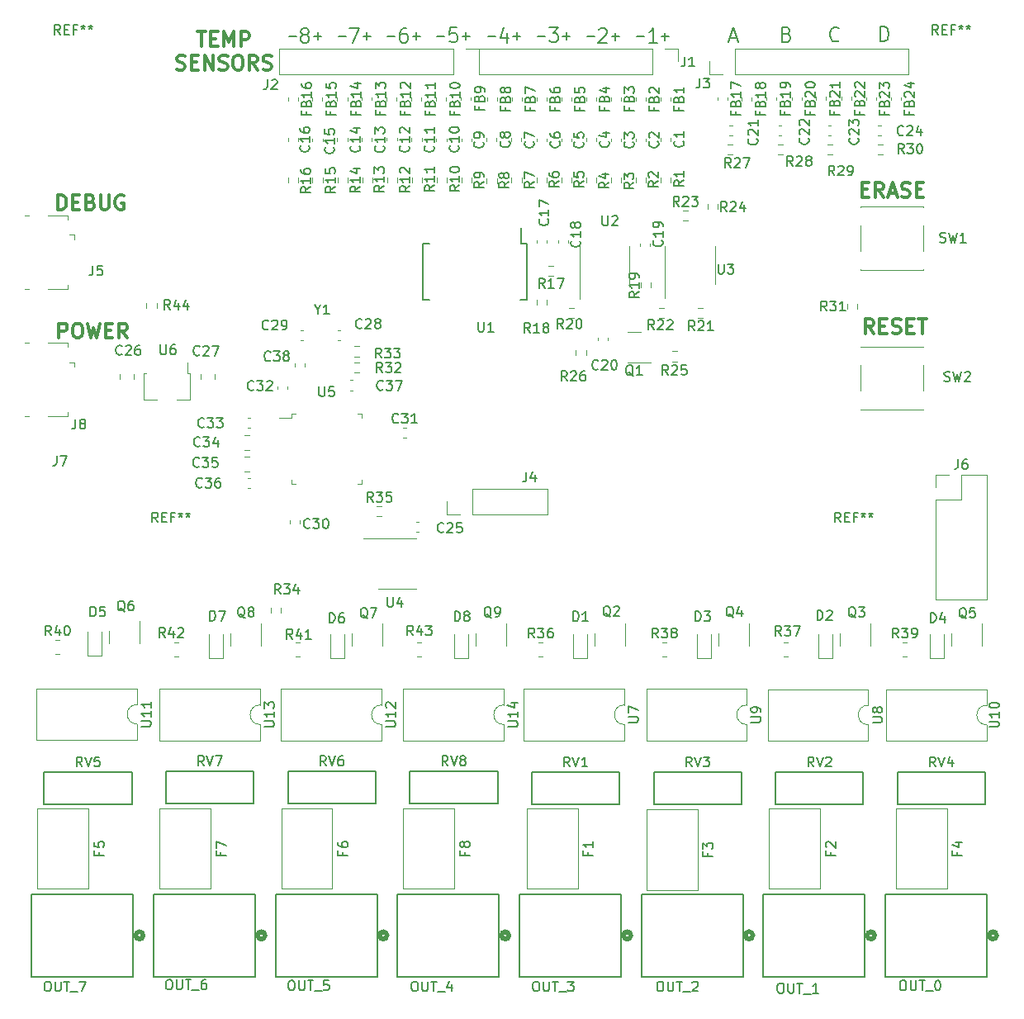
<source format=gto>
%TF.GenerationSoftware,KiCad,Pcbnew,(6.0.5)*%
%TF.CreationDate,2023-10-09T20:54:02-04:00*%
%TF.ProjectId,solar-controller-2023,736f6c61-722d-4636-9f6e-74726f6c6c65,rev?*%
%TF.SameCoordinates,Original*%
%TF.FileFunction,Legend,Top*%
%TF.FilePolarity,Positive*%
%FSLAX46Y46*%
G04 Gerber Fmt 4.6, Leading zero omitted, Abs format (unit mm)*
G04 Created by KiCad (PCBNEW (6.0.5)) date 2023-10-09 20:54:02*
%MOMM*%
%LPD*%
G01*
G04 APERTURE LIST*
%ADD10C,0.300000*%
%ADD11C,0.150000*%
%ADD12C,0.120000*%
%ADD13C,0.508000*%
%ADD14C,0.152400*%
G04 APERTURE END LIST*
D10*
X185852857Y-67132857D02*
X186352857Y-67132857D01*
X186567142Y-67918571D02*
X185852857Y-67918571D01*
X185852857Y-66418571D01*
X186567142Y-66418571D01*
X188067142Y-67918571D02*
X187567142Y-67204285D01*
X187210000Y-67918571D02*
X187210000Y-66418571D01*
X187781428Y-66418571D01*
X187924285Y-66490000D01*
X187995714Y-66561428D01*
X188067142Y-66704285D01*
X188067142Y-66918571D01*
X187995714Y-67061428D01*
X187924285Y-67132857D01*
X187781428Y-67204285D01*
X187210000Y-67204285D01*
X188638571Y-67490000D02*
X189352857Y-67490000D01*
X188495714Y-67918571D02*
X188995714Y-66418571D01*
X189495714Y-67918571D01*
X189924285Y-67847142D02*
X190138571Y-67918571D01*
X190495714Y-67918571D01*
X190638571Y-67847142D01*
X190710000Y-67775714D01*
X190781428Y-67632857D01*
X190781428Y-67490000D01*
X190710000Y-67347142D01*
X190638571Y-67275714D01*
X190495714Y-67204285D01*
X190210000Y-67132857D01*
X190067142Y-67061428D01*
X189995714Y-66990000D01*
X189924285Y-66847142D01*
X189924285Y-66704285D01*
X189995714Y-66561428D01*
X190067142Y-66490000D01*
X190210000Y-66418571D01*
X190567142Y-66418571D01*
X190781428Y-66490000D01*
X191424285Y-67132857D02*
X191924285Y-67132857D01*
X192138571Y-67918571D02*
X191424285Y-67918571D01*
X191424285Y-66418571D01*
X192138571Y-66418571D01*
X187051428Y-81898571D02*
X186551428Y-81184285D01*
X186194285Y-81898571D02*
X186194285Y-80398571D01*
X186765714Y-80398571D01*
X186908571Y-80470000D01*
X186980000Y-80541428D01*
X187051428Y-80684285D01*
X187051428Y-80898571D01*
X186980000Y-81041428D01*
X186908571Y-81112857D01*
X186765714Y-81184285D01*
X186194285Y-81184285D01*
X187694285Y-81112857D02*
X188194285Y-81112857D01*
X188408571Y-81898571D02*
X187694285Y-81898571D01*
X187694285Y-80398571D01*
X188408571Y-80398571D01*
X188980000Y-81827142D02*
X189194285Y-81898571D01*
X189551428Y-81898571D01*
X189694285Y-81827142D01*
X189765714Y-81755714D01*
X189837142Y-81612857D01*
X189837142Y-81470000D01*
X189765714Y-81327142D01*
X189694285Y-81255714D01*
X189551428Y-81184285D01*
X189265714Y-81112857D01*
X189122857Y-81041428D01*
X189051428Y-80970000D01*
X188980000Y-80827142D01*
X188980000Y-80684285D01*
X189051428Y-80541428D01*
X189122857Y-80470000D01*
X189265714Y-80398571D01*
X189622857Y-80398571D01*
X189837142Y-80470000D01*
X190480000Y-81112857D02*
X190980000Y-81112857D01*
X191194285Y-81898571D02*
X190480000Y-81898571D01*
X190480000Y-80398571D01*
X191194285Y-80398571D01*
X191622857Y-80398571D02*
X192480000Y-80398571D01*
X192051428Y-81898571D02*
X192051428Y-80398571D01*
X117745714Y-50951071D02*
X118602857Y-50951071D01*
X118174285Y-52451071D02*
X118174285Y-50951071D01*
X119102857Y-51665357D02*
X119602857Y-51665357D01*
X119817142Y-52451071D02*
X119102857Y-52451071D01*
X119102857Y-50951071D01*
X119817142Y-50951071D01*
X120460000Y-52451071D02*
X120460000Y-50951071D01*
X120960000Y-52022500D01*
X121460000Y-50951071D01*
X121460000Y-52451071D01*
X122174285Y-52451071D02*
X122174285Y-50951071D01*
X122745714Y-50951071D01*
X122888571Y-51022500D01*
X122960000Y-51093928D01*
X123031428Y-51236785D01*
X123031428Y-51451071D01*
X122960000Y-51593928D01*
X122888571Y-51665357D01*
X122745714Y-51736785D01*
X122174285Y-51736785D01*
X115602857Y-54794642D02*
X115817142Y-54866071D01*
X116174285Y-54866071D01*
X116317142Y-54794642D01*
X116388571Y-54723214D01*
X116460000Y-54580357D01*
X116460000Y-54437500D01*
X116388571Y-54294642D01*
X116317142Y-54223214D01*
X116174285Y-54151785D01*
X115888571Y-54080357D01*
X115745714Y-54008928D01*
X115674285Y-53937500D01*
X115602857Y-53794642D01*
X115602857Y-53651785D01*
X115674285Y-53508928D01*
X115745714Y-53437500D01*
X115888571Y-53366071D01*
X116245714Y-53366071D01*
X116460000Y-53437500D01*
X117102857Y-54080357D02*
X117602857Y-54080357D01*
X117817142Y-54866071D02*
X117102857Y-54866071D01*
X117102857Y-53366071D01*
X117817142Y-53366071D01*
X118460000Y-54866071D02*
X118460000Y-53366071D01*
X119317142Y-54866071D01*
X119317142Y-53366071D01*
X119960000Y-54794642D02*
X120174285Y-54866071D01*
X120531428Y-54866071D01*
X120674285Y-54794642D01*
X120745714Y-54723214D01*
X120817142Y-54580357D01*
X120817142Y-54437500D01*
X120745714Y-54294642D01*
X120674285Y-54223214D01*
X120531428Y-54151785D01*
X120245714Y-54080357D01*
X120102857Y-54008928D01*
X120031428Y-53937500D01*
X119960000Y-53794642D01*
X119960000Y-53651785D01*
X120031428Y-53508928D01*
X120102857Y-53437500D01*
X120245714Y-53366071D01*
X120602857Y-53366071D01*
X120817142Y-53437500D01*
X121745714Y-53366071D02*
X122031428Y-53366071D01*
X122174285Y-53437500D01*
X122317142Y-53580357D01*
X122388571Y-53866071D01*
X122388571Y-54366071D01*
X122317142Y-54651785D01*
X122174285Y-54794642D01*
X122031428Y-54866071D01*
X121745714Y-54866071D01*
X121602857Y-54794642D01*
X121460000Y-54651785D01*
X121388571Y-54366071D01*
X121388571Y-53866071D01*
X121460000Y-53580357D01*
X121602857Y-53437500D01*
X121745714Y-53366071D01*
X123888571Y-54866071D02*
X123388571Y-54151785D01*
X123031428Y-54866071D02*
X123031428Y-53366071D01*
X123602857Y-53366071D01*
X123745714Y-53437500D01*
X123817142Y-53508928D01*
X123888571Y-53651785D01*
X123888571Y-53866071D01*
X123817142Y-54008928D01*
X123745714Y-54080357D01*
X123602857Y-54151785D01*
X123031428Y-54151785D01*
X124459999Y-54794642D02*
X124674285Y-54866071D01*
X125031428Y-54866071D01*
X125174285Y-54794642D01*
X125245714Y-54723214D01*
X125317142Y-54580357D01*
X125317142Y-54437500D01*
X125245714Y-54294642D01*
X125174285Y-54223214D01*
X125031428Y-54151785D01*
X124745714Y-54080357D01*
X124602857Y-54008928D01*
X124531428Y-53937500D01*
X124459999Y-53794642D01*
X124459999Y-53651785D01*
X124531428Y-53508928D01*
X124602857Y-53437500D01*
X124745714Y-53366071D01*
X125102857Y-53366071D01*
X125317142Y-53437500D01*
X103432857Y-69198571D02*
X103432857Y-67698571D01*
X103790000Y-67698571D01*
X104004285Y-67770000D01*
X104147142Y-67912857D01*
X104218571Y-68055714D01*
X104290000Y-68341428D01*
X104290000Y-68555714D01*
X104218571Y-68841428D01*
X104147142Y-68984285D01*
X104004285Y-69127142D01*
X103790000Y-69198571D01*
X103432857Y-69198571D01*
X104932857Y-68412857D02*
X105432857Y-68412857D01*
X105647142Y-69198571D02*
X104932857Y-69198571D01*
X104932857Y-67698571D01*
X105647142Y-67698571D01*
X106790000Y-68412857D02*
X107004285Y-68484285D01*
X107075714Y-68555714D01*
X107147142Y-68698571D01*
X107147142Y-68912857D01*
X107075714Y-69055714D01*
X107004285Y-69127142D01*
X106861428Y-69198571D01*
X106290000Y-69198571D01*
X106290000Y-67698571D01*
X106790000Y-67698571D01*
X106932857Y-67770000D01*
X107004285Y-67841428D01*
X107075714Y-67984285D01*
X107075714Y-68127142D01*
X107004285Y-68270000D01*
X106932857Y-68341428D01*
X106790000Y-68412857D01*
X106290000Y-68412857D01*
X107790000Y-67698571D02*
X107790000Y-68912857D01*
X107861428Y-69055714D01*
X107932857Y-69127142D01*
X108075714Y-69198571D01*
X108361428Y-69198571D01*
X108504285Y-69127142D01*
X108575714Y-69055714D01*
X108647142Y-68912857D01*
X108647142Y-67698571D01*
X110147142Y-67770000D02*
X110004285Y-67698571D01*
X109790000Y-67698571D01*
X109575714Y-67770000D01*
X109432857Y-67912857D01*
X109361428Y-68055714D01*
X109290000Y-68341428D01*
X109290000Y-68555714D01*
X109361428Y-68841428D01*
X109432857Y-68984285D01*
X109575714Y-69127142D01*
X109790000Y-69198571D01*
X109932857Y-69198571D01*
X110147142Y-69127142D01*
X110218571Y-69055714D01*
X110218571Y-68555714D01*
X109932857Y-68555714D01*
X103515714Y-82358571D02*
X103515714Y-80858571D01*
X104087142Y-80858571D01*
X104230000Y-80930000D01*
X104301428Y-81001428D01*
X104372857Y-81144285D01*
X104372857Y-81358571D01*
X104301428Y-81501428D01*
X104230000Y-81572857D01*
X104087142Y-81644285D01*
X103515714Y-81644285D01*
X105301428Y-80858571D02*
X105587142Y-80858571D01*
X105730000Y-80930000D01*
X105872857Y-81072857D01*
X105944285Y-81358571D01*
X105944285Y-81858571D01*
X105872857Y-82144285D01*
X105730000Y-82287142D01*
X105587142Y-82358571D01*
X105301428Y-82358571D01*
X105158571Y-82287142D01*
X105015714Y-82144285D01*
X104944285Y-81858571D01*
X104944285Y-81358571D01*
X105015714Y-81072857D01*
X105158571Y-80930000D01*
X105301428Y-80858571D01*
X106444285Y-80858571D02*
X106801428Y-82358571D01*
X107087142Y-81287142D01*
X107372857Y-82358571D01*
X107730000Y-80858571D01*
X108301428Y-81572857D02*
X108801428Y-81572857D01*
X109015714Y-82358571D02*
X108301428Y-82358571D01*
X108301428Y-80858571D01*
X109015714Y-80858571D01*
X110515714Y-82358571D02*
X110015714Y-81644285D01*
X109658571Y-82358571D02*
X109658571Y-80858571D01*
X110230000Y-80858571D01*
X110372857Y-80930000D01*
X110444285Y-81001428D01*
X110515714Y-81144285D01*
X110515714Y-81358571D01*
X110444285Y-81501428D01*
X110372857Y-81572857D01*
X110230000Y-81644285D01*
X109658571Y-81644285D01*
D11*
X187747142Y-51938571D02*
X187747142Y-50438571D01*
X188104285Y-50438571D01*
X188318571Y-50510000D01*
X188461428Y-50652857D01*
X188532857Y-50795714D01*
X188604285Y-51081428D01*
X188604285Y-51295714D01*
X188532857Y-51581428D01*
X188461428Y-51724285D01*
X188318571Y-51867142D01*
X188104285Y-51938571D01*
X187747142Y-51938571D01*
X183504285Y-51825714D02*
X183432857Y-51897142D01*
X183218571Y-51968571D01*
X183075714Y-51968571D01*
X182861428Y-51897142D01*
X182718571Y-51754285D01*
X182647142Y-51611428D01*
X182575714Y-51325714D01*
X182575714Y-51111428D01*
X182647142Y-50825714D01*
X182718571Y-50682857D01*
X182861428Y-50540000D01*
X183075714Y-50468571D01*
X183218571Y-50468571D01*
X183432857Y-50540000D01*
X183504285Y-50611428D01*
X178167142Y-51202857D02*
X178381428Y-51274285D01*
X178452857Y-51345714D01*
X178524285Y-51488571D01*
X178524285Y-51702857D01*
X178452857Y-51845714D01*
X178381428Y-51917142D01*
X178238571Y-51988571D01*
X177667142Y-51988571D01*
X177667142Y-50488571D01*
X178167142Y-50488571D01*
X178310000Y-50560000D01*
X178381428Y-50631428D01*
X178452857Y-50774285D01*
X178452857Y-50917142D01*
X178381428Y-51060000D01*
X178310000Y-51131428D01*
X178167142Y-51202857D01*
X177667142Y-51202857D01*
X172332857Y-51590000D02*
X173047142Y-51590000D01*
X172190000Y-52018571D02*
X172690000Y-50518571D01*
X173190000Y-52018571D01*
X128597142Y-51251428D02*
X128454285Y-51180000D01*
X128382857Y-51108571D01*
X128311428Y-50965714D01*
X128311428Y-50894285D01*
X128382857Y-50751428D01*
X128454285Y-50680000D01*
X128597142Y-50608571D01*
X128882857Y-50608571D01*
X129025714Y-50680000D01*
X129097142Y-50751428D01*
X129168571Y-50894285D01*
X129168571Y-50965714D01*
X129097142Y-51108571D01*
X129025714Y-51180000D01*
X128882857Y-51251428D01*
X128597142Y-51251428D01*
X128454285Y-51322857D01*
X128382857Y-51394285D01*
X128311428Y-51537142D01*
X128311428Y-51822857D01*
X128382857Y-51965714D01*
X128454285Y-52037142D01*
X128597142Y-52108571D01*
X128882857Y-52108571D01*
X129025714Y-52037142D01*
X129097142Y-51965714D01*
X129168571Y-51822857D01*
X129168571Y-51537142D01*
X129097142Y-51394285D01*
X129025714Y-51322857D01*
X128882857Y-51251428D01*
X133320000Y-50618571D02*
X134320000Y-50618571D01*
X133677142Y-52118571D01*
X139165714Y-50568571D02*
X138880000Y-50568571D01*
X138737142Y-50640000D01*
X138665714Y-50711428D01*
X138522857Y-50925714D01*
X138451428Y-51211428D01*
X138451428Y-51782857D01*
X138522857Y-51925714D01*
X138594285Y-51997142D01*
X138737142Y-52068571D01*
X139022857Y-52068571D01*
X139165714Y-51997142D01*
X139237142Y-51925714D01*
X139308571Y-51782857D01*
X139308571Y-51425714D01*
X139237142Y-51282857D01*
X139165714Y-51211428D01*
X139022857Y-51140000D01*
X138737142Y-51140000D01*
X138594285Y-51211428D01*
X138522857Y-51282857D01*
X138451428Y-51425714D01*
X144337142Y-50538571D02*
X143622857Y-50538571D01*
X143551428Y-51252857D01*
X143622857Y-51181428D01*
X143765714Y-51110000D01*
X144122857Y-51110000D01*
X144265714Y-51181428D01*
X144337142Y-51252857D01*
X144408571Y-51395714D01*
X144408571Y-51752857D01*
X144337142Y-51895714D01*
X144265714Y-51967142D01*
X144122857Y-52038571D01*
X143765714Y-52038571D01*
X143622857Y-51967142D01*
X143551428Y-51895714D01*
X149465714Y-51068571D02*
X149465714Y-52068571D01*
X149108571Y-50497142D02*
X148751428Y-51568571D01*
X149680000Y-51568571D01*
X153790000Y-50528571D02*
X154718571Y-50528571D01*
X154218571Y-51100000D01*
X154432857Y-51100000D01*
X154575714Y-51171428D01*
X154647142Y-51242857D01*
X154718571Y-51385714D01*
X154718571Y-51742857D01*
X154647142Y-51885714D01*
X154575714Y-51957142D01*
X154432857Y-52028571D01*
X154004285Y-52028571D01*
X153861428Y-51957142D01*
X153790000Y-51885714D01*
X158871428Y-50731428D02*
X158942857Y-50660000D01*
X159085714Y-50588571D01*
X159442857Y-50588571D01*
X159585714Y-50660000D01*
X159657142Y-50731428D01*
X159728571Y-50874285D01*
X159728571Y-51017142D01*
X159657142Y-51231428D01*
X158800000Y-52088571D01*
X159728571Y-52088571D01*
X164898571Y-52078571D02*
X164041428Y-52078571D01*
X164470000Y-52078571D02*
X164470000Y-50578571D01*
X164327142Y-50792857D01*
X164184285Y-50935714D01*
X164041428Y-51007142D01*
X127099047Y-51431428D02*
X127860952Y-51431428D01*
X129659047Y-51421428D02*
X130420952Y-51421428D01*
X130040000Y-51802380D02*
X130040000Y-51040476D01*
X132169047Y-51431428D02*
X132930952Y-51431428D01*
X134729047Y-51421428D02*
X135490952Y-51421428D01*
X135110000Y-51802380D02*
X135110000Y-51040476D01*
X137229047Y-51431428D02*
X137990952Y-51431428D01*
X139789047Y-51421428D02*
X140550952Y-51421428D01*
X140170000Y-51802380D02*
X140170000Y-51040476D01*
X142309047Y-51431428D02*
X143070952Y-51431428D01*
X144869047Y-51421428D02*
X145630952Y-51421428D01*
X145250000Y-51802380D02*
X145250000Y-51040476D01*
X147519047Y-51431428D02*
X148280952Y-51431428D01*
X150079047Y-51421428D02*
X150840952Y-51421428D01*
X150460000Y-51802380D02*
X150460000Y-51040476D01*
X152599047Y-51431428D02*
X153360952Y-51431428D01*
X155159047Y-51421428D02*
X155920952Y-51421428D01*
X155540000Y-51802380D02*
X155540000Y-51040476D01*
X157659047Y-51441428D02*
X158420952Y-51441428D01*
X160219047Y-51431428D02*
X160980952Y-51431428D01*
X160600000Y-51812380D02*
X160600000Y-51050476D01*
X162739047Y-51441428D02*
X163500952Y-51441428D01*
X165299047Y-51431428D02*
X166060952Y-51431428D01*
X165680000Y-51812380D02*
X165680000Y-51050476D01*
%TO.C,R44*%
X114927142Y-79446380D02*
X114593809Y-78970190D01*
X114355714Y-79446380D02*
X114355714Y-78446380D01*
X114736666Y-78446380D01*
X114831904Y-78494000D01*
X114879523Y-78541619D01*
X114927142Y-78636857D01*
X114927142Y-78779714D01*
X114879523Y-78874952D01*
X114831904Y-78922571D01*
X114736666Y-78970190D01*
X114355714Y-78970190D01*
X115784285Y-78779714D02*
X115784285Y-79446380D01*
X115546190Y-78398761D02*
X115308095Y-79113047D01*
X115927142Y-79113047D01*
X116736666Y-78779714D02*
X116736666Y-79446380D01*
X116498571Y-78398761D02*
X116260476Y-79113047D01*
X116879523Y-79113047D01*
%TO.C,REF\u002A\u002A*%
X183666666Y-101252380D02*
X183333333Y-100776190D01*
X183095238Y-101252380D02*
X183095238Y-100252380D01*
X183476190Y-100252380D01*
X183571428Y-100300000D01*
X183619047Y-100347619D01*
X183666666Y-100442857D01*
X183666666Y-100585714D01*
X183619047Y-100680952D01*
X183571428Y-100728571D01*
X183476190Y-100776190D01*
X183095238Y-100776190D01*
X184095238Y-100728571D02*
X184428571Y-100728571D01*
X184571428Y-101252380D02*
X184095238Y-101252380D01*
X184095238Y-100252380D01*
X184571428Y-100252380D01*
X185333333Y-100728571D02*
X185000000Y-100728571D01*
X185000000Y-101252380D02*
X185000000Y-100252380D01*
X185476190Y-100252380D01*
X186000000Y-100252380D02*
X186000000Y-100490476D01*
X185761904Y-100395238D02*
X186000000Y-100490476D01*
X186238095Y-100395238D01*
X185857142Y-100680952D02*
X186000000Y-100490476D01*
X186142857Y-100680952D01*
X186761904Y-100252380D02*
X186761904Y-100490476D01*
X186523809Y-100395238D02*
X186761904Y-100490476D01*
X187000000Y-100395238D01*
X186619047Y-100680952D02*
X186761904Y-100490476D01*
X186904761Y-100680952D01*
%TO.C,J5*%
X107006666Y-74932380D02*
X107006666Y-75646666D01*
X106959047Y-75789523D01*
X106863809Y-75884761D01*
X106720952Y-75932380D01*
X106625714Y-75932380D01*
X107959047Y-74932380D02*
X107482857Y-74932380D01*
X107435238Y-75408571D01*
X107482857Y-75360952D01*
X107578095Y-75313333D01*
X107816190Y-75313333D01*
X107911428Y-75360952D01*
X107959047Y-75408571D01*
X108006666Y-75503809D01*
X108006666Y-75741904D01*
X107959047Y-75837142D01*
X107911428Y-75884761D01*
X107816190Y-75932380D01*
X107578095Y-75932380D01*
X107482857Y-75884761D01*
X107435238Y-75837142D01*
%TO.C,J8*%
X105226666Y-90682380D02*
X105226666Y-91396666D01*
X105179047Y-91539523D01*
X105083809Y-91634761D01*
X104940952Y-91682380D01*
X104845714Y-91682380D01*
X105845714Y-91110952D02*
X105750476Y-91063333D01*
X105702857Y-91015714D01*
X105655238Y-90920476D01*
X105655238Y-90872857D01*
X105702857Y-90777619D01*
X105750476Y-90730000D01*
X105845714Y-90682380D01*
X106036190Y-90682380D01*
X106131428Y-90730000D01*
X106179047Y-90777619D01*
X106226666Y-90872857D01*
X106226666Y-90920476D01*
X106179047Y-91015714D01*
X106131428Y-91063333D01*
X106036190Y-91110952D01*
X105845714Y-91110952D01*
X105750476Y-91158571D01*
X105702857Y-91206190D01*
X105655238Y-91301428D01*
X105655238Y-91491904D01*
X105702857Y-91587142D01*
X105750476Y-91634761D01*
X105845714Y-91682380D01*
X106036190Y-91682380D01*
X106131428Y-91634761D01*
X106179047Y-91587142D01*
X106226666Y-91491904D01*
X106226666Y-91301428D01*
X106179047Y-91206190D01*
X106131428Y-91158571D01*
X106036190Y-91110952D01*
%TO.C,REF\u002A\u002A*%
X193666666Y-51252380D02*
X193333333Y-50776190D01*
X193095238Y-51252380D02*
X193095238Y-50252380D01*
X193476190Y-50252380D01*
X193571428Y-50300000D01*
X193619047Y-50347619D01*
X193666666Y-50442857D01*
X193666666Y-50585714D01*
X193619047Y-50680952D01*
X193571428Y-50728571D01*
X193476190Y-50776190D01*
X193095238Y-50776190D01*
X194095238Y-50728571D02*
X194428571Y-50728571D01*
X194571428Y-51252380D02*
X194095238Y-51252380D01*
X194095238Y-50252380D01*
X194571428Y-50252380D01*
X195333333Y-50728571D02*
X195000000Y-50728571D01*
X195000000Y-51252380D02*
X195000000Y-50252380D01*
X195476190Y-50252380D01*
X196000000Y-50252380D02*
X196000000Y-50490476D01*
X195761904Y-50395238D02*
X196000000Y-50490476D01*
X196238095Y-50395238D01*
X195857142Y-50680952D02*
X196000000Y-50490476D01*
X196142857Y-50680952D01*
X196761904Y-50252380D02*
X196761904Y-50490476D01*
X196523809Y-50395238D02*
X196761904Y-50490476D01*
X197000000Y-50395238D01*
X196619047Y-50680952D02*
X196761904Y-50490476D01*
X196904761Y-50680952D01*
X113666666Y-101252380D02*
X113333333Y-100776190D01*
X113095238Y-101252380D02*
X113095238Y-100252380D01*
X113476190Y-100252380D01*
X113571428Y-100300000D01*
X113619047Y-100347619D01*
X113666666Y-100442857D01*
X113666666Y-100585714D01*
X113619047Y-100680952D01*
X113571428Y-100728571D01*
X113476190Y-100776190D01*
X113095238Y-100776190D01*
X114095238Y-100728571D02*
X114428571Y-100728571D01*
X114571428Y-101252380D02*
X114095238Y-101252380D01*
X114095238Y-100252380D01*
X114571428Y-100252380D01*
X115333333Y-100728571D02*
X115000000Y-100728571D01*
X115000000Y-101252380D02*
X115000000Y-100252380D01*
X115476190Y-100252380D01*
X116000000Y-100252380D02*
X116000000Y-100490476D01*
X115761904Y-100395238D02*
X116000000Y-100490476D01*
X116238095Y-100395238D01*
X115857142Y-100680952D02*
X116000000Y-100490476D01*
X116142857Y-100680952D01*
X116761904Y-100252380D02*
X116761904Y-100490476D01*
X116523809Y-100395238D02*
X116761904Y-100490476D01*
X117000000Y-100395238D01*
X116619047Y-100680952D02*
X116761904Y-100490476D01*
X116904761Y-100680952D01*
X103666666Y-51252380D02*
X103333333Y-50776190D01*
X103095238Y-51252380D02*
X103095238Y-50252380D01*
X103476190Y-50252380D01*
X103571428Y-50300000D01*
X103619047Y-50347619D01*
X103666666Y-50442857D01*
X103666666Y-50585714D01*
X103619047Y-50680952D01*
X103571428Y-50728571D01*
X103476190Y-50776190D01*
X103095238Y-50776190D01*
X104095238Y-50728571D02*
X104428571Y-50728571D01*
X104571428Y-51252380D02*
X104095238Y-51252380D01*
X104095238Y-50252380D01*
X104571428Y-50252380D01*
X105333333Y-50728571D02*
X105000000Y-50728571D01*
X105000000Y-51252380D02*
X105000000Y-50252380D01*
X105476190Y-50252380D01*
X106000000Y-50252380D02*
X106000000Y-50490476D01*
X105761904Y-50395238D02*
X106000000Y-50490476D01*
X106238095Y-50395238D01*
X105857142Y-50680952D02*
X106000000Y-50490476D01*
X106142857Y-50680952D01*
X106761904Y-50252380D02*
X106761904Y-50490476D01*
X106523809Y-50395238D02*
X106761904Y-50490476D01*
X107000000Y-50395238D01*
X106619047Y-50680952D02*
X106761904Y-50490476D01*
X106904761Y-50680952D01*
%TO.C,Q1*%
X162417261Y-86257619D02*
X162322023Y-86210000D01*
X162226785Y-86114761D01*
X162083928Y-85971904D01*
X161988690Y-85924285D01*
X161893452Y-85924285D01*
X161941071Y-86162380D02*
X161845833Y-86114761D01*
X161750595Y-86019523D01*
X161702976Y-85829047D01*
X161702976Y-85495714D01*
X161750595Y-85305238D01*
X161845833Y-85210000D01*
X161941071Y-85162380D01*
X162131547Y-85162380D01*
X162226785Y-85210000D01*
X162322023Y-85305238D01*
X162369642Y-85495714D01*
X162369642Y-85829047D01*
X162322023Y-86019523D01*
X162226785Y-86114761D01*
X162131547Y-86162380D01*
X161941071Y-86162380D01*
X163322023Y-86162380D02*
X162750595Y-86162380D01*
X163036309Y-86162380D02*
X163036309Y-85162380D01*
X162941071Y-85305238D01*
X162845833Y-85400476D01*
X162750595Y-85448095D01*
%TO.C,F8*%
X145118571Y-135043333D02*
X145118571Y-135376666D01*
X145642380Y-135376666D02*
X144642380Y-135376666D01*
X144642380Y-134900476D01*
X145070952Y-134376666D02*
X145023333Y-134471904D01*
X144975714Y-134519523D01*
X144880476Y-134567142D01*
X144832857Y-134567142D01*
X144737619Y-134519523D01*
X144690000Y-134471904D01*
X144642380Y-134376666D01*
X144642380Y-134186190D01*
X144690000Y-134090952D01*
X144737619Y-134043333D01*
X144832857Y-133995714D01*
X144880476Y-133995714D01*
X144975714Y-134043333D01*
X145023333Y-134090952D01*
X145070952Y-134186190D01*
X145070952Y-134376666D01*
X145118571Y-134471904D01*
X145166190Y-134519523D01*
X145261428Y-134567142D01*
X145451904Y-134567142D01*
X145547142Y-134519523D01*
X145594761Y-134471904D01*
X145642380Y-134376666D01*
X145642380Y-134186190D01*
X145594761Y-134090952D01*
X145547142Y-134043333D01*
X145451904Y-133995714D01*
X145261428Y-133995714D01*
X145166190Y-134043333D01*
X145118571Y-134090952D01*
X145070952Y-134186190D01*
%TO.C,F7*%
X120118571Y-135043333D02*
X120118571Y-135376666D01*
X120642380Y-135376666D02*
X119642380Y-135376666D01*
X119642380Y-134900476D01*
X119642380Y-134614761D02*
X119642380Y-133948095D01*
X120642380Y-134376666D01*
%TO.C,F6*%
X132618571Y-135043333D02*
X132618571Y-135376666D01*
X133142380Y-135376666D02*
X132142380Y-135376666D01*
X132142380Y-134900476D01*
X132142380Y-134090952D02*
X132142380Y-134281428D01*
X132190000Y-134376666D01*
X132237619Y-134424285D01*
X132380476Y-134519523D01*
X132570952Y-134567142D01*
X132951904Y-134567142D01*
X133047142Y-134519523D01*
X133094761Y-134471904D01*
X133142380Y-134376666D01*
X133142380Y-134186190D01*
X133094761Y-134090952D01*
X133047142Y-134043333D01*
X132951904Y-133995714D01*
X132713809Y-133995714D01*
X132618571Y-134043333D01*
X132570952Y-134090952D01*
X132523333Y-134186190D01*
X132523333Y-134376666D01*
X132570952Y-134471904D01*
X132618571Y-134519523D01*
X132713809Y-134567142D01*
%TO.C,F5*%
X107618571Y-135043333D02*
X107618571Y-135376666D01*
X108142380Y-135376666D02*
X107142380Y-135376666D01*
X107142380Y-134900476D01*
X107142380Y-134043333D02*
X107142380Y-134519523D01*
X107618571Y-134567142D01*
X107570952Y-134519523D01*
X107523333Y-134424285D01*
X107523333Y-134186190D01*
X107570952Y-134090952D01*
X107618571Y-134043333D01*
X107713809Y-133995714D01*
X107951904Y-133995714D01*
X108047142Y-134043333D01*
X108094761Y-134090952D01*
X108142380Y-134186190D01*
X108142380Y-134424285D01*
X108094761Y-134519523D01*
X108047142Y-134567142D01*
%TO.C,F4*%
X195618571Y-135043333D02*
X195618571Y-135376666D01*
X196142380Y-135376666D02*
X195142380Y-135376666D01*
X195142380Y-134900476D01*
X195475714Y-134090952D02*
X196142380Y-134090952D01*
X195094761Y-134329047D02*
X195809047Y-134567142D01*
X195809047Y-133948095D01*
%TO.C,F3*%
X170048571Y-135167333D02*
X170048571Y-135500666D01*
X170572380Y-135500666D02*
X169572380Y-135500666D01*
X169572380Y-135024476D01*
X169572380Y-134738761D02*
X169572380Y-134119714D01*
X169953333Y-134453047D01*
X169953333Y-134310190D01*
X170000952Y-134214952D01*
X170048571Y-134167333D01*
X170143809Y-134119714D01*
X170381904Y-134119714D01*
X170477142Y-134167333D01*
X170524761Y-134214952D01*
X170572380Y-134310190D01*
X170572380Y-134595904D01*
X170524761Y-134691142D01*
X170477142Y-134738761D01*
%TO.C,F2*%
X182618571Y-135043333D02*
X182618571Y-135376666D01*
X183142380Y-135376666D02*
X182142380Y-135376666D01*
X182142380Y-134900476D01*
X182237619Y-134567142D02*
X182190000Y-134519523D01*
X182142380Y-134424285D01*
X182142380Y-134186190D01*
X182190000Y-134090952D01*
X182237619Y-134043333D01*
X182332857Y-133995714D01*
X182428095Y-133995714D01*
X182570952Y-134043333D01*
X183142380Y-134614761D01*
X183142380Y-133995714D01*
%TO.C,F1*%
X157768571Y-135043333D02*
X157768571Y-135376666D01*
X158292380Y-135376666D02*
X157292380Y-135376666D01*
X157292380Y-134900476D01*
X158292380Y-133995714D02*
X158292380Y-134567142D01*
X158292380Y-134281428D02*
X157292380Y-134281428D01*
X157435238Y-134376666D01*
X157530476Y-134471904D01*
X157578095Y-134567142D01*
%TO.C,Y1*%
X130043809Y-79436190D02*
X130043809Y-79912380D01*
X129710476Y-78912380D02*
X130043809Y-79436190D01*
X130377142Y-78912380D01*
X131234285Y-79912380D02*
X130662857Y-79912380D01*
X130948571Y-79912380D02*
X130948571Y-78912380D01*
X130853333Y-79055238D01*
X130758095Y-79150476D01*
X130662857Y-79198095D01*
%TO.C,U14*%
X149557380Y-122223095D02*
X150366904Y-122223095D01*
X150462142Y-122175476D01*
X150509761Y-122127857D01*
X150557380Y-122032619D01*
X150557380Y-121842142D01*
X150509761Y-121746904D01*
X150462142Y-121699285D01*
X150366904Y-121651666D01*
X149557380Y-121651666D01*
X150557380Y-120651666D02*
X150557380Y-121223095D01*
X150557380Y-120937380D02*
X149557380Y-120937380D01*
X149700238Y-121032619D01*
X149795476Y-121127857D01*
X149843095Y-121223095D01*
X149890714Y-119794523D02*
X150557380Y-119794523D01*
X149509761Y-120032619D02*
X150224047Y-120270714D01*
X150224047Y-119651666D01*
%TO.C,U13*%
X124582380Y-122223095D02*
X125391904Y-122223095D01*
X125487142Y-122175476D01*
X125534761Y-122127857D01*
X125582380Y-122032619D01*
X125582380Y-121842142D01*
X125534761Y-121746904D01*
X125487142Y-121699285D01*
X125391904Y-121651666D01*
X124582380Y-121651666D01*
X125582380Y-120651666D02*
X125582380Y-121223095D01*
X125582380Y-120937380D02*
X124582380Y-120937380D01*
X124725238Y-121032619D01*
X124820476Y-121127857D01*
X124868095Y-121223095D01*
X124582380Y-120318333D02*
X124582380Y-119699285D01*
X124963333Y-120032619D01*
X124963333Y-119889761D01*
X125010952Y-119794523D01*
X125058571Y-119746904D01*
X125153809Y-119699285D01*
X125391904Y-119699285D01*
X125487142Y-119746904D01*
X125534761Y-119794523D01*
X125582380Y-119889761D01*
X125582380Y-120175476D01*
X125534761Y-120270714D01*
X125487142Y-120318333D01*
%TO.C,U12*%
X137032380Y-122223095D02*
X137841904Y-122223095D01*
X137937142Y-122175476D01*
X137984761Y-122127857D01*
X138032380Y-122032619D01*
X138032380Y-121842142D01*
X137984761Y-121746904D01*
X137937142Y-121699285D01*
X137841904Y-121651666D01*
X137032380Y-121651666D01*
X138032380Y-120651666D02*
X138032380Y-121223095D01*
X138032380Y-120937380D02*
X137032380Y-120937380D01*
X137175238Y-121032619D01*
X137270476Y-121127857D01*
X137318095Y-121223095D01*
X137127619Y-120270714D02*
X137080000Y-120223095D01*
X137032380Y-120127857D01*
X137032380Y-119889761D01*
X137080000Y-119794523D01*
X137127619Y-119746904D01*
X137222857Y-119699285D01*
X137318095Y-119699285D01*
X137460952Y-119746904D01*
X138032380Y-120318333D01*
X138032380Y-119699285D01*
%TO.C,U11*%
X111982380Y-122173095D02*
X112791904Y-122173095D01*
X112887142Y-122125476D01*
X112934761Y-122077857D01*
X112982380Y-121982619D01*
X112982380Y-121792142D01*
X112934761Y-121696904D01*
X112887142Y-121649285D01*
X112791904Y-121601666D01*
X111982380Y-121601666D01*
X112982380Y-120601666D02*
X112982380Y-121173095D01*
X112982380Y-120887380D02*
X111982380Y-120887380D01*
X112125238Y-120982619D01*
X112220476Y-121077857D01*
X112268095Y-121173095D01*
X112982380Y-119649285D02*
X112982380Y-120220714D01*
X112982380Y-119935000D02*
X111982380Y-119935000D01*
X112125238Y-120030238D01*
X112220476Y-120125476D01*
X112268095Y-120220714D01*
%TO.C,U10*%
X198892380Y-122248095D02*
X199701904Y-122248095D01*
X199797142Y-122200476D01*
X199844761Y-122152857D01*
X199892380Y-122057619D01*
X199892380Y-121867142D01*
X199844761Y-121771904D01*
X199797142Y-121724285D01*
X199701904Y-121676666D01*
X198892380Y-121676666D01*
X199892380Y-120676666D02*
X199892380Y-121248095D01*
X199892380Y-120962380D02*
X198892380Y-120962380D01*
X199035238Y-121057619D01*
X199130476Y-121152857D01*
X199178095Y-121248095D01*
X198892380Y-120057619D02*
X198892380Y-119962380D01*
X198940000Y-119867142D01*
X198987619Y-119819523D01*
X199082857Y-119771904D01*
X199273333Y-119724285D01*
X199511428Y-119724285D01*
X199701904Y-119771904D01*
X199797142Y-119819523D01*
X199844761Y-119867142D01*
X199892380Y-119962380D01*
X199892380Y-120057619D01*
X199844761Y-120152857D01*
X199797142Y-120200476D01*
X199701904Y-120248095D01*
X199511428Y-120295714D01*
X199273333Y-120295714D01*
X199082857Y-120248095D01*
X198987619Y-120200476D01*
X198940000Y-120152857D01*
X198892380Y-120057619D01*
%TO.C,U9*%
X174482380Y-121746904D02*
X175291904Y-121746904D01*
X175387142Y-121699285D01*
X175434761Y-121651666D01*
X175482380Y-121556428D01*
X175482380Y-121365952D01*
X175434761Y-121270714D01*
X175387142Y-121223095D01*
X175291904Y-121175476D01*
X174482380Y-121175476D01*
X175482380Y-120651666D02*
X175482380Y-120461190D01*
X175434761Y-120365952D01*
X175387142Y-120318333D01*
X175244285Y-120223095D01*
X175053809Y-120175476D01*
X174672857Y-120175476D01*
X174577619Y-120223095D01*
X174530000Y-120270714D01*
X174482380Y-120365952D01*
X174482380Y-120556428D01*
X174530000Y-120651666D01*
X174577619Y-120699285D01*
X174672857Y-120746904D01*
X174910952Y-120746904D01*
X175006190Y-120699285D01*
X175053809Y-120651666D01*
X175101428Y-120556428D01*
X175101428Y-120365952D01*
X175053809Y-120270714D01*
X175006190Y-120223095D01*
X174910952Y-120175476D01*
%TO.C,U8*%
X186938380Y-121771904D02*
X187747904Y-121771904D01*
X187843142Y-121724285D01*
X187890761Y-121676666D01*
X187938380Y-121581428D01*
X187938380Y-121390952D01*
X187890761Y-121295714D01*
X187843142Y-121248095D01*
X187747904Y-121200476D01*
X186938380Y-121200476D01*
X187366952Y-120581428D02*
X187319333Y-120676666D01*
X187271714Y-120724285D01*
X187176476Y-120771904D01*
X187128857Y-120771904D01*
X187033619Y-120724285D01*
X186986000Y-120676666D01*
X186938380Y-120581428D01*
X186938380Y-120390952D01*
X186986000Y-120295714D01*
X187033619Y-120248095D01*
X187128857Y-120200476D01*
X187176476Y-120200476D01*
X187271714Y-120248095D01*
X187319333Y-120295714D01*
X187366952Y-120390952D01*
X187366952Y-120581428D01*
X187414571Y-120676666D01*
X187462190Y-120724285D01*
X187557428Y-120771904D01*
X187747904Y-120771904D01*
X187843142Y-120724285D01*
X187890761Y-120676666D01*
X187938380Y-120581428D01*
X187938380Y-120390952D01*
X187890761Y-120295714D01*
X187843142Y-120248095D01*
X187747904Y-120200476D01*
X187557428Y-120200476D01*
X187462190Y-120248095D01*
X187414571Y-120295714D01*
X187366952Y-120390952D01*
%TO.C,U7*%
X161932380Y-121746904D02*
X162741904Y-121746904D01*
X162837142Y-121699285D01*
X162884761Y-121651666D01*
X162932380Y-121556428D01*
X162932380Y-121365952D01*
X162884761Y-121270714D01*
X162837142Y-121223095D01*
X162741904Y-121175476D01*
X161932380Y-121175476D01*
X161932380Y-120794523D02*
X161932380Y-120127857D01*
X162932380Y-120556428D01*
%TO.C,U6*%
X113938095Y-83032380D02*
X113938095Y-83841904D01*
X113985714Y-83937142D01*
X114033333Y-83984761D01*
X114128571Y-84032380D01*
X114319047Y-84032380D01*
X114414285Y-83984761D01*
X114461904Y-83937142D01*
X114509523Y-83841904D01*
X114509523Y-83032380D01*
X115414285Y-83032380D02*
X115223809Y-83032380D01*
X115128571Y-83080000D01*
X115080952Y-83127619D01*
X114985714Y-83270476D01*
X114938095Y-83460952D01*
X114938095Y-83841904D01*
X114985714Y-83937142D01*
X115033333Y-83984761D01*
X115128571Y-84032380D01*
X115319047Y-84032380D01*
X115414285Y-83984761D01*
X115461904Y-83937142D01*
X115509523Y-83841904D01*
X115509523Y-83603809D01*
X115461904Y-83508571D01*
X115414285Y-83460952D01*
X115319047Y-83413333D01*
X115128571Y-83413333D01*
X115033333Y-83460952D01*
X114985714Y-83508571D01*
X114938095Y-83603809D01*
%TO.C,U5*%
X130208095Y-87332380D02*
X130208095Y-88141904D01*
X130255714Y-88237142D01*
X130303333Y-88284761D01*
X130398571Y-88332380D01*
X130589047Y-88332380D01*
X130684285Y-88284761D01*
X130731904Y-88237142D01*
X130779523Y-88141904D01*
X130779523Y-87332380D01*
X131731904Y-87332380D02*
X131255714Y-87332380D01*
X131208095Y-87808571D01*
X131255714Y-87760952D01*
X131350952Y-87713333D01*
X131589047Y-87713333D01*
X131684285Y-87760952D01*
X131731904Y-87808571D01*
X131779523Y-87903809D01*
X131779523Y-88141904D01*
X131731904Y-88237142D01*
X131684285Y-88284761D01*
X131589047Y-88332380D01*
X131350952Y-88332380D01*
X131255714Y-88284761D01*
X131208095Y-88237142D01*
%TO.C,U4*%
X137198095Y-108932380D02*
X137198095Y-109741904D01*
X137245714Y-109837142D01*
X137293333Y-109884761D01*
X137388571Y-109932380D01*
X137579047Y-109932380D01*
X137674285Y-109884761D01*
X137721904Y-109837142D01*
X137769523Y-109741904D01*
X137769523Y-108932380D01*
X138674285Y-109265714D02*
X138674285Y-109932380D01*
X138436190Y-108884761D02*
X138198095Y-109599047D01*
X138817142Y-109599047D01*
%TO.C,U3*%
X171128095Y-74772380D02*
X171128095Y-75581904D01*
X171175714Y-75677142D01*
X171223333Y-75724761D01*
X171318571Y-75772380D01*
X171509047Y-75772380D01*
X171604285Y-75724761D01*
X171651904Y-75677142D01*
X171699523Y-75581904D01*
X171699523Y-74772380D01*
X172080476Y-74772380D02*
X172699523Y-74772380D01*
X172366190Y-75153333D01*
X172509047Y-75153333D01*
X172604285Y-75200952D01*
X172651904Y-75248571D01*
X172699523Y-75343809D01*
X172699523Y-75581904D01*
X172651904Y-75677142D01*
X172604285Y-75724761D01*
X172509047Y-75772380D01*
X172223333Y-75772380D01*
X172128095Y-75724761D01*
X172080476Y-75677142D01*
%TO.C,U2*%
X159248095Y-69822380D02*
X159248095Y-70631904D01*
X159295714Y-70727142D01*
X159343333Y-70774761D01*
X159438571Y-70822380D01*
X159629047Y-70822380D01*
X159724285Y-70774761D01*
X159771904Y-70727142D01*
X159819523Y-70631904D01*
X159819523Y-69822380D01*
X160248095Y-69917619D02*
X160295714Y-69870000D01*
X160390952Y-69822380D01*
X160629047Y-69822380D01*
X160724285Y-69870000D01*
X160771904Y-69917619D01*
X160819523Y-70012857D01*
X160819523Y-70108095D01*
X160771904Y-70250952D01*
X160200476Y-70822380D01*
X160819523Y-70822380D01*
%TO.C,U1*%
X146518095Y-80712380D02*
X146518095Y-81521904D01*
X146565714Y-81617142D01*
X146613333Y-81664761D01*
X146708571Y-81712380D01*
X146899047Y-81712380D01*
X146994285Y-81664761D01*
X147041904Y-81617142D01*
X147089523Y-81521904D01*
X147089523Y-80712380D01*
X148089523Y-81712380D02*
X147518095Y-81712380D01*
X147803809Y-81712380D02*
X147803809Y-80712380D01*
X147708571Y-80855238D01*
X147613333Y-80950476D01*
X147518095Y-80998095D01*
%TO.C,SW2*%
X194296666Y-86754761D02*
X194439523Y-86802380D01*
X194677619Y-86802380D01*
X194772857Y-86754761D01*
X194820476Y-86707142D01*
X194868095Y-86611904D01*
X194868095Y-86516666D01*
X194820476Y-86421428D01*
X194772857Y-86373809D01*
X194677619Y-86326190D01*
X194487142Y-86278571D01*
X194391904Y-86230952D01*
X194344285Y-86183333D01*
X194296666Y-86088095D01*
X194296666Y-85992857D01*
X194344285Y-85897619D01*
X194391904Y-85850000D01*
X194487142Y-85802380D01*
X194725238Y-85802380D01*
X194868095Y-85850000D01*
X195201428Y-85802380D02*
X195439523Y-86802380D01*
X195630000Y-86088095D01*
X195820476Y-86802380D01*
X196058571Y-85802380D01*
X196391904Y-85897619D02*
X196439523Y-85850000D01*
X196534761Y-85802380D01*
X196772857Y-85802380D01*
X196868095Y-85850000D01*
X196915714Y-85897619D01*
X196963333Y-85992857D01*
X196963333Y-86088095D01*
X196915714Y-86230952D01*
X196344285Y-86802380D01*
X196963333Y-86802380D01*
%TO.C,SW1*%
X193866666Y-72504761D02*
X194009523Y-72552380D01*
X194247619Y-72552380D01*
X194342857Y-72504761D01*
X194390476Y-72457142D01*
X194438095Y-72361904D01*
X194438095Y-72266666D01*
X194390476Y-72171428D01*
X194342857Y-72123809D01*
X194247619Y-72076190D01*
X194057142Y-72028571D01*
X193961904Y-71980952D01*
X193914285Y-71933333D01*
X193866666Y-71838095D01*
X193866666Y-71742857D01*
X193914285Y-71647619D01*
X193961904Y-71600000D01*
X194057142Y-71552380D01*
X194295238Y-71552380D01*
X194438095Y-71600000D01*
X194771428Y-71552380D02*
X195009523Y-72552380D01*
X195200000Y-71838095D01*
X195390476Y-72552380D01*
X195628571Y-71552380D01*
X196533333Y-72552380D02*
X195961904Y-72552380D01*
X196247619Y-72552380D02*
X196247619Y-71552380D01*
X196152380Y-71695238D01*
X196057142Y-71790476D01*
X195961904Y-71838095D01*
%TO.C,RV8*%
X143404761Y-126202380D02*
X143071428Y-125726190D01*
X142833333Y-126202380D02*
X142833333Y-125202380D01*
X143214285Y-125202380D01*
X143309523Y-125250000D01*
X143357142Y-125297619D01*
X143404761Y-125392857D01*
X143404761Y-125535714D01*
X143357142Y-125630952D01*
X143309523Y-125678571D01*
X143214285Y-125726190D01*
X142833333Y-125726190D01*
X143690476Y-125202380D02*
X144023809Y-126202380D01*
X144357142Y-125202380D01*
X144833333Y-125630952D02*
X144738095Y-125583333D01*
X144690476Y-125535714D01*
X144642857Y-125440476D01*
X144642857Y-125392857D01*
X144690476Y-125297619D01*
X144738095Y-125250000D01*
X144833333Y-125202380D01*
X145023809Y-125202380D01*
X145119047Y-125250000D01*
X145166666Y-125297619D01*
X145214285Y-125392857D01*
X145214285Y-125440476D01*
X145166666Y-125535714D01*
X145119047Y-125583333D01*
X145023809Y-125630952D01*
X144833333Y-125630952D01*
X144738095Y-125678571D01*
X144690476Y-125726190D01*
X144642857Y-125821428D01*
X144642857Y-126011904D01*
X144690476Y-126107142D01*
X144738095Y-126154761D01*
X144833333Y-126202380D01*
X145023809Y-126202380D01*
X145119047Y-126154761D01*
X145166666Y-126107142D01*
X145214285Y-126011904D01*
X145214285Y-125821428D01*
X145166666Y-125726190D01*
X145119047Y-125678571D01*
X145023809Y-125630952D01*
%TO.C,RV7*%
X118404761Y-126202380D02*
X118071428Y-125726190D01*
X117833333Y-126202380D02*
X117833333Y-125202380D01*
X118214285Y-125202380D01*
X118309523Y-125250000D01*
X118357142Y-125297619D01*
X118404761Y-125392857D01*
X118404761Y-125535714D01*
X118357142Y-125630952D01*
X118309523Y-125678571D01*
X118214285Y-125726190D01*
X117833333Y-125726190D01*
X118690476Y-125202380D02*
X119023809Y-126202380D01*
X119357142Y-125202380D01*
X119595238Y-125202380D02*
X120261904Y-125202380D01*
X119833333Y-126202380D01*
%TO.C,RV6*%
X130904761Y-126202380D02*
X130571428Y-125726190D01*
X130333333Y-126202380D02*
X130333333Y-125202380D01*
X130714285Y-125202380D01*
X130809523Y-125250000D01*
X130857142Y-125297619D01*
X130904761Y-125392857D01*
X130904761Y-125535714D01*
X130857142Y-125630952D01*
X130809523Y-125678571D01*
X130714285Y-125726190D01*
X130333333Y-125726190D01*
X131190476Y-125202380D02*
X131523809Y-126202380D01*
X131857142Y-125202380D01*
X132619047Y-125202380D02*
X132428571Y-125202380D01*
X132333333Y-125250000D01*
X132285714Y-125297619D01*
X132190476Y-125440476D01*
X132142857Y-125630952D01*
X132142857Y-126011904D01*
X132190476Y-126107142D01*
X132238095Y-126154761D01*
X132333333Y-126202380D01*
X132523809Y-126202380D01*
X132619047Y-126154761D01*
X132666666Y-126107142D01*
X132714285Y-126011904D01*
X132714285Y-125773809D01*
X132666666Y-125678571D01*
X132619047Y-125630952D01*
X132523809Y-125583333D01*
X132333333Y-125583333D01*
X132238095Y-125630952D01*
X132190476Y-125678571D01*
X132142857Y-125773809D01*
%TO.C,RV5*%
X105904761Y-126302380D02*
X105571428Y-125826190D01*
X105333333Y-126302380D02*
X105333333Y-125302380D01*
X105714285Y-125302380D01*
X105809523Y-125350000D01*
X105857142Y-125397619D01*
X105904761Y-125492857D01*
X105904761Y-125635714D01*
X105857142Y-125730952D01*
X105809523Y-125778571D01*
X105714285Y-125826190D01*
X105333333Y-125826190D01*
X106190476Y-125302380D02*
X106523809Y-126302380D01*
X106857142Y-125302380D01*
X107666666Y-125302380D02*
X107190476Y-125302380D01*
X107142857Y-125778571D01*
X107190476Y-125730952D01*
X107285714Y-125683333D01*
X107523809Y-125683333D01*
X107619047Y-125730952D01*
X107666666Y-125778571D01*
X107714285Y-125873809D01*
X107714285Y-126111904D01*
X107666666Y-126207142D01*
X107619047Y-126254761D01*
X107523809Y-126302380D01*
X107285714Y-126302380D01*
X107190476Y-126254761D01*
X107142857Y-126207142D01*
%TO.C,RV4*%
X193404761Y-126302380D02*
X193071428Y-125826190D01*
X192833333Y-126302380D02*
X192833333Y-125302380D01*
X193214285Y-125302380D01*
X193309523Y-125350000D01*
X193357142Y-125397619D01*
X193404761Y-125492857D01*
X193404761Y-125635714D01*
X193357142Y-125730952D01*
X193309523Y-125778571D01*
X193214285Y-125826190D01*
X192833333Y-125826190D01*
X193690476Y-125302380D02*
X194023809Y-126302380D01*
X194357142Y-125302380D01*
X195119047Y-125635714D02*
X195119047Y-126302380D01*
X194880952Y-125254761D02*
X194642857Y-125969047D01*
X195261904Y-125969047D01*
%TO.C,RV3*%
X168404761Y-126302380D02*
X168071428Y-125826190D01*
X167833333Y-126302380D02*
X167833333Y-125302380D01*
X168214285Y-125302380D01*
X168309523Y-125350000D01*
X168357142Y-125397619D01*
X168404761Y-125492857D01*
X168404761Y-125635714D01*
X168357142Y-125730952D01*
X168309523Y-125778571D01*
X168214285Y-125826190D01*
X167833333Y-125826190D01*
X168690476Y-125302380D02*
X169023809Y-126302380D01*
X169357142Y-125302380D01*
X169595238Y-125302380D02*
X170214285Y-125302380D01*
X169880952Y-125683333D01*
X170023809Y-125683333D01*
X170119047Y-125730952D01*
X170166666Y-125778571D01*
X170214285Y-125873809D01*
X170214285Y-126111904D01*
X170166666Y-126207142D01*
X170119047Y-126254761D01*
X170023809Y-126302380D01*
X169738095Y-126302380D01*
X169642857Y-126254761D01*
X169595238Y-126207142D01*
%TO.C,RV2*%
X180904761Y-126302380D02*
X180571428Y-125826190D01*
X180333333Y-126302380D02*
X180333333Y-125302380D01*
X180714285Y-125302380D01*
X180809523Y-125350000D01*
X180857142Y-125397619D01*
X180904761Y-125492857D01*
X180904761Y-125635714D01*
X180857142Y-125730952D01*
X180809523Y-125778571D01*
X180714285Y-125826190D01*
X180333333Y-125826190D01*
X181190476Y-125302380D02*
X181523809Y-126302380D01*
X181857142Y-125302380D01*
X182142857Y-125397619D02*
X182190476Y-125350000D01*
X182285714Y-125302380D01*
X182523809Y-125302380D01*
X182619047Y-125350000D01*
X182666666Y-125397619D01*
X182714285Y-125492857D01*
X182714285Y-125588095D01*
X182666666Y-125730952D01*
X182095238Y-126302380D01*
X182714285Y-126302380D01*
%TO.C,RV1*%
X155904761Y-126302380D02*
X155571428Y-125826190D01*
X155333333Y-126302380D02*
X155333333Y-125302380D01*
X155714285Y-125302380D01*
X155809523Y-125350000D01*
X155857142Y-125397619D01*
X155904761Y-125492857D01*
X155904761Y-125635714D01*
X155857142Y-125730952D01*
X155809523Y-125778571D01*
X155714285Y-125826190D01*
X155333333Y-125826190D01*
X156190476Y-125302380D02*
X156523809Y-126302380D01*
X156857142Y-125302380D01*
X157714285Y-126302380D02*
X157142857Y-126302380D01*
X157428571Y-126302380D02*
X157428571Y-125302380D01*
X157333333Y-125445238D01*
X157238095Y-125540476D01*
X157142857Y-125588095D01*
%TO.C,R43*%
X139837142Y-112842380D02*
X139503809Y-112366190D01*
X139265714Y-112842380D02*
X139265714Y-111842380D01*
X139646666Y-111842380D01*
X139741904Y-111890000D01*
X139789523Y-111937619D01*
X139837142Y-112032857D01*
X139837142Y-112175714D01*
X139789523Y-112270952D01*
X139741904Y-112318571D01*
X139646666Y-112366190D01*
X139265714Y-112366190D01*
X140694285Y-112175714D02*
X140694285Y-112842380D01*
X140456190Y-111794761D02*
X140218095Y-112509047D01*
X140837142Y-112509047D01*
X141122857Y-111842380D02*
X141741904Y-111842380D01*
X141408571Y-112223333D01*
X141551428Y-112223333D01*
X141646666Y-112270952D01*
X141694285Y-112318571D01*
X141741904Y-112413809D01*
X141741904Y-112651904D01*
X141694285Y-112747142D01*
X141646666Y-112794761D01*
X141551428Y-112842380D01*
X141265714Y-112842380D01*
X141170476Y-112794761D01*
X141122857Y-112747142D01*
%TO.C,R42*%
X114417142Y-113052380D02*
X114083809Y-112576190D01*
X113845714Y-113052380D02*
X113845714Y-112052380D01*
X114226666Y-112052380D01*
X114321904Y-112100000D01*
X114369523Y-112147619D01*
X114417142Y-112242857D01*
X114417142Y-112385714D01*
X114369523Y-112480952D01*
X114321904Y-112528571D01*
X114226666Y-112576190D01*
X113845714Y-112576190D01*
X115274285Y-112385714D02*
X115274285Y-113052380D01*
X115036190Y-112004761D02*
X114798095Y-112719047D01*
X115417142Y-112719047D01*
X115750476Y-112147619D02*
X115798095Y-112100000D01*
X115893333Y-112052380D01*
X116131428Y-112052380D01*
X116226666Y-112100000D01*
X116274285Y-112147619D01*
X116321904Y-112242857D01*
X116321904Y-112338095D01*
X116274285Y-112480952D01*
X115702857Y-113052380D01*
X116321904Y-113052380D01*
%TO.C,R41*%
X127477142Y-113212380D02*
X127143809Y-112736190D01*
X126905714Y-113212380D02*
X126905714Y-112212380D01*
X127286666Y-112212380D01*
X127381904Y-112260000D01*
X127429523Y-112307619D01*
X127477142Y-112402857D01*
X127477142Y-112545714D01*
X127429523Y-112640952D01*
X127381904Y-112688571D01*
X127286666Y-112736190D01*
X126905714Y-112736190D01*
X128334285Y-112545714D02*
X128334285Y-113212380D01*
X128096190Y-112164761D02*
X127858095Y-112879047D01*
X128477142Y-112879047D01*
X129381904Y-113212380D02*
X128810476Y-113212380D01*
X129096190Y-113212380D02*
X129096190Y-112212380D01*
X129000952Y-112355238D01*
X128905714Y-112450476D01*
X128810476Y-112498095D01*
%TO.C,R40*%
X102735142Y-112848380D02*
X102401809Y-112372190D01*
X102163714Y-112848380D02*
X102163714Y-111848380D01*
X102544666Y-111848380D01*
X102639904Y-111896000D01*
X102687523Y-111943619D01*
X102735142Y-112038857D01*
X102735142Y-112181714D01*
X102687523Y-112276952D01*
X102639904Y-112324571D01*
X102544666Y-112372190D01*
X102163714Y-112372190D01*
X103592285Y-112181714D02*
X103592285Y-112848380D01*
X103354190Y-111800761D02*
X103116095Y-112515047D01*
X103735142Y-112515047D01*
X104306571Y-111848380D02*
X104401809Y-111848380D01*
X104497047Y-111896000D01*
X104544666Y-111943619D01*
X104592285Y-112038857D01*
X104639904Y-112229333D01*
X104639904Y-112467428D01*
X104592285Y-112657904D01*
X104544666Y-112753142D01*
X104497047Y-112800761D01*
X104401809Y-112848380D01*
X104306571Y-112848380D01*
X104211333Y-112800761D01*
X104163714Y-112753142D01*
X104116095Y-112657904D01*
X104068476Y-112467428D01*
X104068476Y-112229333D01*
X104116095Y-112038857D01*
X104163714Y-111943619D01*
X104211333Y-111896000D01*
X104306571Y-111848380D01*
%TO.C,R39*%
X189603142Y-113102380D02*
X189269809Y-112626190D01*
X189031714Y-113102380D02*
X189031714Y-112102380D01*
X189412666Y-112102380D01*
X189507904Y-112150000D01*
X189555523Y-112197619D01*
X189603142Y-112292857D01*
X189603142Y-112435714D01*
X189555523Y-112530952D01*
X189507904Y-112578571D01*
X189412666Y-112626190D01*
X189031714Y-112626190D01*
X189936476Y-112102380D02*
X190555523Y-112102380D01*
X190222190Y-112483333D01*
X190365047Y-112483333D01*
X190460285Y-112530952D01*
X190507904Y-112578571D01*
X190555523Y-112673809D01*
X190555523Y-112911904D01*
X190507904Y-113007142D01*
X190460285Y-113054761D01*
X190365047Y-113102380D01*
X190079333Y-113102380D01*
X189984095Y-113054761D01*
X189936476Y-113007142D01*
X191031714Y-113102380D02*
X191222190Y-113102380D01*
X191317428Y-113054761D01*
X191365047Y-113007142D01*
X191460285Y-112864285D01*
X191507904Y-112673809D01*
X191507904Y-112292857D01*
X191460285Y-112197619D01*
X191412666Y-112150000D01*
X191317428Y-112102380D01*
X191126952Y-112102380D01*
X191031714Y-112150000D01*
X190984095Y-112197619D01*
X190936476Y-112292857D01*
X190936476Y-112530952D01*
X190984095Y-112626190D01*
X191031714Y-112673809D01*
X191126952Y-112721428D01*
X191317428Y-112721428D01*
X191412666Y-112673809D01*
X191460285Y-112626190D01*
X191507904Y-112530952D01*
%TO.C,R38*%
X164965142Y-113102380D02*
X164631809Y-112626190D01*
X164393714Y-113102380D02*
X164393714Y-112102380D01*
X164774666Y-112102380D01*
X164869904Y-112150000D01*
X164917523Y-112197619D01*
X164965142Y-112292857D01*
X164965142Y-112435714D01*
X164917523Y-112530952D01*
X164869904Y-112578571D01*
X164774666Y-112626190D01*
X164393714Y-112626190D01*
X165298476Y-112102380D02*
X165917523Y-112102380D01*
X165584190Y-112483333D01*
X165727047Y-112483333D01*
X165822285Y-112530952D01*
X165869904Y-112578571D01*
X165917523Y-112673809D01*
X165917523Y-112911904D01*
X165869904Y-113007142D01*
X165822285Y-113054761D01*
X165727047Y-113102380D01*
X165441333Y-113102380D01*
X165346095Y-113054761D01*
X165298476Y-113007142D01*
X166488952Y-112530952D02*
X166393714Y-112483333D01*
X166346095Y-112435714D01*
X166298476Y-112340476D01*
X166298476Y-112292857D01*
X166346095Y-112197619D01*
X166393714Y-112150000D01*
X166488952Y-112102380D01*
X166679428Y-112102380D01*
X166774666Y-112150000D01*
X166822285Y-112197619D01*
X166869904Y-112292857D01*
X166869904Y-112340476D01*
X166822285Y-112435714D01*
X166774666Y-112483333D01*
X166679428Y-112530952D01*
X166488952Y-112530952D01*
X166393714Y-112578571D01*
X166346095Y-112626190D01*
X166298476Y-112721428D01*
X166298476Y-112911904D01*
X166346095Y-113007142D01*
X166393714Y-113054761D01*
X166488952Y-113102380D01*
X166679428Y-113102380D01*
X166774666Y-113054761D01*
X166822285Y-113007142D01*
X166869904Y-112911904D01*
X166869904Y-112721428D01*
X166822285Y-112626190D01*
X166774666Y-112578571D01*
X166679428Y-112530952D01*
%TO.C,R37*%
X177577142Y-112892380D02*
X177243809Y-112416190D01*
X177005714Y-112892380D02*
X177005714Y-111892380D01*
X177386666Y-111892380D01*
X177481904Y-111940000D01*
X177529523Y-111987619D01*
X177577142Y-112082857D01*
X177577142Y-112225714D01*
X177529523Y-112320952D01*
X177481904Y-112368571D01*
X177386666Y-112416190D01*
X177005714Y-112416190D01*
X177910476Y-111892380D02*
X178529523Y-111892380D01*
X178196190Y-112273333D01*
X178339047Y-112273333D01*
X178434285Y-112320952D01*
X178481904Y-112368571D01*
X178529523Y-112463809D01*
X178529523Y-112701904D01*
X178481904Y-112797142D01*
X178434285Y-112844761D01*
X178339047Y-112892380D01*
X178053333Y-112892380D01*
X177958095Y-112844761D01*
X177910476Y-112797142D01*
X178862857Y-111892380D02*
X179529523Y-111892380D01*
X179100952Y-112892380D01*
%TO.C,R36*%
X152281142Y-113102380D02*
X151947809Y-112626190D01*
X151709714Y-113102380D02*
X151709714Y-112102380D01*
X152090666Y-112102380D01*
X152185904Y-112150000D01*
X152233523Y-112197619D01*
X152281142Y-112292857D01*
X152281142Y-112435714D01*
X152233523Y-112530952D01*
X152185904Y-112578571D01*
X152090666Y-112626190D01*
X151709714Y-112626190D01*
X152614476Y-112102380D02*
X153233523Y-112102380D01*
X152900190Y-112483333D01*
X153043047Y-112483333D01*
X153138285Y-112530952D01*
X153185904Y-112578571D01*
X153233523Y-112673809D01*
X153233523Y-112911904D01*
X153185904Y-113007142D01*
X153138285Y-113054761D01*
X153043047Y-113102380D01*
X152757333Y-113102380D01*
X152662095Y-113054761D01*
X152614476Y-113007142D01*
X154090666Y-112102380D02*
X153900190Y-112102380D01*
X153804952Y-112150000D01*
X153757333Y-112197619D01*
X153662095Y-112340476D01*
X153614476Y-112530952D01*
X153614476Y-112911904D01*
X153662095Y-113007142D01*
X153709714Y-113054761D01*
X153804952Y-113102380D01*
X153995428Y-113102380D01*
X154090666Y-113054761D01*
X154138285Y-113007142D01*
X154185904Y-112911904D01*
X154185904Y-112673809D01*
X154138285Y-112578571D01*
X154090666Y-112530952D01*
X153995428Y-112483333D01*
X153804952Y-112483333D01*
X153709714Y-112530952D01*
X153662095Y-112578571D01*
X153614476Y-112673809D01*
%TO.C,R35*%
X135734642Y-99152380D02*
X135401309Y-98676190D01*
X135163214Y-99152380D02*
X135163214Y-98152380D01*
X135544166Y-98152380D01*
X135639404Y-98200000D01*
X135687023Y-98247619D01*
X135734642Y-98342857D01*
X135734642Y-98485714D01*
X135687023Y-98580952D01*
X135639404Y-98628571D01*
X135544166Y-98676190D01*
X135163214Y-98676190D01*
X136067976Y-98152380D02*
X136687023Y-98152380D01*
X136353690Y-98533333D01*
X136496547Y-98533333D01*
X136591785Y-98580952D01*
X136639404Y-98628571D01*
X136687023Y-98723809D01*
X136687023Y-98961904D01*
X136639404Y-99057142D01*
X136591785Y-99104761D01*
X136496547Y-99152380D01*
X136210833Y-99152380D01*
X136115595Y-99104761D01*
X136067976Y-99057142D01*
X137591785Y-98152380D02*
X137115595Y-98152380D01*
X137067976Y-98628571D01*
X137115595Y-98580952D01*
X137210833Y-98533333D01*
X137448928Y-98533333D01*
X137544166Y-98580952D01*
X137591785Y-98628571D01*
X137639404Y-98723809D01*
X137639404Y-98961904D01*
X137591785Y-99057142D01*
X137544166Y-99104761D01*
X137448928Y-99152380D01*
X137210833Y-99152380D01*
X137115595Y-99104761D01*
X137067976Y-99057142D01*
%TO.C,R34*%
X126237142Y-108592380D02*
X125903809Y-108116190D01*
X125665714Y-108592380D02*
X125665714Y-107592380D01*
X126046666Y-107592380D01*
X126141904Y-107640000D01*
X126189523Y-107687619D01*
X126237142Y-107782857D01*
X126237142Y-107925714D01*
X126189523Y-108020952D01*
X126141904Y-108068571D01*
X126046666Y-108116190D01*
X125665714Y-108116190D01*
X126570476Y-107592380D02*
X127189523Y-107592380D01*
X126856190Y-107973333D01*
X126999047Y-107973333D01*
X127094285Y-108020952D01*
X127141904Y-108068571D01*
X127189523Y-108163809D01*
X127189523Y-108401904D01*
X127141904Y-108497142D01*
X127094285Y-108544761D01*
X126999047Y-108592380D01*
X126713333Y-108592380D01*
X126618095Y-108544761D01*
X126570476Y-108497142D01*
X128046666Y-107925714D02*
X128046666Y-108592380D01*
X127808571Y-107544761D02*
X127570476Y-108259047D01*
X128189523Y-108259047D01*
%TO.C,R33*%
X136597142Y-84392380D02*
X136263809Y-83916190D01*
X136025714Y-84392380D02*
X136025714Y-83392380D01*
X136406666Y-83392380D01*
X136501904Y-83440000D01*
X136549523Y-83487619D01*
X136597142Y-83582857D01*
X136597142Y-83725714D01*
X136549523Y-83820952D01*
X136501904Y-83868571D01*
X136406666Y-83916190D01*
X136025714Y-83916190D01*
X136930476Y-83392380D02*
X137549523Y-83392380D01*
X137216190Y-83773333D01*
X137359047Y-83773333D01*
X137454285Y-83820952D01*
X137501904Y-83868571D01*
X137549523Y-83963809D01*
X137549523Y-84201904D01*
X137501904Y-84297142D01*
X137454285Y-84344761D01*
X137359047Y-84392380D01*
X137073333Y-84392380D01*
X136978095Y-84344761D01*
X136930476Y-84297142D01*
X137882857Y-83392380D02*
X138501904Y-83392380D01*
X138168571Y-83773333D01*
X138311428Y-83773333D01*
X138406666Y-83820952D01*
X138454285Y-83868571D01*
X138501904Y-83963809D01*
X138501904Y-84201904D01*
X138454285Y-84297142D01*
X138406666Y-84344761D01*
X138311428Y-84392380D01*
X138025714Y-84392380D01*
X137930476Y-84344761D01*
X137882857Y-84297142D01*
%TO.C,R32*%
X136677142Y-85882380D02*
X136343809Y-85406190D01*
X136105714Y-85882380D02*
X136105714Y-84882380D01*
X136486666Y-84882380D01*
X136581904Y-84930000D01*
X136629523Y-84977619D01*
X136677142Y-85072857D01*
X136677142Y-85215714D01*
X136629523Y-85310952D01*
X136581904Y-85358571D01*
X136486666Y-85406190D01*
X136105714Y-85406190D01*
X137010476Y-84882380D02*
X137629523Y-84882380D01*
X137296190Y-85263333D01*
X137439047Y-85263333D01*
X137534285Y-85310952D01*
X137581904Y-85358571D01*
X137629523Y-85453809D01*
X137629523Y-85691904D01*
X137581904Y-85787142D01*
X137534285Y-85834761D01*
X137439047Y-85882380D01*
X137153333Y-85882380D01*
X137058095Y-85834761D01*
X137010476Y-85787142D01*
X138010476Y-84977619D02*
X138058095Y-84930000D01*
X138153333Y-84882380D01*
X138391428Y-84882380D01*
X138486666Y-84930000D01*
X138534285Y-84977619D01*
X138581904Y-85072857D01*
X138581904Y-85168095D01*
X138534285Y-85310952D01*
X137962857Y-85882380D01*
X138581904Y-85882380D01*
%TO.C,R31*%
X182257142Y-79572380D02*
X181923809Y-79096190D01*
X181685714Y-79572380D02*
X181685714Y-78572380D01*
X182066666Y-78572380D01*
X182161904Y-78620000D01*
X182209523Y-78667619D01*
X182257142Y-78762857D01*
X182257142Y-78905714D01*
X182209523Y-79000952D01*
X182161904Y-79048571D01*
X182066666Y-79096190D01*
X181685714Y-79096190D01*
X182590476Y-78572380D02*
X183209523Y-78572380D01*
X182876190Y-78953333D01*
X183019047Y-78953333D01*
X183114285Y-79000952D01*
X183161904Y-79048571D01*
X183209523Y-79143809D01*
X183209523Y-79381904D01*
X183161904Y-79477142D01*
X183114285Y-79524761D01*
X183019047Y-79572380D01*
X182733333Y-79572380D01*
X182638095Y-79524761D01*
X182590476Y-79477142D01*
X184161904Y-79572380D02*
X183590476Y-79572380D01*
X183876190Y-79572380D02*
X183876190Y-78572380D01*
X183780952Y-78715238D01*
X183685714Y-78810476D01*
X183590476Y-78858095D01*
%TO.C,R30*%
X190157142Y-63442380D02*
X189823809Y-62966190D01*
X189585714Y-63442380D02*
X189585714Y-62442380D01*
X189966666Y-62442380D01*
X190061904Y-62490000D01*
X190109523Y-62537619D01*
X190157142Y-62632857D01*
X190157142Y-62775714D01*
X190109523Y-62870952D01*
X190061904Y-62918571D01*
X189966666Y-62966190D01*
X189585714Y-62966190D01*
X190490476Y-62442380D02*
X191109523Y-62442380D01*
X190776190Y-62823333D01*
X190919047Y-62823333D01*
X191014285Y-62870952D01*
X191061904Y-62918571D01*
X191109523Y-63013809D01*
X191109523Y-63251904D01*
X191061904Y-63347142D01*
X191014285Y-63394761D01*
X190919047Y-63442380D01*
X190633333Y-63442380D01*
X190538095Y-63394761D01*
X190490476Y-63347142D01*
X191728571Y-62442380D02*
X191823809Y-62442380D01*
X191919047Y-62490000D01*
X191966666Y-62537619D01*
X192014285Y-62632857D01*
X192061904Y-62823333D01*
X192061904Y-63061428D01*
X192014285Y-63251904D01*
X191966666Y-63347142D01*
X191919047Y-63394761D01*
X191823809Y-63442380D01*
X191728571Y-63442380D01*
X191633333Y-63394761D01*
X191585714Y-63347142D01*
X191538095Y-63251904D01*
X191490476Y-63061428D01*
X191490476Y-62823333D01*
X191538095Y-62632857D01*
X191585714Y-62537619D01*
X191633333Y-62490000D01*
X191728571Y-62442380D01*
%TO.C,R29*%
X183037142Y-65682380D02*
X182703809Y-65206190D01*
X182465714Y-65682380D02*
X182465714Y-64682380D01*
X182846666Y-64682380D01*
X182941904Y-64730000D01*
X182989523Y-64777619D01*
X183037142Y-64872857D01*
X183037142Y-65015714D01*
X182989523Y-65110952D01*
X182941904Y-65158571D01*
X182846666Y-65206190D01*
X182465714Y-65206190D01*
X183418095Y-64777619D02*
X183465714Y-64730000D01*
X183560952Y-64682380D01*
X183799047Y-64682380D01*
X183894285Y-64730000D01*
X183941904Y-64777619D01*
X183989523Y-64872857D01*
X183989523Y-64968095D01*
X183941904Y-65110952D01*
X183370476Y-65682380D01*
X183989523Y-65682380D01*
X184465714Y-65682380D02*
X184656190Y-65682380D01*
X184751428Y-65634761D01*
X184799047Y-65587142D01*
X184894285Y-65444285D01*
X184941904Y-65253809D01*
X184941904Y-64872857D01*
X184894285Y-64777619D01*
X184846666Y-64730000D01*
X184751428Y-64682380D01*
X184560952Y-64682380D01*
X184465714Y-64730000D01*
X184418095Y-64777619D01*
X184370476Y-64872857D01*
X184370476Y-65110952D01*
X184418095Y-65206190D01*
X184465714Y-65253809D01*
X184560952Y-65301428D01*
X184751428Y-65301428D01*
X184846666Y-65253809D01*
X184894285Y-65206190D01*
X184941904Y-65110952D01*
%TO.C,R28*%
X178777142Y-64712380D02*
X178443809Y-64236190D01*
X178205714Y-64712380D02*
X178205714Y-63712380D01*
X178586666Y-63712380D01*
X178681904Y-63760000D01*
X178729523Y-63807619D01*
X178777142Y-63902857D01*
X178777142Y-64045714D01*
X178729523Y-64140952D01*
X178681904Y-64188571D01*
X178586666Y-64236190D01*
X178205714Y-64236190D01*
X179158095Y-63807619D02*
X179205714Y-63760000D01*
X179300952Y-63712380D01*
X179539047Y-63712380D01*
X179634285Y-63760000D01*
X179681904Y-63807619D01*
X179729523Y-63902857D01*
X179729523Y-63998095D01*
X179681904Y-64140952D01*
X179110476Y-64712380D01*
X179729523Y-64712380D01*
X180300952Y-64140952D02*
X180205714Y-64093333D01*
X180158095Y-64045714D01*
X180110476Y-63950476D01*
X180110476Y-63902857D01*
X180158095Y-63807619D01*
X180205714Y-63760000D01*
X180300952Y-63712380D01*
X180491428Y-63712380D01*
X180586666Y-63760000D01*
X180634285Y-63807619D01*
X180681904Y-63902857D01*
X180681904Y-63950476D01*
X180634285Y-64045714D01*
X180586666Y-64093333D01*
X180491428Y-64140952D01*
X180300952Y-64140952D01*
X180205714Y-64188571D01*
X180158095Y-64236190D01*
X180110476Y-64331428D01*
X180110476Y-64521904D01*
X180158095Y-64617142D01*
X180205714Y-64664761D01*
X180300952Y-64712380D01*
X180491428Y-64712380D01*
X180586666Y-64664761D01*
X180634285Y-64617142D01*
X180681904Y-64521904D01*
X180681904Y-64331428D01*
X180634285Y-64236190D01*
X180586666Y-64188571D01*
X180491428Y-64140952D01*
%TO.C,R27*%
X172427142Y-64872380D02*
X172093809Y-64396190D01*
X171855714Y-64872380D02*
X171855714Y-63872380D01*
X172236666Y-63872380D01*
X172331904Y-63920000D01*
X172379523Y-63967619D01*
X172427142Y-64062857D01*
X172427142Y-64205714D01*
X172379523Y-64300952D01*
X172331904Y-64348571D01*
X172236666Y-64396190D01*
X171855714Y-64396190D01*
X172808095Y-63967619D02*
X172855714Y-63920000D01*
X172950952Y-63872380D01*
X173189047Y-63872380D01*
X173284285Y-63920000D01*
X173331904Y-63967619D01*
X173379523Y-64062857D01*
X173379523Y-64158095D01*
X173331904Y-64300952D01*
X172760476Y-64872380D01*
X173379523Y-64872380D01*
X173712857Y-63872380D02*
X174379523Y-63872380D01*
X173950952Y-64872380D01*
%TO.C,R26*%
X155627142Y-86752380D02*
X155293809Y-86276190D01*
X155055714Y-86752380D02*
X155055714Y-85752380D01*
X155436666Y-85752380D01*
X155531904Y-85800000D01*
X155579523Y-85847619D01*
X155627142Y-85942857D01*
X155627142Y-86085714D01*
X155579523Y-86180952D01*
X155531904Y-86228571D01*
X155436666Y-86276190D01*
X155055714Y-86276190D01*
X156008095Y-85847619D02*
X156055714Y-85800000D01*
X156150952Y-85752380D01*
X156389047Y-85752380D01*
X156484285Y-85800000D01*
X156531904Y-85847619D01*
X156579523Y-85942857D01*
X156579523Y-86038095D01*
X156531904Y-86180952D01*
X155960476Y-86752380D01*
X156579523Y-86752380D01*
X157436666Y-85752380D02*
X157246190Y-85752380D01*
X157150952Y-85800000D01*
X157103333Y-85847619D01*
X157008095Y-85990476D01*
X156960476Y-86180952D01*
X156960476Y-86561904D01*
X157008095Y-86657142D01*
X157055714Y-86704761D01*
X157150952Y-86752380D01*
X157341428Y-86752380D01*
X157436666Y-86704761D01*
X157484285Y-86657142D01*
X157531904Y-86561904D01*
X157531904Y-86323809D01*
X157484285Y-86228571D01*
X157436666Y-86180952D01*
X157341428Y-86133333D01*
X157150952Y-86133333D01*
X157055714Y-86180952D01*
X157008095Y-86228571D01*
X156960476Y-86323809D01*
%TO.C,R25*%
X165994642Y-86132380D02*
X165661309Y-85656190D01*
X165423214Y-86132380D02*
X165423214Y-85132380D01*
X165804166Y-85132380D01*
X165899404Y-85180000D01*
X165947023Y-85227619D01*
X165994642Y-85322857D01*
X165994642Y-85465714D01*
X165947023Y-85560952D01*
X165899404Y-85608571D01*
X165804166Y-85656190D01*
X165423214Y-85656190D01*
X166375595Y-85227619D02*
X166423214Y-85180000D01*
X166518452Y-85132380D01*
X166756547Y-85132380D01*
X166851785Y-85180000D01*
X166899404Y-85227619D01*
X166947023Y-85322857D01*
X166947023Y-85418095D01*
X166899404Y-85560952D01*
X166327976Y-86132380D01*
X166947023Y-86132380D01*
X167851785Y-85132380D02*
X167375595Y-85132380D01*
X167327976Y-85608571D01*
X167375595Y-85560952D01*
X167470833Y-85513333D01*
X167708928Y-85513333D01*
X167804166Y-85560952D01*
X167851785Y-85608571D01*
X167899404Y-85703809D01*
X167899404Y-85941904D01*
X167851785Y-86037142D01*
X167804166Y-86084761D01*
X167708928Y-86132380D01*
X167470833Y-86132380D01*
X167375595Y-86084761D01*
X167327976Y-86037142D01*
%TO.C,R24*%
X171997142Y-69392380D02*
X171663809Y-68916190D01*
X171425714Y-69392380D02*
X171425714Y-68392380D01*
X171806666Y-68392380D01*
X171901904Y-68440000D01*
X171949523Y-68487619D01*
X171997142Y-68582857D01*
X171997142Y-68725714D01*
X171949523Y-68820952D01*
X171901904Y-68868571D01*
X171806666Y-68916190D01*
X171425714Y-68916190D01*
X172378095Y-68487619D02*
X172425714Y-68440000D01*
X172520952Y-68392380D01*
X172759047Y-68392380D01*
X172854285Y-68440000D01*
X172901904Y-68487619D01*
X172949523Y-68582857D01*
X172949523Y-68678095D01*
X172901904Y-68820952D01*
X172330476Y-69392380D01*
X172949523Y-69392380D01*
X173806666Y-68725714D02*
X173806666Y-69392380D01*
X173568571Y-68344761D02*
X173330476Y-69059047D01*
X173949523Y-69059047D01*
%TO.C,R23*%
X167108142Y-68847380D02*
X166774809Y-68371190D01*
X166536714Y-68847380D02*
X166536714Y-67847380D01*
X166917666Y-67847380D01*
X167012904Y-67895000D01*
X167060523Y-67942619D01*
X167108142Y-68037857D01*
X167108142Y-68180714D01*
X167060523Y-68275952D01*
X167012904Y-68323571D01*
X166917666Y-68371190D01*
X166536714Y-68371190D01*
X167489095Y-67942619D02*
X167536714Y-67895000D01*
X167631952Y-67847380D01*
X167870047Y-67847380D01*
X167965285Y-67895000D01*
X168012904Y-67942619D01*
X168060523Y-68037857D01*
X168060523Y-68133095D01*
X168012904Y-68275952D01*
X167441476Y-68847380D01*
X168060523Y-68847380D01*
X168393857Y-67847380D02*
X169012904Y-67847380D01*
X168679571Y-68228333D01*
X168822428Y-68228333D01*
X168917666Y-68275952D01*
X168965285Y-68323571D01*
X169012904Y-68418809D01*
X169012904Y-68656904D01*
X168965285Y-68752142D01*
X168917666Y-68799761D01*
X168822428Y-68847380D01*
X168536714Y-68847380D01*
X168441476Y-68799761D01*
X168393857Y-68752142D01*
%TO.C,R22*%
X164557142Y-81492380D02*
X164223809Y-81016190D01*
X163985714Y-81492380D02*
X163985714Y-80492380D01*
X164366666Y-80492380D01*
X164461904Y-80540000D01*
X164509523Y-80587619D01*
X164557142Y-80682857D01*
X164557142Y-80825714D01*
X164509523Y-80920952D01*
X164461904Y-80968571D01*
X164366666Y-81016190D01*
X163985714Y-81016190D01*
X164938095Y-80587619D02*
X164985714Y-80540000D01*
X165080952Y-80492380D01*
X165319047Y-80492380D01*
X165414285Y-80540000D01*
X165461904Y-80587619D01*
X165509523Y-80682857D01*
X165509523Y-80778095D01*
X165461904Y-80920952D01*
X164890476Y-81492380D01*
X165509523Y-81492380D01*
X165890476Y-80587619D02*
X165938095Y-80540000D01*
X166033333Y-80492380D01*
X166271428Y-80492380D01*
X166366666Y-80540000D01*
X166414285Y-80587619D01*
X166461904Y-80682857D01*
X166461904Y-80778095D01*
X166414285Y-80920952D01*
X165842857Y-81492380D01*
X166461904Y-81492380D01*
%TO.C,R21*%
X168697142Y-81592380D02*
X168363809Y-81116190D01*
X168125714Y-81592380D02*
X168125714Y-80592380D01*
X168506666Y-80592380D01*
X168601904Y-80640000D01*
X168649523Y-80687619D01*
X168697142Y-80782857D01*
X168697142Y-80925714D01*
X168649523Y-81020952D01*
X168601904Y-81068571D01*
X168506666Y-81116190D01*
X168125714Y-81116190D01*
X169078095Y-80687619D02*
X169125714Y-80640000D01*
X169220952Y-80592380D01*
X169459047Y-80592380D01*
X169554285Y-80640000D01*
X169601904Y-80687619D01*
X169649523Y-80782857D01*
X169649523Y-80878095D01*
X169601904Y-81020952D01*
X169030476Y-81592380D01*
X169649523Y-81592380D01*
X170601904Y-81592380D02*
X170030476Y-81592380D01*
X170316190Y-81592380D02*
X170316190Y-80592380D01*
X170220952Y-80735238D01*
X170125714Y-80830476D01*
X170030476Y-80878095D01*
%TO.C,R20*%
X155227142Y-81402380D02*
X154893809Y-80926190D01*
X154655714Y-81402380D02*
X154655714Y-80402380D01*
X155036666Y-80402380D01*
X155131904Y-80450000D01*
X155179523Y-80497619D01*
X155227142Y-80592857D01*
X155227142Y-80735714D01*
X155179523Y-80830952D01*
X155131904Y-80878571D01*
X155036666Y-80926190D01*
X154655714Y-80926190D01*
X155608095Y-80497619D02*
X155655714Y-80450000D01*
X155750952Y-80402380D01*
X155989047Y-80402380D01*
X156084285Y-80450000D01*
X156131904Y-80497619D01*
X156179523Y-80592857D01*
X156179523Y-80688095D01*
X156131904Y-80830952D01*
X155560476Y-81402380D01*
X156179523Y-81402380D01*
X156798571Y-80402380D02*
X156893809Y-80402380D01*
X156989047Y-80450000D01*
X157036666Y-80497619D01*
X157084285Y-80592857D01*
X157131904Y-80783333D01*
X157131904Y-81021428D01*
X157084285Y-81211904D01*
X157036666Y-81307142D01*
X156989047Y-81354761D01*
X156893809Y-81402380D01*
X156798571Y-81402380D01*
X156703333Y-81354761D01*
X156655714Y-81307142D01*
X156608095Y-81211904D01*
X156560476Y-81021428D01*
X156560476Y-80783333D01*
X156608095Y-80592857D01*
X156655714Y-80497619D01*
X156703333Y-80450000D01*
X156798571Y-80402380D01*
%TO.C,R19*%
X162982380Y-77612857D02*
X162506190Y-77946190D01*
X162982380Y-78184285D02*
X161982380Y-78184285D01*
X161982380Y-77803333D01*
X162030000Y-77708095D01*
X162077619Y-77660476D01*
X162172857Y-77612857D01*
X162315714Y-77612857D01*
X162410952Y-77660476D01*
X162458571Y-77708095D01*
X162506190Y-77803333D01*
X162506190Y-78184285D01*
X162982380Y-76660476D02*
X162982380Y-77231904D01*
X162982380Y-76946190D02*
X161982380Y-76946190D01*
X162125238Y-77041428D01*
X162220476Y-77136666D01*
X162268095Y-77231904D01*
X162982380Y-76184285D02*
X162982380Y-75993809D01*
X162934761Y-75898571D01*
X162887142Y-75850952D01*
X162744285Y-75755714D01*
X162553809Y-75708095D01*
X162172857Y-75708095D01*
X162077619Y-75755714D01*
X162030000Y-75803333D01*
X161982380Y-75898571D01*
X161982380Y-76089047D01*
X162030000Y-76184285D01*
X162077619Y-76231904D01*
X162172857Y-76279523D01*
X162410952Y-76279523D01*
X162506190Y-76231904D01*
X162553809Y-76184285D01*
X162601428Y-76089047D01*
X162601428Y-75898571D01*
X162553809Y-75803333D01*
X162506190Y-75755714D01*
X162410952Y-75708095D01*
%TO.C,R18*%
X151837142Y-81812380D02*
X151503809Y-81336190D01*
X151265714Y-81812380D02*
X151265714Y-80812380D01*
X151646666Y-80812380D01*
X151741904Y-80860000D01*
X151789523Y-80907619D01*
X151837142Y-81002857D01*
X151837142Y-81145714D01*
X151789523Y-81240952D01*
X151741904Y-81288571D01*
X151646666Y-81336190D01*
X151265714Y-81336190D01*
X152789523Y-81812380D02*
X152218095Y-81812380D01*
X152503809Y-81812380D02*
X152503809Y-80812380D01*
X152408571Y-80955238D01*
X152313333Y-81050476D01*
X152218095Y-81098095D01*
X153360952Y-81240952D02*
X153265714Y-81193333D01*
X153218095Y-81145714D01*
X153170476Y-81050476D01*
X153170476Y-81002857D01*
X153218095Y-80907619D01*
X153265714Y-80860000D01*
X153360952Y-80812380D01*
X153551428Y-80812380D01*
X153646666Y-80860000D01*
X153694285Y-80907619D01*
X153741904Y-81002857D01*
X153741904Y-81050476D01*
X153694285Y-81145714D01*
X153646666Y-81193333D01*
X153551428Y-81240952D01*
X153360952Y-81240952D01*
X153265714Y-81288571D01*
X153218095Y-81336190D01*
X153170476Y-81431428D01*
X153170476Y-81621904D01*
X153218095Y-81717142D01*
X153265714Y-81764761D01*
X153360952Y-81812380D01*
X153551428Y-81812380D01*
X153646666Y-81764761D01*
X153694285Y-81717142D01*
X153741904Y-81621904D01*
X153741904Y-81431428D01*
X153694285Y-81336190D01*
X153646666Y-81288571D01*
X153551428Y-81240952D01*
%TO.C,R17*%
X153327142Y-77232380D02*
X152993809Y-76756190D01*
X152755714Y-77232380D02*
X152755714Y-76232380D01*
X153136666Y-76232380D01*
X153231904Y-76280000D01*
X153279523Y-76327619D01*
X153327142Y-76422857D01*
X153327142Y-76565714D01*
X153279523Y-76660952D01*
X153231904Y-76708571D01*
X153136666Y-76756190D01*
X152755714Y-76756190D01*
X154279523Y-77232380D02*
X153708095Y-77232380D01*
X153993809Y-77232380D02*
X153993809Y-76232380D01*
X153898571Y-76375238D01*
X153803333Y-76470476D01*
X153708095Y-76518095D01*
X154612857Y-76232380D02*
X155279523Y-76232380D01*
X154850952Y-77232380D01*
%TO.C,R16*%
X129302380Y-66872857D02*
X128826190Y-67206190D01*
X129302380Y-67444285D02*
X128302380Y-67444285D01*
X128302380Y-67063333D01*
X128350000Y-66968095D01*
X128397619Y-66920476D01*
X128492857Y-66872857D01*
X128635714Y-66872857D01*
X128730952Y-66920476D01*
X128778571Y-66968095D01*
X128826190Y-67063333D01*
X128826190Y-67444285D01*
X129302380Y-65920476D02*
X129302380Y-66491904D01*
X129302380Y-66206190D02*
X128302380Y-66206190D01*
X128445238Y-66301428D01*
X128540476Y-66396666D01*
X128588095Y-66491904D01*
X128302380Y-65063333D02*
X128302380Y-65253809D01*
X128350000Y-65349047D01*
X128397619Y-65396666D01*
X128540476Y-65491904D01*
X128730952Y-65539523D01*
X129111904Y-65539523D01*
X129207142Y-65491904D01*
X129254761Y-65444285D01*
X129302380Y-65349047D01*
X129302380Y-65158571D01*
X129254761Y-65063333D01*
X129207142Y-65015714D01*
X129111904Y-64968095D01*
X128873809Y-64968095D01*
X128778571Y-65015714D01*
X128730952Y-65063333D01*
X128683333Y-65158571D01*
X128683333Y-65349047D01*
X128730952Y-65444285D01*
X128778571Y-65491904D01*
X128873809Y-65539523D01*
%TO.C,R15*%
X131852380Y-66830357D02*
X131376190Y-67163690D01*
X131852380Y-67401785D02*
X130852380Y-67401785D01*
X130852380Y-67020833D01*
X130900000Y-66925595D01*
X130947619Y-66877976D01*
X131042857Y-66830357D01*
X131185714Y-66830357D01*
X131280952Y-66877976D01*
X131328571Y-66925595D01*
X131376190Y-67020833D01*
X131376190Y-67401785D01*
X131852380Y-65877976D02*
X131852380Y-66449404D01*
X131852380Y-66163690D02*
X130852380Y-66163690D01*
X130995238Y-66258928D01*
X131090476Y-66354166D01*
X131138095Y-66449404D01*
X130852380Y-64973214D02*
X130852380Y-65449404D01*
X131328571Y-65497023D01*
X131280952Y-65449404D01*
X131233333Y-65354166D01*
X131233333Y-65116071D01*
X131280952Y-65020833D01*
X131328571Y-64973214D01*
X131423809Y-64925595D01*
X131661904Y-64925595D01*
X131757142Y-64973214D01*
X131804761Y-65020833D01*
X131852380Y-65116071D01*
X131852380Y-65354166D01*
X131804761Y-65449404D01*
X131757142Y-65497023D01*
%TO.C,R14*%
X134402380Y-66802857D02*
X133926190Y-67136190D01*
X134402380Y-67374285D02*
X133402380Y-67374285D01*
X133402380Y-66993333D01*
X133450000Y-66898095D01*
X133497619Y-66850476D01*
X133592857Y-66802857D01*
X133735714Y-66802857D01*
X133830952Y-66850476D01*
X133878571Y-66898095D01*
X133926190Y-66993333D01*
X133926190Y-67374285D01*
X134402380Y-65850476D02*
X134402380Y-66421904D01*
X134402380Y-66136190D02*
X133402380Y-66136190D01*
X133545238Y-66231428D01*
X133640476Y-66326666D01*
X133688095Y-66421904D01*
X133735714Y-64993333D02*
X134402380Y-64993333D01*
X133354761Y-65231428D02*
X134069047Y-65469523D01*
X134069047Y-64850476D01*
%TO.C,R13*%
X136862380Y-66742857D02*
X136386190Y-67076190D01*
X136862380Y-67314285D02*
X135862380Y-67314285D01*
X135862380Y-66933333D01*
X135910000Y-66838095D01*
X135957619Y-66790476D01*
X136052857Y-66742857D01*
X136195714Y-66742857D01*
X136290952Y-66790476D01*
X136338571Y-66838095D01*
X136386190Y-66933333D01*
X136386190Y-67314285D01*
X136862380Y-65790476D02*
X136862380Y-66361904D01*
X136862380Y-66076190D02*
X135862380Y-66076190D01*
X136005238Y-66171428D01*
X136100476Y-66266666D01*
X136148095Y-66361904D01*
X135862380Y-65457142D02*
X135862380Y-64838095D01*
X136243333Y-65171428D01*
X136243333Y-65028571D01*
X136290952Y-64933333D01*
X136338571Y-64885714D01*
X136433809Y-64838095D01*
X136671904Y-64838095D01*
X136767142Y-64885714D01*
X136814761Y-64933333D01*
X136862380Y-65028571D01*
X136862380Y-65314285D01*
X136814761Y-65409523D01*
X136767142Y-65457142D01*
%TO.C,R12*%
X139492380Y-66762857D02*
X139016190Y-67096190D01*
X139492380Y-67334285D02*
X138492380Y-67334285D01*
X138492380Y-66953333D01*
X138540000Y-66858095D01*
X138587619Y-66810476D01*
X138682857Y-66762857D01*
X138825714Y-66762857D01*
X138920952Y-66810476D01*
X138968571Y-66858095D01*
X139016190Y-66953333D01*
X139016190Y-67334285D01*
X139492380Y-65810476D02*
X139492380Y-66381904D01*
X139492380Y-66096190D02*
X138492380Y-66096190D01*
X138635238Y-66191428D01*
X138730476Y-66286666D01*
X138778095Y-66381904D01*
X138587619Y-65429523D02*
X138540000Y-65381904D01*
X138492380Y-65286666D01*
X138492380Y-65048571D01*
X138540000Y-64953333D01*
X138587619Y-64905714D01*
X138682857Y-64858095D01*
X138778095Y-64858095D01*
X138920952Y-64905714D01*
X139492380Y-65477142D01*
X139492380Y-64858095D01*
%TO.C,R11*%
X142002380Y-66702857D02*
X141526190Y-67036190D01*
X142002380Y-67274285D02*
X141002380Y-67274285D01*
X141002380Y-66893333D01*
X141050000Y-66798095D01*
X141097619Y-66750476D01*
X141192857Y-66702857D01*
X141335714Y-66702857D01*
X141430952Y-66750476D01*
X141478571Y-66798095D01*
X141526190Y-66893333D01*
X141526190Y-67274285D01*
X142002380Y-65750476D02*
X142002380Y-66321904D01*
X142002380Y-66036190D02*
X141002380Y-66036190D01*
X141145238Y-66131428D01*
X141240476Y-66226666D01*
X141288095Y-66321904D01*
X142002380Y-64798095D02*
X142002380Y-65369523D01*
X142002380Y-65083809D02*
X141002380Y-65083809D01*
X141145238Y-65179047D01*
X141240476Y-65274285D01*
X141288095Y-65369523D01*
%TO.C,R10*%
X144592380Y-66702857D02*
X144116190Y-67036190D01*
X144592380Y-67274285D02*
X143592380Y-67274285D01*
X143592380Y-66893333D01*
X143640000Y-66798095D01*
X143687619Y-66750476D01*
X143782857Y-66702857D01*
X143925714Y-66702857D01*
X144020952Y-66750476D01*
X144068571Y-66798095D01*
X144116190Y-66893333D01*
X144116190Y-67274285D01*
X144592380Y-65750476D02*
X144592380Y-66321904D01*
X144592380Y-66036190D02*
X143592380Y-66036190D01*
X143735238Y-66131428D01*
X143830476Y-66226666D01*
X143878095Y-66321904D01*
X143592380Y-65131428D02*
X143592380Y-65036190D01*
X143640000Y-64940952D01*
X143687619Y-64893333D01*
X143782857Y-64845714D01*
X143973333Y-64798095D01*
X144211428Y-64798095D01*
X144401904Y-64845714D01*
X144497142Y-64893333D01*
X144544761Y-64940952D01*
X144592380Y-65036190D01*
X144592380Y-65131428D01*
X144544761Y-65226666D01*
X144497142Y-65274285D01*
X144401904Y-65321904D01*
X144211428Y-65369523D01*
X143973333Y-65369523D01*
X143782857Y-65321904D01*
X143687619Y-65274285D01*
X143640000Y-65226666D01*
X143592380Y-65131428D01*
%TO.C,R9*%
X147092380Y-66326666D02*
X146616190Y-66660000D01*
X147092380Y-66898095D02*
X146092380Y-66898095D01*
X146092380Y-66517142D01*
X146140000Y-66421904D01*
X146187619Y-66374285D01*
X146282857Y-66326666D01*
X146425714Y-66326666D01*
X146520952Y-66374285D01*
X146568571Y-66421904D01*
X146616190Y-66517142D01*
X146616190Y-66898095D01*
X147092380Y-65850476D02*
X147092380Y-65660000D01*
X147044761Y-65564761D01*
X146997142Y-65517142D01*
X146854285Y-65421904D01*
X146663809Y-65374285D01*
X146282857Y-65374285D01*
X146187619Y-65421904D01*
X146140000Y-65469523D01*
X146092380Y-65564761D01*
X146092380Y-65755238D01*
X146140000Y-65850476D01*
X146187619Y-65898095D01*
X146282857Y-65945714D01*
X146520952Y-65945714D01*
X146616190Y-65898095D01*
X146663809Y-65850476D01*
X146711428Y-65755238D01*
X146711428Y-65564761D01*
X146663809Y-65469523D01*
X146616190Y-65421904D01*
X146520952Y-65374285D01*
%TO.C,R8*%
X149662380Y-66346666D02*
X149186190Y-66680000D01*
X149662380Y-66918095D02*
X148662380Y-66918095D01*
X148662380Y-66537142D01*
X148710000Y-66441904D01*
X148757619Y-66394285D01*
X148852857Y-66346666D01*
X148995714Y-66346666D01*
X149090952Y-66394285D01*
X149138571Y-66441904D01*
X149186190Y-66537142D01*
X149186190Y-66918095D01*
X149090952Y-65775238D02*
X149043333Y-65870476D01*
X148995714Y-65918095D01*
X148900476Y-65965714D01*
X148852857Y-65965714D01*
X148757619Y-65918095D01*
X148710000Y-65870476D01*
X148662380Y-65775238D01*
X148662380Y-65584761D01*
X148710000Y-65489523D01*
X148757619Y-65441904D01*
X148852857Y-65394285D01*
X148900476Y-65394285D01*
X148995714Y-65441904D01*
X149043333Y-65489523D01*
X149090952Y-65584761D01*
X149090952Y-65775238D01*
X149138571Y-65870476D01*
X149186190Y-65918095D01*
X149281428Y-65965714D01*
X149471904Y-65965714D01*
X149567142Y-65918095D01*
X149614761Y-65870476D01*
X149662380Y-65775238D01*
X149662380Y-65584761D01*
X149614761Y-65489523D01*
X149567142Y-65441904D01*
X149471904Y-65394285D01*
X149281428Y-65394285D01*
X149186190Y-65441904D01*
X149138571Y-65489523D01*
X149090952Y-65584761D01*
%TO.C,R7*%
X152262380Y-66346666D02*
X151786190Y-66680000D01*
X152262380Y-66918095D02*
X151262380Y-66918095D01*
X151262380Y-66537142D01*
X151310000Y-66441904D01*
X151357619Y-66394285D01*
X151452857Y-66346666D01*
X151595714Y-66346666D01*
X151690952Y-66394285D01*
X151738571Y-66441904D01*
X151786190Y-66537142D01*
X151786190Y-66918095D01*
X151262380Y-66013333D02*
X151262380Y-65346666D01*
X152262380Y-65775238D01*
%TO.C,R6*%
X154762380Y-66256666D02*
X154286190Y-66590000D01*
X154762380Y-66828095D02*
X153762380Y-66828095D01*
X153762380Y-66447142D01*
X153810000Y-66351904D01*
X153857619Y-66304285D01*
X153952857Y-66256666D01*
X154095714Y-66256666D01*
X154190952Y-66304285D01*
X154238571Y-66351904D01*
X154286190Y-66447142D01*
X154286190Y-66828095D01*
X153762380Y-65399523D02*
X153762380Y-65590000D01*
X153810000Y-65685238D01*
X153857619Y-65732857D01*
X154000476Y-65828095D01*
X154190952Y-65875714D01*
X154571904Y-65875714D01*
X154667142Y-65828095D01*
X154714761Y-65780476D01*
X154762380Y-65685238D01*
X154762380Y-65494761D01*
X154714761Y-65399523D01*
X154667142Y-65351904D01*
X154571904Y-65304285D01*
X154333809Y-65304285D01*
X154238571Y-65351904D01*
X154190952Y-65399523D01*
X154143333Y-65494761D01*
X154143333Y-65685238D01*
X154190952Y-65780476D01*
X154238571Y-65828095D01*
X154333809Y-65875714D01*
%TO.C,R5*%
X157312380Y-66256666D02*
X156836190Y-66590000D01*
X157312380Y-66828095D02*
X156312380Y-66828095D01*
X156312380Y-66447142D01*
X156360000Y-66351904D01*
X156407619Y-66304285D01*
X156502857Y-66256666D01*
X156645714Y-66256666D01*
X156740952Y-66304285D01*
X156788571Y-66351904D01*
X156836190Y-66447142D01*
X156836190Y-66828095D01*
X156312380Y-65351904D02*
X156312380Y-65828095D01*
X156788571Y-65875714D01*
X156740952Y-65828095D01*
X156693333Y-65732857D01*
X156693333Y-65494761D01*
X156740952Y-65399523D01*
X156788571Y-65351904D01*
X156883809Y-65304285D01*
X157121904Y-65304285D01*
X157217142Y-65351904D01*
X157264761Y-65399523D01*
X157312380Y-65494761D01*
X157312380Y-65732857D01*
X157264761Y-65828095D01*
X157217142Y-65875714D01*
%TO.C,R4*%
X159902380Y-66386666D02*
X159426190Y-66720000D01*
X159902380Y-66958095D02*
X158902380Y-66958095D01*
X158902380Y-66577142D01*
X158950000Y-66481904D01*
X158997619Y-66434285D01*
X159092857Y-66386666D01*
X159235714Y-66386666D01*
X159330952Y-66434285D01*
X159378571Y-66481904D01*
X159426190Y-66577142D01*
X159426190Y-66958095D01*
X159235714Y-65529523D02*
X159902380Y-65529523D01*
X158854761Y-65767619D02*
X159569047Y-66005714D01*
X159569047Y-65386666D01*
%TO.C,R3*%
X162452380Y-66406666D02*
X161976190Y-66740000D01*
X162452380Y-66978095D02*
X161452380Y-66978095D01*
X161452380Y-66597142D01*
X161500000Y-66501904D01*
X161547619Y-66454285D01*
X161642857Y-66406666D01*
X161785714Y-66406666D01*
X161880952Y-66454285D01*
X161928571Y-66501904D01*
X161976190Y-66597142D01*
X161976190Y-66978095D01*
X161452380Y-66073333D02*
X161452380Y-65454285D01*
X161833333Y-65787619D01*
X161833333Y-65644761D01*
X161880952Y-65549523D01*
X161928571Y-65501904D01*
X162023809Y-65454285D01*
X162261904Y-65454285D01*
X162357142Y-65501904D01*
X162404761Y-65549523D01*
X162452380Y-65644761D01*
X162452380Y-65930476D01*
X162404761Y-66025714D01*
X162357142Y-66073333D01*
%TO.C,R2*%
X164962380Y-66276666D02*
X164486190Y-66610000D01*
X164962380Y-66848095D02*
X163962380Y-66848095D01*
X163962380Y-66467142D01*
X164010000Y-66371904D01*
X164057619Y-66324285D01*
X164152857Y-66276666D01*
X164295714Y-66276666D01*
X164390952Y-66324285D01*
X164438571Y-66371904D01*
X164486190Y-66467142D01*
X164486190Y-66848095D01*
X164057619Y-65895714D02*
X164010000Y-65848095D01*
X163962380Y-65752857D01*
X163962380Y-65514761D01*
X164010000Y-65419523D01*
X164057619Y-65371904D01*
X164152857Y-65324285D01*
X164248095Y-65324285D01*
X164390952Y-65371904D01*
X164962380Y-65943333D01*
X164962380Y-65324285D01*
%TO.C,R1*%
X167592380Y-66196666D02*
X167116190Y-66530000D01*
X167592380Y-66768095D02*
X166592380Y-66768095D01*
X166592380Y-66387142D01*
X166640000Y-66291904D01*
X166687619Y-66244285D01*
X166782857Y-66196666D01*
X166925714Y-66196666D01*
X167020952Y-66244285D01*
X167068571Y-66291904D01*
X167116190Y-66387142D01*
X167116190Y-66768095D01*
X167592380Y-65244285D02*
X167592380Y-65815714D01*
X167592380Y-65530000D02*
X166592380Y-65530000D01*
X166735238Y-65625238D01*
X166830476Y-65720476D01*
X166878095Y-65815714D01*
%TO.C,Q9*%
X147864761Y-111047619D02*
X147769523Y-111000000D01*
X147674285Y-110904761D01*
X147531428Y-110761904D01*
X147436190Y-110714285D01*
X147340952Y-110714285D01*
X147388571Y-110952380D02*
X147293333Y-110904761D01*
X147198095Y-110809523D01*
X147150476Y-110619047D01*
X147150476Y-110285714D01*
X147198095Y-110095238D01*
X147293333Y-110000000D01*
X147388571Y-109952380D01*
X147579047Y-109952380D01*
X147674285Y-110000000D01*
X147769523Y-110095238D01*
X147817142Y-110285714D01*
X147817142Y-110619047D01*
X147769523Y-110809523D01*
X147674285Y-110904761D01*
X147579047Y-110952380D01*
X147388571Y-110952380D01*
X148293333Y-110952380D02*
X148483809Y-110952380D01*
X148579047Y-110904761D01*
X148626666Y-110857142D01*
X148721904Y-110714285D01*
X148769523Y-110523809D01*
X148769523Y-110142857D01*
X148721904Y-110047619D01*
X148674285Y-110000000D01*
X148579047Y-109952380D01*
X148388571Y-109952380D01*
X148293333Y-110000000D01*
X148245714Y-110047619D01*
X148198095Y-110142857D01*
X148198095Y-110380952D01*
X148245714Y-110476190D01*
X148293333Y-110523809D01*
X148388571Y-110571428D01*
X148579047Y-110571428D01*
X148674285Y-110523809D01*
X148721904Y-110476190D01*
X148769523Y-110380952D01*
%TO.C,Q8*%
X122594761Y-111047619D02*
X122499523Y-111000000D01*
X122404285Y-110904761D01*
X122261428Y-110761904D01*
X122166190Y-110714285D01*
X122070952Y-110714285D01*
X122118571Y-110952380D02*
X122023333Y-110904761D01*
X121928095Y-110809523D01*
X121880476Y-110619047D01*
X121880476Y-110285714D01*
X121928095Y-110095238D01*
X122023333Y-110000000D01*
X122118571Y-109952380D01*
X122309047Y-109952380D01*
X122404285Y-110000000D01*
X122499523Y-110095238D01*
X122547142Y-110285714D01*
X122547142Y-110619047D01*
X122499523Y-110809523D01*
X122404285Y-110904761D01*
X122309047Y-110952380D01*
X122118571Y-110952380D01*
X123118571Y-110380952D02*
X123023333Y-110333333D01*
X122975714Y-110285714D01*
X122928095Y-110190476D01*
X122928095Y-110142857D01*
X122975714Y-110047619D01*
X123023333Y-110000000D01*
X123118571Y-109952380D01*
X123309047Y-109952380D01*
X123404285Y-110000000D01*
X123451904Y-110047619D01*
X123499523Y-110142857D01*
X123499523Y-110190476D01*
X123451904Y-110285714D01*
X123404285Y-110333333D01*
X123309047Y-110380952D01*
X123118571Y-110380952D01*
X123023333Y-110428571D01*
X122975714Y-110476190D01*
X122928095Y-110571428D01*
X122928095Y-110761904D01*
X122975714Y-110857142D01*
X123023333Y-110904761D01*
X123118571Y-110952380D01*
X123309047Y-110952380D01*
X123404285Y-110904761D01*
X123451904Y-110857142D01*
X123499523Y-110761904D01*
X123499523Y-110571428D01*
X123451904Y-110476190D01*
X123404285Y-110428571D01*
X123309047Y-110380952D01*
%TO.C,Q7*%
X135174761Y-111107619D02*
X135079523Y-111060000D01*
X134984285Y-110964761D01*
X134841428Y-110821904D01*
X134746190Y-110774285D01*
X134650952Y-110774285D01*
X134698571Y-111012380D02*
X134603333Y-110964761D01*
X134508095Y-110869523D01*
X134460476Y-110679047D01*
X134460476Y-110345714D01*
X134508095Y-110155238D01*
X134603333Y-110060000D01*
X134698571Y-110012380D01*
X134889047Y-110012380D01*
X134984285Y-110060000D01*
X135079523Y-110155238D01*
X135127142Y-110345714D01*
X135127142Y-110679047D01*
X135079523Y-110869523D01*
X134984285Y-110964761D01*
X134889047Y-111012380D01*
X134698571Y-111012380D01*
X135460476Y-110012380D02*
X136127142Y-110012380D01*
X135698571Y-111012380D01*
%TO.C,Q6*%
X110284761Y-110407619D02*
X110189523Y-110360000D01*
X110094285Y-110264761D01*
X109951428Y-110121904D01*
X109856190Y-110074285D01*
X109760952Y-110074285D01*
X109808571Y-110312380D02*
X109713333Y-110264761D01*
X109618095Y-110169523D01*
X109570476Y-109979047D01*
X109570476Y-109645714D01*
X109618095Y-109455238D01*
X109713333Y-109360000D01*
X109808571Y-109312380D01*
X109999047Y-109312380D01*
X110094285Y-109360000D01*
X110189523Y-109455238D01*
X110237142Y-109645714D01*
X110237142Y-109979047D01*
X110189523Y-110169523D01*
X110094285Y-110264761D01*
X109999047Y-110312380D01*
X109808571Y-110312380D01*
X111094285Y-109312380D02*
X110903809Y-109312380D01*
X110808571Y-109360000D01*
X110760952Y-109407619D01*
X110665714Y-109550476D01*
X110618095Y-109740952D01*
X110618095Y-110121904D01*
X110665714Y-110217142D01*
X110713333Y-110264761D01*
X110808571Y-110312380D01*
X110999047Y-110312380D01*
X111094285Y-110264761D01*
X111141904Y-110217142D01*
X111189523Y-110121904D01*
X111189523Y-109883809D01*
X111141904Y-109788571D01*
X111094285Y-109740952D01*
X110999047Y-109693333D01*
X110808571Y-109693333D01*
X110713333Y-109740952D01*
X110665714Y-109788571D01*
X110618095Y-109883809D01*
%TO.C,Q5*%
X196574761Y-111107619D02*
X196479523Y-111060000D01*
X196384285Y-110964761D01*
X196241428Y-110821904D01*
X196146190Y-110774285D01*
X196050952Y-110774285D01*
X196098571Y-111012380D02*
X196003333Y-110964761D01*
X195908095Y-110869523D01*
X195860476Y-110679047D01*
X195860476Y-110345714D01*
X195908095Y-110155238D01*
X196003333Y-110060000D01*
X196098571Y-110012380D01*
X196289047Y-110012380D01*
X196384285Y-110060000D01*
X196479523Y-110155238D01*
X196527142Y-110345714D01*
X196527142Y-110679047D01*
X196479523Y-110869523D01*
X196384285Y-110964761D01*
X196289047Y-111012380D01*
X196098571Y-111012380D01*
X197431904Y-110012380D02*
X196955714Y-110012380D01*
X196908095Y-110488571D01*
X196955714Y-110440952D01*
X197050952Y-110393333D01*
X197289047Y-110393333D01*
X197384285Y-110440952D01*
X197431904Y-110488571D01*
X197479523Y-110583809D01*
X197479523Y-110821904D01*
X197431904Y-110917142D01*
X197384285Y-110964761D01*
X197289047Y-111012380D01*
X197050952Y-111012380D01*
X196955714Y-110964761D01*
X196908095Y-110917142D01*
%TO.C,Q4*%
X172694761Y-110997619D02*
X172599523Y-110950000D01*
X172504285Y-110854761D01*
X172361428Y-110711904D01*
X172266190Y-110664285D01*
X172170952Y-110664285D01*
X172218571Y-110902380D02*
X172123333Y-110854761D01*
X172028095Y-110759523D01*
X171980476Y-110569047D01*
X171980476Y-110235714D01*
X172028095Y-110045238D01*
X172123333Y-109950000D01*
X172218571Y-109902380D01*
X172409047Y-109902380D01*
X172504285Y-109950000D01*
X172599523Y-110045238D01*
X172647142Y-110235714D01*
X172647142Y-110569047D01*
X172599523Y-110759523D01*
X172504285Y-110854761D01*
X172409047Y-110902380D01*
X172218571Y-110902380D01*
X173504285Y-110235714D02*
X173504285Y-110902380D01*
X173266190Y-109854761D02*
X173028095Y-110569047D01*
X173647142Y-110569047D01*
%TO.C,Q3*%
X185214761Y-111037619D02*
X185119523Y-110990000D01*
X185024285Y-110894761D01*
X184881428Y-110751904D01*
X184786190Y-110704285D01*
X184690952Y-110704285D01*
X184738571Y-110942380D02*
X184643333Y-110894761D01*
X184548095Y-110799523D01*
X184500476Y-110609047D01*
X184500476Y-110275714D01*
X184548095Y-110085238D01*
X184643333Y-109990000D01*
X184738571Y-109942380D01*
X184929047Y-109942380D01*
X185024285Y-109990000D01*
X185119523Y-110085238D01*
X185167142Y-110275714D01*
X185167142Y-110609047D01*
X185119523Y-110799523D01*
X185024285Y-110894761D01*
X184929047Y-110942380D01*
X184738571Y-110942380D01*
X185500476Y-109942380D02*
X186119523Y-109942380D01*
X185786190Y-110323333D01*
X185929047Y-110323333D01*
X186024285Y-110370952D01*
X186071904Y-110418571D01*
X186119523Y-110513809D01*
X186119523Y-110751904D01*
X186071904Y-110847142D01*
X186024285Y-110894761D01*
X185929047Y-110942380D01*
X185643333Y-110942380D01*
X185548095Y-110894761D01*
X185500476Y-110847142D01*
%TO.C,Q2*%
X160064761Y-110947619D02*
X159969523Y-110900000D01*
X159874285Y-110804761D01*
X159731428Y-110661904D01*
X159636190Y-110614285D01*
X159540952Y-110614285D01*
X159588571Y-110852380D02*
X159493333Y-110804761D01*
X159398095Y-110709523D01*
X159350476Y-110519047D01*
X159350476Y-110185714D01*
X159398095Y-109995238D01*
X159493333Y-109900000D01*
X159588571Y-109852380D01*
X159779047Y-109852380D01*
X159874285Y-109900000D01*
X159969523Y-109995238D01*
X160017142Y-110185714D01*
X160017142Y-110519047D01*
X159969523Y-110709523D01*
X159874285Y-110804761D01*
X159779047Y-110852380D01*
X159588571Y-110852380D01*
X160398095Y-109947619D02*
X160445714Y-109900000D01*
X160540952Y-109852380D01*
X160779047Y-109852380D01*
X160874285Y-109900000D01*
X160921904Y-109947619D01*
X160969523Y-110042857D01*
X160969523Y-110138095D01*
X160921904Y-110280952D01*
X160350476Y-110852380D01*
X160969523Y-110852380D01*
%TO.C,OUT_7*%
X102282857Y-148332380D02*
X102473333Y-148332380D01*
X102568571Y-148380000D01*
X102663809Y-148475238D01*
X102711428Y-148665714D01*
X102711428Y-148999047D01*
X102663809Y-149189523D01*
X102568571Y-149284761D01*
X102473333Y-149332380D01*
X102282857Y-149332380D01*
X102187619Y-149284761D01*
X102092380Y-149189523D01*
X102044761Y-148999047D01*
X102044761Y-148665714D01*
X102092380Y-148475238D01*
X102187619Y-148380000D01*
X102282857Y-148332380D01*
X103140000Y-148332380D02*
X103140000Y-149141904D01*
X103187619Y-149237142D01*
X103235238Y-149284761D01*
X103330476Y-149332380D01*
X103520952Y-149332380D01*
X103616190Y-149284761D01*
X103663809Y-149237142D01*
X103711428Y-149141904D01*
X103711428Y-148332380D01*
X104044761Y-148332380D02*
X104616190Y-148332380D01*
X104330476Y-149332380D02*
X104330476Y-148332380D01*
X104711428Y-149427619D02*
X105473333Y-149427619D01*
X105616190Y-148332380D02*
X106282857Y-148332380D01*
X105854285Y-149332380D01*
%TO.C,OUT_6*%
X114732857Y-148152380D02*
X114923333Y-148152380D01*
X115018571Y-148200000D01*
X115113809Y-148295238D01*
X115161428Y-148485714D01*
X115161428Y-148819047D01*
X115113809Y-149009523D01*
X115018571Y-149104761D01*
X114923333Y-149152380D01*
X114732857Y-149152380D01*
X114637619Y-149104761D01*
X114542380Y-149009523D01*
X114494761Y-148819047D01*
X114494761Y-148485714D01*
X114542380Y-148295238D01*
X114637619Y-148200000D01*
X114732857Y-148152380D01*
X115590000Y-148152380D02*
X115590000Y-148961904D01*
X115637619Y-149057142D01*
X115685238Y-149104761D01*
X115780476Y-149152380D01*
X115970952Y-149152380D01*
X116066190Y-149104761D01*
X116113809Y-149057142D01*
X116161428Y-148961904D01*
X116161428Y-148152380D01*
X116494761Y-148152380D02*
X117066190Y-148152380D01*
X116780476Y-149152380D02*
X116780476Y-148152380D01*
X117161428Y-149247619D02*
X117923333Y-149247619D01*
X118590000Y-148152380D02*
X118399523Y-148152380D01*
X118304285Y-148200000D01*
X118256666Y-148247619D01*
X118161428Y-148390476D01*
X118113809Y-148580952D01*
X118113809Y-148961904D01*
X118161428Y-149057142D01*
X118209047Y-149104761D01*
X118304285Y-149152380D01*
X118494761Y-149152380D01*
X118590000Y-149104761D01*
X118637619Y-149057142D01*
X118685238Y-148961904D01*
X118685238Y-148723809D01*
X118637619Y-148628571D01*
X118590000Y-148580952D01*
X118494761Y-148533333D01*
X118304285Y-148533333D01*
X118209047Y-148580952D01*
X118161428Y-148628571D01*
X118113809Y-148723809D01*
%TO.C,OUT_5*%
X127272857Y-148242380D02*
X127463333Y-148242380D01*
X127558571Y-148290000D01*
X127653809Y-148385238D01*
X127701428Y-148575714D01*
X127701428Y-148909047D01*
X127653809Y-149099523D01*
X127558571Y-149194761D01*
X127463333Y-149242380D01*
X127272857Y-149242380D01*
X127177619Y-149194761D01*
X127082380Y-149099523D01*
X127034761Y-148909047D01*
X127034761Y-148575714D01*
X127082380Y-148385238D01*
X127177619Y-148290000D01*
X127272857Y-148242380D01*
X128130000Y-148242380D02*
X128130000Y-149051904D01*
X128177619Y-149147142D01*
X128225238Y-149194761D01*
X128320476Y-149242380D01*
X128510952Y-149242380D01*
X128606190Y-149194761D01*
X128653809Y-149147142D01*
X128701428Y-149051904D01*
X128701428Y-148242380D01*
X129034761Y-148242380D02*
X129606190Y-148242380D01*
X129320476Y-149242380D02*
X129320476Y-148242380D01*
X129701428Y-149337619D02*
X130463333Y-149337619D01*
X131177619Y-148242380D02*
X130701428Y-148242380D01*
X130653809Y-148718571D01*
X130701428Y-148670952D01*
X130796666Y-148623333D01*
X131034761Y-148623333D01*
X131130000Y-148670952D01*
X131177619Y-148718571D01*
X131225238Y-148813809D01*
X131225238Y-149051904D01*
X131177619Y-149147142D01*
X131130000Y-149194761D01*
X131034761Y-149242380D01*
X130796666Y-149242380D01*
X130701428Y-149194761D01*
X130653809Y-149147142D01*
%TO.C,OUT_4*%
X139902857Y-148332380D02*
X140093333Y-148332380D01*
X140188571Y-148380000D01*
X140283809Y-148475238D01*
X140331428Y-148665714D01*
X140331428Y-148999047D01*
X140283809Y-149189523D01*
X140188571Y-149284761D01*
X140093333Y-149332380D01*
X139902857Y-149332380D01*
X139807619Y-149284761D01*
X139712380Y-149189523D01*
X139664761Y-148999047D01*
X139664761Y-148665714D01*
X139712380Y-148475238D01*
X139807619Y-148380000D01*
X139902857Y-148332380D01*
X140760000Y-148332380D02*
X140760000Y-149141904D01*
X140807619Y-149237142D01*
X140855238Y-149284761D01*
X140950476Y-149332380D01*
X141140952Y-149332380D01*
X141236190Y-149284761D01*
X141283809Y-149237142D01*
X141331428Y-149141904D01*
X141331428Y-148332380D01*
X141664761Y-148332380D02*
X142236190Y-148332380D01*
X141950476Y-149332380D02*
X141950476Y-148332380D01*
X142331428Y-149427619D02*
X143093333Y-149427619D01*
X143760000Y-148665714D02*
X143760000Y-149332380D01*
X143521904Y-148284761D02*
X143283809Y-148999047D01*
X143902857Y-148999047D01*
%TO.C,OUT_3*%
X152352857Y-148332380D02*
X152543333Y-148332380D01*
X152638571Y-148380000D01*
X152733809Y-148475238D01*
X152781428Y-148665714D01*
X152781428Y-148999047D01*
X152733809Y-149189523D01*
X152638571Y-149284761D01*
X152543333Y-149332380D01*
X152352857Y-149332380D01*
X152257619Y-149284761D01*
X152162380Y-149189523D01*
X152114761Y-148999047D01*
X152114761Y-148665714D01*
X152162380Y-148475238D01*
X152257619Y-148380000D01*
X152352857Y-148332380D01*
X153210000Y-148332380D02*
X153210000Y-149141904D01*
X153257619Y-149237142D01*
X153305238Y-149284761D01*
X153400476Y-149332380D01*
X153590952Y-149332380D01*
X153686190Y-149284761D01*
X153733809Y-149237142D01*
X153781428Y-149141904D01*
X153781428Y-148332380D01*
X154114761Y-148332380D02*
X154686190Y-148332380D01*
X154400476Y-149332380D02*
X154400476Y-148332380D01*
X154781428Y-149427619D02*
X155543333Y-149427619D01*
X155686190Y-148332380D02*
X156305238Y-148332380D01*
X155971904Y-148713333D01*
X156114761Y-148713333D01*
X156210000Y-148760952D01*
X156257619Y-148808571D01*
X156305238Y-148903809D01*
X156305238Y-149141904D01*
X156257619Y-149237142D01*
X156210000Y-149284761D01*
X156114761Y-149332380D01*
X155829047Y-149332380D01*
X155733809Y-149284761D01*
X155686190Y-149237142D01*
%TO.C,OUT_2*%
X165082857Y-148332380D02*
X165273333Y-148332380D01*
X165368571Y-148380000D01*
X165463809Y-148475238D01*
X165511428Y-148665714D01*
X165511428Y-148999047D01*
X165463809Y-149189523D01*
X165368571Y-149284761D01*
X165273333Y-149332380D01*
X165082857Y-149332380D01*
X164987619Y-149284761D01*
X164892380Y-149189523D01*
X164844761Y-148999047D01*
X164844761Y-148665714D01*
X164892380Y-148475238D01*
X164987619Y-148380000D01*
X165082857Y-148332380D01*
X165940000Y-148332380D02*
X165940000Y-149141904D01*
X165987619Y-149237142D01*
X166035238Y-149284761D01*
X166130476Y-149332380D01*
X166320952Y-149332380D01*
X166416190Y-149284761D01*
X166463809Y-149237142D01*
X166511428Y-149141904D01*
X166511428Y-148332380D01*
X166844761Y-148332380D02*
X167416190Y-148332380D01*
X167130476Y-149332380D02*
X167130476Y-148332380D01*
X167511428Y-149427619D02*
X168273333Y-149427619D01*
X168463809Y-148427619D02*
X168511428Y-148380000D01*
X168606666Y-148332380D01*
X168844761Y-148332380D01*
X168940000Y-148380000D01*
X168987619Y-148427619D01*
X169035238Y-148522857D01*
X169035238Y-148618095D01*
X168987619Y-148760952D01*
X168416190Y-149332380D01*
X169035238Y-149332380D01*
%TO.C,OUT_1*%
X177432857Y-148522380D02*
X177623333Y-148522380D01*
X177718571Y-148570000D01*
X177813809Y-148665238D01*
X177861428Y-148855714D01*
X177861428Y-149189047D01*
X177813809Y-149379523D01*
X177718571Y-149474761D01*
X177623333Y-149522380D01*
X177432857Y-149522380D01*
X177337619Y-149474761D01*
X177242380Y-149379523D01*
X177194761Y-149189047D01*
X177194761Y-148855714D01*
X177242380Y-148665238D01*
X177337619Y-148570000D01*
X177432857Y-148522380D01*
X178290000Y-148522380D02*
X178290000Y-149331904D01*
X178337619Y-149427142D01*
X178385238Y-149474761D01*
X178480476Y-149522380D01*
X178670952Y-149522380D01*
X178766190Y-149474761D01*
X178813809Y-149427142D01*
X178861428Y-149331904D01*
X178861428Y-148522380D01*
X179194761Y-148522380D02*
X179766190Y-148522380D01*
X179480476Y-149522380D02*
X179480476Y-148522380D01*
X179861428Y-149617619D02*
X180623333Y-149617619D01*
X181385238Y-149522380D02*
X180813809Y-149522380D01*
X181099523Y-149522380D02*
X181099523Y-148522380D01*
X181004285Y-148665238D01*
X180909047Y-148760476D01*
X180813809Y-148808095D01*
%TO.C,OUT_0*%
X189972857Y-148242380D02*
X190163333Y-148242380D01*
X190258571Y-148290000D01*
X190353809Y-148385238D01*
X190401428Y-148575714D01*
X190401428Y-148909047D01*
X190353809Y-149099523D01*
X190258571Y-149194761D01*
X190163333Y-149242380D01*
X189972857Y-149242380D01*
X189877619Y-149194761D01*
X189782380Y-149099523D01*
X189734761Y-148909047D01*
X189734761Y-148575714D01*
X189782380Y-148385238D01*
X189877619Y-148290000D01*
X189972857Y-148242380D01*
X190830000Y-148242380D02*
X190830000Y-149051904D01*
X190877619Y-149147142D01*
X190925238Y-149194761D01*
X191020476Y-149242380D01*
X191210952Y-149242380D01*
X191306190Y-149194761D01*
X191353809Y-149147142D01*
X191401428Y-149051904D01*
X191401428Y-148242380D01*
X191734761Y-148242380D02*
X192306190Y-148242380D01*
X192020476Y-149242380D02*
X192020476Y-148242380D01*
X192401428Y-149337619D02*
X193163333Y-149337619D01*
X193591904Y-148242380D02*
X193687142Y-148242380D01*
X193782380Y-148290000D01*
X193830000Y-148337619D01*
X193877619Y-148432857D01*
X193925238Y-148623333D01*
X193925238Y-148861428D01*
X193877619Y-149051904D01*
X193830000Y-149147142D01*
X193782380Y-149194761D01*
X193687142Y-149242380D01*
X193591904Y-149242380D01*
X193496666Y-149194761D01*
X193449047Y-149147142D01*
X193401428Y-149051904D01*
X193353809Y-148861428D01*
X193353809Y-148623333D01*
X193401428Y-148432857D01*
X193449047Y-148337619D01*
X193496666Y-148290000D01*
X193591904Y-148242380D01*
%TO.C,J7*%
X103326666Y-94422380D02*
X103326666Y-95136666D01*
X103279047Y-95279523D01*
X103183809Y-95374761D01*
X103040952Y-95422380D01*
X102945714Y-95422380D01*
X103707619Y-94422380D02*
X104374285Y-94422380D01*
X103945714Y-95422380D01*
%TO.C,J6*%
X195711666Y-94797380D02*
X195711666Y-95511666D01*
X195664047Y-95654523D01*
X195568809Y-95749761D01*
X195425952Y-95797380D01*
X195330714Y-95797380D01*
X196616428Y-94797380D02*
X196425952Y-94797380D01*
X196330714Y-94845000D01*
X196283095Y-94892619D01*
X196187857Y-95035476D01*
X196140238Y-95225952D01*
X196140238Y-95606904D01*
X196187857Y-95702142D01*
X196235476Y-95749761D01*
X196330714Y-95797380D01*
X196521190Y-95797380D01*
X196616428Y-95749761D01*
X196664047Y-95702142D01*
X196711666Y-95606904D01*
X196711666Y-95368809D01*
X196664047Y-95273571D01*
X196616428Y-95225952D01*
X196521190Y-95178333D01*
X196330714Y-95178333D01*
X196235476Y-95225952D01*
X196187857Y-95273571D01*
X196140238Y-95368809D01*
%TO.C,J4*%
X151436666Y-96092380D02*
X151436666Y-96806666D01*
X151389047Y-96949523D01*
X151293809Y-97044761D01*
X151150952Y-97092380D01*
X151055714Y-97092380D01*
X152341428Y-96425714D02*
X152341428Y-97092380D01*
X152103333Y-96044761D02*
X151865238Y-96759047D01*
X152484285Y-96759047D01*
%TO.C,J3*%
X169226666Y-55712380D02*
X169226666Y-56426666D01*
X169179047Y-56569523D01*
X169083809Y-56664761D01*
X168940952Y-56712380D01*
X168845714Y-56712380D01*
X169607619Y-55712380D02*
X170226666Y-55712380D01*
X169893333Y-56093333D01*
X170036190Y-56093333D01*
X170131428Y-56140952D01*
X170179047Y-56188571D01*
X170226666Y-56283809D01*
X170226666Y-56521904D01*
X170179047Y-56617142D01*
X170131428Y-56664761D01*
X170036190Y-56712380D01*
X169750476Y-56712380D01*
X169655238Y-56664761D01*
X169607619Y-56617142D01*
%TO.C,J2*%
X124906666Y-55852380D02*
X124906666Y-56566666D01*
X124859047Y-56709523D01*
X124763809Y-56804761D01*
X124620952Y-56852380D01*
X124525714Y-56852380D01*
X125335238Y-55947619D02*
X125382857Y-55900000D01*
X125478095Y-55852380D01*
X125716190Y-55852380D01*
X125811428Y-55900000D01*
X125859047Y-55947619D01*
X125906666Y-56042857D01*
X125906666Y-56138095D01*
X125859047Y-56280952D01*
X125287619Y-56852380D01*
X125906666Y-56852380D01*
%TO.C,J1*%
X167696666Y-53512380D02*
X167696666Y-54226666D01*
X167649047Y-54369523D01*
X167553809Y-54464761D01*
X167410952Y-54512380D01*
X167315714Y-54512380D01*
X168696666Y-54512380D02*
X168125238Y-54512380D01*
X168410952Y-54512380D02*
X168410952Y-53512380D01*
X168315714Y-53655238D01*
X168220476Y-53750476D01*
X168125238Y-53798095D01*
%TO.C,FB24*%
X190709571Y-59132023D02*
X190709571Y-59465357D01*
X191233380Y-59465357D02*
X190233380Y-59465357D01*
X190233380Y-58989166D01*
X190709571Y-58274880D02*
X190757190Y-58132023D01*
X190804809Y-58084404D01*
X190900047Y-58036785D01*
X191042904Y-58036785D01*
X191138142Y-58084404D01*
X191185761Y-58132023D01*
X191233380Y-58227261D01*
X191233380Y-58608214D01*
X190233380Y-58608214D01*
X190233380Y-58274880D01*
X190281000Y-58179642D01*
X190328619Y-58132023D01*
X190423857Y-58084404D01*
X190519095Y-58084404D01*
X190614333Y-58132023D01*
X190661952Y-58179642D01*
X190709571Y-58274880D01*
X190709571Y-58608214D01*
X190328619Y-57655833D02*
X190281000Y-57608214D01*
X190233380Y-57512976D01*
X190233380Y-57274880D01*
X190281000Y-57179642D01*
X190328619Y-57132023D01*
X190423857Y-57084404D01*
X190519095Y-57084404D01*
X190661952Y-57132023D01*
X191233380Y-57703452D01*
X191233380Y-57084404D01*
X190566714Y-56227261D02*
X191233380Y-56227261D01*
X190185761Y-56465357D02*
X190900047Y-56703452D01*
X190900047Y-56084404D01*
%TO.C,FB23*%
X188139571Y-59144523D02*
X188139571Y-59477857D01*
X188663380Y-59477857D02*
X187663380Y-59477857D01*
X187663380Y-59001666D01*
X188139571Y-58287380D02*
X188187190Y-58144523D01*
X188234809Y-58096904D01*
X188330047Y-58049285D01*
X188472904Y-58049285D01*
X188568142Y-58096904D01*
X188615761Y-58144523D01*
X188663380Y-58239761D01*
X188663380Y-58620714D01*
X187663380Y-58620714D01*
X187663380Y-58287380D01*
X187711000Y-58192142D01*
X187758619Y-58144523D01*
X187853857Y-58096904D01*
X187949095Y-58096904D01*
X188044333Y-58144523D01*
X188091952Y-58192142D01*
X188139571Y-58287380D01*
X188139571Y-58620714D01*
X187758619Y-57668333D02*
X187711000Y-57620714D01*
X187663380Y-57525476D01*
X187663380Y-57287380D01*
X187711000Y-57192142D01*
X187758619Y-57144523D01*
X187853857Y-57096904D01*
X187949095Y-57096904D01*
X188091952Y-57144523D01*
X188663380Y-57715952D01*
X188663380Y-57096904D01*
X187663380Y-56763571D02*
X187663380Y-56144523D01*
X188044333Y-56477857D01*
X188044333Y-56335000D01*
X188091952Y-56239761D01*
X188139571Y-56192142D01*
X188234809Y-56144523D01*
X188472904Y-56144523D01*
X188568142Y-56192142D01*
X188615761Y-56239761D01*
X188663380Y-56335000D01*
X188663380Y-56620714D01*
X188615761Y-56715952D01*
X188568142Y-56763571D01*
%TO.C,FB22*%
X185599571Y-59104523D02*
X185599571Y-59437857D01*
X186123380Y-59437857D02*
X185123380Y-59437857D01*
X185123380Y-58961666D01*
X185599571Y-58247380D02*
X185647190Y-58104523D01*
X185694809Y-58056904D01*
X185790047Y-58009285D01*
X185932904Y-58009285D01*
X186028142Y-58056904D01*
X186075761Y-58104523D01*
X186123380Y-58199761D01*
X186123380Y-58580714D01*
X185123380Y-58580714D01*
X185123380Y-58247380D01*
X185171000Y-58152142D01*
X185218619Y-58104523D01*
X185313857Y-58056904D01*
X185409095Y-58056904D01*
X185504333Y-58104523D01*
X185551952Y-58152142D01*
X185599571Y-58247380D01*
X185599571Y-58580714D01*
X185218619Y-57628333D02*
X185171000Y-57580714D01*
X185123380Y-57485476D01*
X185123380Y-57247380D01*
X185171000Y-57152142D01*
X185218619Y-57104523D01*
X185313857Y-57056904D01*
X185409095Y-57056904D01*
X185551952Y-57104523D01*
X186123380Y-57675952D01*
X186123380Y-57056904D01*
X185218619Y-56675952D02*
X185171000Y-56628333D01*
X185123380Y-56533095D01*
X185123380Y-56295000D01*
X185171000Y-56199761D01*
X185218619Y-56152142D01*
X185313857Y-56104523D01*
X185409095Y-56104523D01*
X185551952Y-56152142D01*
X186123380Y-56723571D01*
X186123380Y-56104523D01*
%TO.C,FB21*%
X183039571Y-59104523D02*
X183039571Y-59437857D01*
X183563380Y-59437857D02*
X182563380Y-59437857D01*
X182563380Y-58961666D01*
X183039571Y-58247380D02*
X183087190Y-58104523D01*
X183134809Y-58056904D01*
X183230047Y-58009285D01*
X183372904Y-58009285D01*
X183468142Y-58056904D01*
X183515761Y-58104523D01*
X183563380Y-58199761D01*
X183563380Y-58580714D01*
X182563380Y-58580714D01*
X182563380Y-58247380D01*
X182611000Y-58152142D01*
X182658619Y-58104523D01*
X182753857Y-58056904D01*
X182849095Y-58056904D01*
X182944333Y-58104523D01*
X182991952Y-58152142D01*
X183039571Y-58247380D01*
X183039571Y-58580714D01*
X182658619Y-57628333D02*
X182611000Y-57580714D01*
X182563380Y-57485476D01*
X182563380Y-57247380D01*
X182611000Y-57152142D01*
X182658619Y-57104523D01*
X182753857Y-57056904D01*
X182849095Y-57056904D01*
X182991952Y-57104523D01*
X183563380Y-57675952D01*
X183563380Y-57056904D01*
X183563380Y-56104523D02*
X183563380Y-56675952D01*
X183563380Y-56390238D02*
X182563380Y-56390238D01*
X182706238Y-56485476D01*
X182801476Y-56580714D01*
X182849095Y-56675952D01*
%TO.C,FB20*%
X180519571Y-59114523D02*
X180519571Y-59447857D01*
X181043380Y-59447857D02*
X180043380Y-59447857D01*
X180043380Y-58971666D01*
X180519571Y-58257380D02*
X180567190Y-58114523D01*
X180614809Y-58066904D01*
X180710047Y-58019285D01*
X180852904Y-58019285D01*
X180948142Y-58066904D01*
X180995761Y-58114523D01*
X181043380Y-58209761D01*
X181043380Y-58590714D01*
X180043380Y-58590714D01*
X180043380Y-58257380D01*
X180091000Y-58162142D01*
X180138619Y-58114523D01*
X180233857Y-58066904D01*
X180329095Y-58066904D01*
X180424333Y-58114523D01*
X180471952Y-58162142D01*
X180519571Y-58257380D01*
X180519571Y-58590714D01*
X180138619Y-57638333D02*
X180091000Y-57590714D01*
X180043380Y-57495476D01*
X180043380Y-57257380D01*
X180091000Y-57162142D01*
X180138619Y-57114523D01*
X180233857Y-57066904D01*
X180329095Y-57066904D01*
X180471952Y-57114523D01*
X181043380Y-57685952D01*
X181043380Y-57066904D01*
X180043380Y-56447857D02*
X180043380Y-56352619D01*
X180091000Y-56257380D01*
X180138619Y-56209761D01*
X180233857Y-56162142D01*
X180424333Y-56114523D01*
X180662428Y-56114523D01*
X180852904Y-56162142D01*
X180948142Y-56209761D01*
X180995761Y-56257380D01*
X181043380Y-56352619D01*
X181043380Y-56447857D01*
X180995761Y-56543095D01*
X180948142Y-56590714D01*
X180852904Y-56638333D01*
X180662428Y-56685952D01*
X180424333Y-56685952D01*
X180233857Y-56638333D01*
X180138619Y-56590714D01*
X180091000Y-56543095D01*
X180043380Y-56447857D01*
%TO.C,FB19*%
X177949571Y-59142023D02*
X177949571Y-59475357D01*
X178473380Y-59475357D02*
X177473380Y-59475357D01*
X177473380Y-58999166D01*
X177949571Y-58284880D02*
X177997190Y-58142023D01*
X178044809Y-58094404D01*
X178140047Y-58046785D01*
X178282904Y-58046785D01*
X178378142Y-58094404D01*
X178425761Y-58142023D01*
X178473380Y-58237261D01*
X178473380Y-58618214D01*
X177473380Y-58618214D01*
X177473380Y-58284880D01*
X177521000Y-58189642D01*
X177568619Y-58142023D01*
X177663857Y-58094404D01*
X177759095Y-58094404D01*
X177854333Y-58142023D01*
X177901952Y-58189642D01*
X177949571Y-58284880D01*
X177949571Y-58618214D01*
X178473380Y-57094404D02*
X178473380Y-57665833D01*
X178473380Y-57380119D02*
X177473380Y-57380119D01*
X177616238Y-57475357D01*
X177711476Y-57570595D01*
X177759095Y-57665833D01*
X178473380Y-56618214D02*
X178473380Y-56427738D01*
X178425761Y-56332500D01*
X178378142Y-56284880D01*
X178235285Y-56189642D01*
X178044809Y-56142023D01*
X177663857Y-56142023D01*
X177568619Y-56189642D01*
X177521000Y-56237261D01*
X177473380Y-56332500D01*
X177473380Y-56522976D01*
X177521000Y-56618214D01*
X177568619Y-56665833D01*
X177663857Y-56713452D01*
X177901952Y-56713452D01*
X177997190Y-56665833D01*
X178044809Y-56618214D01*
X178092428Y-56522976D01*
X178092428Y-56332500D01*
X178044809Y-56237261D01*
X177997190Y-56189642D01*
X177901952Y-56142023D01*
%TO.C,FB18*%
X175419571Y-59174523D02*
X175419571Y-59507857D01*
X175943380Y-59507857D02*
X174943380Y-59507857D01*
X174943380Y-59031666D01*
X175419571Y-58317380D02*
X175467190Y-58174523D01*
X175514809Y-58126904D01*
X175610047Y-58079285D01*
X175752904Y-58079285D01*
X175848142Y-58126904D01*
X175895761Y-58174523D01*
X175943380Y-58269761D01*
X175943380Y-58650714D01*
X174943380Y-58650714D01*
X174943380Y-58317380D01*
X174991000Y-58222142D01*
X175038619Y-58174523D01*
X175133857Y-58126904D01*
X175229095Y-58126904D01*
X175324333Y-58174523D01*
X175371952Y-58222142D01*
X175419571Y-58317380D01*
X175419571Y-58650714D01*
X175943380Y-57126904D02*
X175943380Y-57698333D01*
X175943380Y-57412619D02*
X174943380Y-57412619D01*
X175086238Y-57507857D01*
X175181476Y-57603095D01*
X175229095Y-57698333D01*
X175371952Y-56555476D02*
X175324333Y-56650714D01*
X175276714Y-56698333D01*
X175181476Y-56745952D01*
X175133857Y-56745952D01*
X175038619Y-56698333D01*
X174991000Y-56650714D01*
X174943380Y-56555476D01*
X174943380Y-56365000D01*
X174991000Y-56269761D01*
X175038619Y-56222142D01*
X175133857Y-56174523D01*
X175181476Y-56174523D01*
X175276714Y-56222142D01*
X175324333Y-56269761D01*
X175371952Y-56365000D01*
X175371952Y-56555476D01*
X175419571Y-56650714D01*
X175467190Y-56698333D01*
X175562428Y-56745952D01*
X175752904Y-56745952D01*
X175848142Y-56698333D01*
X175895761Y-56650714D01*
X175943380Y-56555476D01*
X175943380Y-56365000D01*
X175895761Y-56269761D01*
X175848142Y-56222142D01*
X175752904Y-56174523D01*
X175562428Y-56174523D01*
X175467190Y-56222142D01*
X175419571Y-56269761D01*
X175371952Y-56365000D01*
%TO.C,FB17*%
X172909571Y-59152023D02*
X172909571Y-59485357D01*
X173433380Y-59485357D02*
X172433380Y-59485357D01*
X172433380Y-59009166D01*
X172909571Y-58294880D02*
X172957190Y-58152023D01*
X173004809Y-58104404D01*
X173100047Y-58056785D01*
X173242904Y-58056785D01*
X173338142Y-58104404D01*
X173385761Y-58152023D01*
X173433380Y-58247261D01*
X173433380Y-58628214D01*
X172433380Y-58628214D01*
X172433380Y-58294880D01*
X172481000Y-58199642D01*
X172528619Y-58152023D01*
X172623857Y-58104404D01*
X172719095Y-58104404D01*
X172814333Y-58152023D01*
X172861952Y-58199642D01*
X172909571Y-58294880D01*
X172909571Y-58628214D01*
X173433380Y-57104404D02*
X173433380Y-57675833D01*
X173433380Y-57390119D02*
X172433380Y-57390119D01*
X172576238Y-57485357D01*
X172671476Y-57580595D01*
X172719095Y-57675833D01*
X172433380Y-56771071D02*
X172433380Y-56104404D01*
X173433380Y-56532976D01*
%TO.C,FB16*%
X128869571Y-59164523D02*
X128869571Y-59497857D01*
X129393380Y-59497857D02*
X128393380Y-59497857D01*
X128393380Y-59021666D01*
X128869571Y-58307380D02*
X128917190Y-58164523D01*
X128964809Y-58116904D01*
X129060047Y-58069285D01*
X129202904Y-58069285D01*
X129298142Y-58116904D01*
X129345761Y-58164523D01*
X129393380Y-58259761D01*
X129393380Y-58640714D01*
X128393380Y-58640714D01*
X128393380Y-58307380D01*
X128441000Y-58212142D01*
X128488619Y-58164523D01*
X128583857Y-58116904D01*
X128679095Y-58116904D01*
X128774333Y-58164523D01*
X128821952Y-58212142D01*
X128869571Y-58307380D01*
X128869571Y-58640714D01*
X129393380Y-57116904D02*
X129393380Y-57688333D01*
X129393380Y-57402619D02*
X128393380Y-57402619D01*
X128536238Y-57497857D01*
X128631476Y-57593095D01*
X128679095Y-57688333D01*
X128393380Y-56259761D02*
X128393380Y-56450238D01*
X128441000Y-56545476D01*
X128488619Y-56593095D01*
X128631476Y-56688333D01*
X128821952Y-56735952D01*
X129202904Y-56735952D01*
X129298142Y-56688333D01*
X129345761Y-56640714D01*
X129393380Y-56545476D01*
X129393380Y-56355000D01*
X129345761Y-56259761D01*
X129298142Y-56212142D01*
X129202904Y-56164523D01*
X128964809Y-56164523D01*
X128869571Y-56212142D01*
X128821952Y-56259761D01*
X128774333Y-56355000D01*
X128774333Y-56545476D01*
X128821952Y-56640714D01*
X128869571Y-56688333D01*
X128964809Y-56735952D01*
%TO.C,FB15*%
X131389571Y-59164523D02*
X131389571Y-59497857D01*
X131913380Y-59497857D02*
X130913380Y-59497857D01*
X130913380Y-59021666D01*
X131389571Y-58307380D02*
X131437190Y-58164523D01*
X131484809Y-58116904D01*
X131580047Y-58069285D01*
X131722904Y-58069285D01*
X131818142Y-58116904D01*
X131865761Y-58164523D01*
X131913380Y-58259761D01*
X131913380Y-58640714D01*
X130913380Y-58640714D01*
X130913380Y-58307380D01*
X130961000Y-58212142D01*
X131008619Y-58164523D01*
X131103857Y-58116904D01*
X131199095Y-58116904D01*
X131294333Y-58164523D01*
X131341952Y-58212142D01*
X131389571Y-58307380D01*
X131389571Y-58640714D01*
X131913380Y-57116904D02*
X131913380Y-57688333D01*
X131913380Y-57402619D02*
X130913380Y-57402619D01*
X131056238Y-57497857D01*
X131151476Y-57593095D01*
X131199095Y-57688333D01*
X130913380Y-56212142D02*
X130913380Y-56688333D01*
X131389571Y-56735952D01*
X131341952Y-56688333D01*
X131294333Y-56593095D01*
X131294333Y-56355000D01*
X131341952Y-56259761D01*
X131389571Y-56212142D01*
X131484809Y-56164523D01*
X131722904Y-56164523D01*
X131818142Y-56212142D01*
X131865761Y-56259761D01*
X131913380Y-56355000D01*
X131913380Y-56593095D01*
X131865761Y-56688333D01*
X131818142Y-56735952D01*
%TO.C,FB14*%
X133939571Y-59154523D02*
X133939571Y-59487857D01*
X134463380Y-59487857D02*
X133463380Y-59487857D01*
X133463380Y-59011666D01*
X133939571Y-58297380D02*
X133987190Y-58154523D01*
X134034809Y-58106904D01*
X134130047Y-58059285D01*
X134272904Y-58059285D01*
X134368142Y-58106904D01*
X134415761Y-58154523D01*
X134463380Y-58249761D01*
X134463380Y-58630714D01*
X133463380Y-58630714D01*
X133463380Y-58297380D01*
X133511000Y-58202142D01*
X133558619Y-58154523D01*
X133653857Y-58106904D01*
X133749095Y-58106904D01*
X133844333Y-58154523D01*
X133891952Y-58202142D01*
X133939571Y-58297380D01*
X133939571Y-58630714D01*
X134463380Y-57106904D02*
X134463380Y-57678333D01*
X134463380Y-57392619D02*
X133463380Y-57392619D01*
X133606238Y-57487857D01*
X133701476Y-57583095D01*
X133749095Y-57678333D01*
X133796714Y-56249761D02*
X134463380Y-56249761D01*
X133415761Y-56487857D02*
X134130047Y-56725952D01*
X134130047Y-56106904D01*
%TO.C,FB13*%
X136469571Y-59144523D02*
X136469571Y-59477857D01*
X136993380Y-59477857D02*
X135993380Y-59477857D01*
X135993380Y-59001666D01*
X136469571Y-58287380D02*
X136517190Y-58144523D01*
X136564809Y-58096904D01*
X136660047Y-58049285D01*
X136802904Y-58049285D01*
X136898142Y-58096904D01*
X136945761Y-58144523D01*
X136993380Y-58239761D01*
X136993380Y-58620714D01*
X135993380Y-58620714D01*
X135993380Y-58287380D01*
X136041000Y-58192142D01*
X136088619Y-58144523D01*
X136183857Y-58096904D01*
X136279095Y-58096904D01*
X136374333Y-58144523D01*
X136421952Y-58192142D01*
X136469571Y-58287380D01*
X136469571Y-58620714D01*
X136993380Y-57096904D02*
X136993380Y-57668333D01*
X136993380Y-57382619D02*
X135993380Y-57382619D01*
X136136238Y-57477857D01*
X136231476Y-57573095D01*
X136279095Y-57668333D01*
X135993380Y-56763571D02*
X135993380Y-56144523D01*
X136374333Y-56477857D01*
X136374333Y-56335000D01*
X136421952Y-56239761D01*
X136469571Y-56192142D01*
X136564809Y-56144523D01*
X136802904Y-56144523D01*
X136898142Y-56192142D01*
X136945761Y-56239761D01*
X136993380Y-56335000D01*
X136993380Y-56620714D01*
X136945761Y-56715952D01*
X136898142Y-56763571D01*
%TO.C,FB12*%
X139009571Y-59154523D02*
X139009571Y-59487857D01*
X139533380Y-59487857D02*
X138533380Y-59487857D01*
X138533380Y-59011666D01*
X139009571Y-58297380D02*
X139057190Y-58154523D01*
X139104809Y-58106904D01*
X139200047Y-58059285D01*
X139342904Y-58059285D01*
X139438142Y-58106904D01*
X139485761Y-58154523D01*
X139533380Y-58249761D01*
X139533380Y-58630714D01*
X138533380Y-58630714D01*
X138533380Y-58297380D01*
X138581000Y-58202142D01*
X138628619Y-58154523D01*
X138723857Y-58106904D01*
X138819095Y-58106904D01*
X138914333Y-58154523D01*
X138961952Y-58202142D01*
X139009571Y-58297380D01*
X139009571Y-58630714D01*
X139533380Y-57106904D02*
X139533380Y-57678333D01*
X139533380Y-57392619D02*
X138533380Y-57392619D01*
X138676238Y-57487857D01*
X138771476Y-57583095D01*
X138819095Y-57678333D01*
X138628619Y-56725952D02*
X138581000Y-56678333D01*
X138533380Y-56583095D01*
X138533380Y-56345000D01*
X138581000Y-56249761D01*
X138628619Y-56202142D01*
X138723857Y-56154523D01*
X138819095Y-56154523D01*
X138961952Y-56202142D01*
X139533380Y-56773571D01*
X139533380Y-56154523D01*
%TO.C,FB11*%
X141549571Y-59164523D02*
X141549571Y-59497857D01*
X142073380Y-59497857D02*
X141073380Y-59497857D01*
X141073380Y-59021666D01*
X141549571Y-58307380D02*
X141597190Y-58164523D01*
X141644809Y-58116904D01*
X141740047Y-58069285D01*
X141882904Y-58069285D01*
X141978142Y-58116904D01*
X142025761Y-58164523D01*
X142073380Y-58259761D01*
X142073380Y-58640714D01*
X141073380Y-58640714D01*
X141073380Y-58307380D01*
X141121000Y-58212142D01*
X141168619Y-58164523D01*
X141263857Y-58116904D01*
X141359095Y-58116904D01*
X141454333Y-58164523D01*
X141501952Y-58212142D01*
X141549571Y-58307380D01*
X141549571Y-58640714D01*
X142073380Y-57116904D02*
X142073380Y-57688333D01*
X142073380Y-57402619D02*
X141073380Y-57402619D01*
X141216238Y-57497857D01*
X141311476Y-57593095D01*
X141359095Y-57688333D01*
X142073380Y-56164523D02*
X142073380Y-56735952D01*
X142073380Y-56450238D02*
X141073380Y-56450238D01*
X141216238Y-56545476D01*
X141311476Y-56640714D01*
X141359095Y-56735952D01*
%TO.C,FB10*%
X144089571Y-59164523D02*
X144089571Y-59497857D01*
X144613380Y-59497857D02*
X143613380Y-59497857D01*
X143613380Y-59021666D01*
X144089571Y-58307380D02*
X144137190Y-58164523D01*
X144184809Y-58116904D01*
X144280047Y-58069285D01*
X144422904Y-58069285D01*
X144518142Y-58116904D01*
X144565761Y-58164523D01*
X144613380Y-58259761D01*
X144613380Y-58640714D01*
X143613380Y-58640714D01*
X143613380Y-58307380D01*
X143661000Y-58212142D01*
X143708619Y-58164523D01*
X143803857Y-58116904D01*
X143899095Y-58116904D01*
X143994333Y-58164523D01*
X144041952Y-58212142D01*
X144089571Y-58307380D01*
X144089571Y-58640714D01*
X144613380Y-57116904D02*
X144613380Y-57688333D01*
X144613380Y-57402619D02*
X143613380Y-57402619D01*
X143756238Y-57497857D01*
X143851476Y-57593095D01*
X143899095Y-57688333D01*
X143613380Y-56497857D02*
X143613380Y-56402619D01*
X143661000Y-56307380D01*
X143708619Y-56259761D01*
X143803857Y-56212142D01*
X143994333Y-56164523D01*
X144232428Y-56164523D01*
X144422904Y-56212142D01*
X144518142Y-56259761D01*
X144565761Y-56307380D01*
X144613380Y-56402619D01*
X144613380Y-56497857D01*
X144565761Y-56593095D01*
X144518142Y-56640714D01*
X144422904Y-56688333D01*
X144232428Y-56735952D01*
X143994333Y-56735952D01*
X143803857Y-56688333D01*
X143708619Y-56640714D01*
X143661000Y-56593095D01*
X143613380Y-56497857D01*
%TO.C,FB9*%
X146629571Y-58648333D02*
X146629571Y-58981666D01*
X147153380Y-58981666D02*
X146153380Y-58981666D01*
X146153380Y-58505476D01*
X146629571Y-57791190D02*
X146677190Y-57648333D01*
X146724809Y-57600714D01*
X146820047Y-57553095D01*
X146962904Y-57553095D01*
X147058142Y-57600714D01*
X147105761Y-57648333D01*
X147153380Y-57743571D01*
X147153380Y-58124523D01*
X146153380Y-58124523D01*
X146153380Y-57791190D01*
X146201000Y-57695952D01*
X146248619Y-57648333D01*
X146343857Y-57600714D01*
X146439095Y-57600714D01*
X146534333Y-57648333D01*
X146581952Y-57695952D01*
X146629571Y-57791190D01*
X146629571Y-58124523D01*
X147153380Y-57076904D02*
X147153380Y-56886428D01*
X147105761Y-56791190D01*
X147058142Y-56743571D01*
X146915285Y-56648333D01*
X146724809Y-56600714D01*
X146343857Y-56600714D01*
X146248619Y-56648333D01*
X146201000Y-56695952D01*
X146153380Y-56791190D01*
X146153380Y-56981666D01*
X146201000Y-57076904D01*
X146248619Y-57124523D01*
X146343857Y-57172142D01*
X146581952Y-57172142D01*
X146677190Y-57124523D01*
X146724809Y-57076904D01*
X146772428Y-56981666D01*
X146772428Y-56791190D01*
X146724809Y-56695952D01*
X146677190Y-56648333D01*
X146581952Y-56600714D01*
%TO.C,FB8*%
X149299571Y-58703333D02*
X149299571Y-59036666D01*
X149823380Y-59036666D02*
X148823380Y-59036666D01*
X148823380Y-58560476D01*
X149299571Y-57846190D02*
X149347190Y-57703333D01*
X149394809Y-57655714D01*
X149490047Y-57608095D01*
X149632904Y-57608095D01*
X149728142Y-57655714D01*
X149775761Y-57703333D01*
X149823380Y-57798571D01*
X149823380Y-58179523D01*
X148823380Y-58179523D01*
X148823380Y-57846190D01*
X148871000Y-57750952D01*
X148918619Y-57703333D01*
X149013857Y-57655714D01*
X149109095Y-57655714D01*
X149204333Y-57703333D01*
X149251952Y-57750952D01*
X149299571Y-57846190D01*
X149299571Y-58179523D01*
X149251952Y-57036666D02*
X149204333Y-57131904D01*
X149156714Y-57179523D01*
X149061476Y-57227142D01*
X149013857Y-57227142D01*
X148918619Y-57179523D01*
X148871000Y-57131904D01*
X148823380Y-57036666D01*
X148823380Y-56846190D01*
X148871000Y-56750952D01*
X148918619Y-56703333D01*
X149013857Y-56655714D01*
X149061476Y-56655714D01*
X149156714Y-56703333D01*
X149204333Y-56750952D01*
X149251952Y-56846190D01*
X149251952Y-57036666D01*
X149299571Y-57131904D01*
X149347190Y-57179523D01*
X149442428Y-57227142D01*
X149632904Y-57227142D01*
X149728142Y-57179523D01*
X149775761Y-57131904D01*
X149823380Y-57036666D01*
X149823380Y-56846190D01*
X149775761Y-56750952D01*
X149728142Y-56703333D01*
X149632904Y-56655714D01*
X149442428Y-56655714D01*
X149347190Y-56703333D01*
X149299571Y-56750952D01*
X149251952Y-56846190D01*
%TO.C,FB7*%
X151824571Y-58703333D02*
X151824571Y-59036666D01*
X152348380Y-59036666D02*
X151348380Y-59036666D01*
X151348380Y-58560476D01*
X151824571Y-57846190D02*
X151872190Y-57703333D01*
X151919809Y-57655714D01*
X152015047Y-57608095D01*
X152157904Y-57608095D01*
X152253142Y-57655714D01*
X152300761Y-57703333D01*
X152348380Y-57798571D01*
X152348380Y-58179523D01*
X151348380Y-58179523D01*
X151348380Y-57846190D01*
X151396000Y-57750952D01*
X151443619Y-57703333D01*
X151538857Y-57655714D01*
X151634095Y-57655714D01*
X151729333Y-57703333D01*
X151776952Y-57750952D01*
X151824571Y-57846190D01*
X151824571Y-58179523D01*
X151348380Y-57274761D02*
X151348380Y-56608095D01*
X152348380Y-57036666D01*
%TO.C,FB6*%
X154374571Y-58703333D02*
X154374571Y-59036666D01*
X154898380Y-59036666D02*
X153898380Y-59036666D01*
X153898380Y-58560476D01*
X154374571Y-57846190D02*
X154422190Y-57703333D01*
X154469809Y-57655714D01*
X154565047Y-57608095D01*
X154707904Y-57608095D01*
X154803142Y-57655714D01*
X154850761Y-57703333D01*
X154898380Y-57798571D01*
X154898380Y-58179523D01*
X153898380Y-58179523D01*
X153898380Y-57846190D01*
X153946000Y-57750952D01*
X153993619Y-57703333D01*
X154088857Y-57655714D01*
X154184095Y-57655714D01*
X154279333Y-57703333D01*
X154326952Y-57750952D01*
X154374571Y-57846190D01*
X154374571Y-58179523D01*
X153898380Y-56750952D02*
X153898380Y-56941428D01*
X153946000Y-57036666D01*
X153993619Y-57084285D01*
X154136476Y-57179523D01*
X154326952Y-57227142D01*
X154707904Y-57227142D01*
X154803142Y-57179523D01*
X154850761Y-57131904D01*
X154898380Y-57036666D01*
X154898380Y-56846190D01*
X154850761Y-56750952D01*
X154803142Y-56703333D01*
X154707904Y-56655714D01*
X154469809Y-56655714D01*
X154374571Y-56703333D01*
X154326952Y-56750952D01*
X154279333Y-56846190D01*
X154279333Y-57036666D01*
X154326952Y-57131904D01*
X154374571Y-57179523D01*
X154469809Y-57227142D01*
%TO.C,FB5*%
X156899571Y-58703333D02*
X156899571Y-59036666D01*
X157423380Y-59036666D02*
X156423380Y-59036666D01*
X156423380Y-58560476D01*
X156899571Y-57846190D02*
X156947190Y-57703333D01*
X156994809Y-57655714D01*
X157090047Y-57608095D01*
X157232904Y-57608095D01*
X157328142Y-57655714D01*
X157375761Y-57703333D01*
X157423380Y-57798571D01*
X157423380Y-58179523D01*
X156423380Y-58179523D01*
X156423380Y-57846190D01*
X156471000Y-57750952D01*
X156518619Y-57703333D01*
X156613857Y-57655714D01*
X156709095Y-57655714D01*
X156804333Y-57703333D01*
X156851952Y-57750952D01*
X156899571Y-57846190D01*
X156899571Y-58179523D01*
X156423380Y-56703333D02*
X156423380Y-57179523D01*
X156899571Y-57227142D01*
X156851952Y-57179523D01*
X156804333Y-57084285D01*
X156804333Y-56846190D01*
X156851952Y-56750952D01*
X156899571Y-56703333D01*
X156994809Y-56655714D01*
X157232904Y-56655714D01*
X157328142Y-56703333D01*
X157375761Y-56750952D01*
X157423380Y-56846190D01*
X157423380Y-57084285D01*
X157375761Y-57179523D01*
X157328142Y-57227142D01*
%TO.C,FB4*%
X159449571Y-58678333D02*
X159449571Y-59011666D01*
X159973380Y-59011666D02*
X158973380Y-59011666D01*
X158973380Y-58535476D01*
X159449571Y-57821190D02*
X159497190Y-57678333D01*
X159544809Y-57630714D01*
X159640047Y-57583095D01*
X159782904Y-57583095D01*
X159878142Y-57630714D01*
X159925761Y-57678333D01*
X159973380Y-57773571D01*
X159973380Y-58154523D01*
X158973380Y-58154523D01*
X158973380Y-57821190D01*
X159021000Y-57725952D01*
X159068619Y-57678333D01*
X159163857Y-57630714D01*
X159259095Y-57630714D01*
X159354333Y-57678333D01*
X159401952Y-57725952D01*
X159449571Y-57821190D01*
X159449571Y-58154523D01*
X159306714Y-56725952D02*
X159973380Y-56725952D01*
X158925761Y-56964047D02*
X159640047Y-57202142D01*
X159640047Y-56583095D01*
%TO.C,FB3*%
X161974571Y-58678333D02*
X161974571Y-59011666D01*
X162498380Y-59011666D02*
X161498380Y-59011666D01*
X161498380Y-58535476D01*
X161974571Y-57821190D02*
X162022190Y-57678333D01*
X162069809Y-57630714D01*
X162165047Y-57583095D01*
X162307904Y-57583095D01*
X162403142Y-57630714D01*
X162450761Y-57678333D01*
X162498380Y-57773571D01*
X162498380Y-58154523D01*
X161498380Y-58154523D01*
X161498380Y-57821190D01*
X161546000Y-57725952D01*
X161593619Y-57678333D01*
X161688857Y-57630714D01*
X161784095Y-57630714D01*
X161879333Y-57678333D01*
X161926952Y-57725952D01*
X161974571Y-57821190D01*
X161974571Y-58154523D01*
X161498380Y-57249761D02*
X161498380Y-56630714D01*
X161879333Y-56964047D01*
X161879333Y-56821190D01*
X161926952Y-56725952D01*
X161974571Y-56678333D01*
X162069809Y-56630714D01*
X162307904Y-56630714D01*
X162403142Y-56678333D01*
X162450761Y-56725952D01*
X162498380Y-56821190D01*
X162498380Y-57106904D01*
X162450761Y-57202142D01*
X162403142Y-57249761D01*
%TO.C,FB2*%
X164524571Y-58703333D02*
X164524571Y-59036666D01*
X165048380Y-59036666D02*
X164048380Y-59036666D01*
X164048380Y-58560476D01*
X164524571Y-57846190D02*
X164572190Y-57703333D01*
X164619809Y-57655714D01*
X164715047Y-57608095D01*
X164857904Y-57608095D01*
X164953142Y-57655714D01*
X165000761Y-57703333D01*
X165048380Y-57798571D01*
X165048380Y-58179523D01*
X164048380Y-58179523D01*
X164048380Y-57846190D01*
X164096000Y-57750952D01*
X164143619Y-57703333D01*
X164238857Y-57655714D01*
X164334095Y-57655714D01*
X164429333Y-57703333D01*
X164476952Y-57750952D01*
X164524571Y-57846190D01*
X164524571Y-58179523D01*
X164143619Y-57227142D02*
X164096000Y-57179523D01*
X164048380Y-57084285D01*
X164048380Y-56846190D01*
X164096000Y-56750952D01*
X164143619Y-56703333D01*
X164238857Y-56655714D01*
X164334095Y-56655714D01*
X164476952Y-56703333D01*
X165048380Y-57274761D01*
X165048380Y-56655714D01*
%TO.C,FB1*%
X167074571Y-58703333D02*
X167074571Y-59036666D01*
X167598380Y-59036666D02*
X166598380Y-59036666D01*
X166598380Y-58560476D01*
X167074571Y-57846190D02*
X167122190Y-57703333D01*
X167169809Y-57655714D01*
X167265047Y-57608095D01*
X167407904Y-57608095D01*
X167503142Y-57655714D01*
X167550761Y-57703333D01*
X167598380Y-57798571D01*
X167598380Y-58179523D01*
X166598380Y-58179523D01*
X166598380Y-57846190D01*
X166646000Y-57750952D01*
X166693619Y-57703333D01*
X166788857Y-57655714D01*
X166884095Y-57655714D01*
X166979333Y-57703333D01*
X167026952Y-57750952D01*
X167074571Y-57846190D01*
X167074571Y-58179523D01*
X167598380Y-56655714D02*
X167598380Y-57227142D01*
X167598380Y-56941428D02*
X166598380Y-56941428D01*
X166741238Y-57036666D01*
X166836476Y-57131904D01*
X166884095Y-57227142D01*
%TO.C,D8*%
X144101904Y-111382380D02*
X144101904Y-110382380D01*
X144340000Y-110382380D01*
X144482857Y-110430000D01*
X144578095Y-110525238D01*
X144625714Y-110620476D01*
X144673333Y-110810952D01*
X144673333Y-110953809D01*
X144625714Y-111144285D01*
X144578095Y-111239523D01*
X144482857Y-111334761D01*
X144340000Y-111382380D01*
X144101904Y-111382380D01*
X145244761Y-110810952D02*
X145149523Y-110763333D01*
X145101904Y-110715714D01*
X145054285Y-110620476D01*
X145054285Y-110572857D01*
X145101904Y-110477619D01*
X145149523Y-110430000D01*
X145244761Y-110382380D01*
X145435238Y-110382380D01*
X145530476Y-110430000D01*
X145578095Y-110477619D01*
X145625714Y-110572857D01*
X145625714Y-110620476D01*
X145578095Y-110715714D01*
X145530476Y-110763333D01*
X145435238Y-110810952D01*
X145244761Y-110810952D01*
X145149523Y-110858571D01*
X145101904Y-110906190D01*
X145054285Y-111001428D01*
X145054285Y-111191904D01*
X145101904Y-111287142D01*
X145149523Y-111334761D01*
X145244761Y-111382380D01*
X145435238Y-111382380D01*
X145530476Y-111334761D01*
X145578095Y-111287142D01*
X145625714Y-111191904D01*
X145625714Y-111001428D01*
X145578095Y-110906190D01*
X145530476Y-110858571D01*
X145435238Y-110810952D01*
%TO.C,D7*%
X118991904Y-111332380D02*
X118991904Y-110332380D01*
X119230000Y-110332380D01*
X119372857Y-110380000D01*
X119468095Y-110475238D01*
X119515714Y-110570476D01*
X119563333Y-110760952D01*
X119563333Y-110903809D01*
X119515714Y-111094285D01*
X119468095Y-111189523D01*
X119372857Y-111284761D01*
X119230000Y-111332380D01*
X118991904Y-111332380D01*
X119896666Y-110332380D02*
X120563333Y-110332380D01*
X120134761Y-111332380D01*
%TO.C,D6*%
X131251904Y-111552380D02*
X131251904Y-110552380D01*
X131490000Y-110552380D01*
X131632857Y-110600000D01*
X131728095Y-110695238D01*
X131775714Y-110790476D01*
X131823333Y-110980952D01*
X131823333Y-111123809D01*
X131775714Y-111314285D01*
X131728095Y-111409523D01*
X131632857Y-111504761D01*
X131490000Y-111552380D01*
X131251904Y-111552380D01*
X132680476Y-110552380D02*
X132490000Y-110552380D01*
X132394761Y-110600000D01*
X132347142Y-110647619D01*
X132251904Y-110790476D01*
X132204285Y-110980952D01*
X132204285Y-111361904D01*
X132251904Y-111457142D01*
X132299523Y-111504761D01*
X132394761Y-111552380D01*
X132585238Y-111552380D01*
X132680476Y-111504761D01*
X132728095Y-111457142D01*
X132775714Y-111361904D01*
X132775714Y-111123809D01*
X132728095Y-111028571D01*
X132680476Y-110980952D01*
X132585238Y-110933333D01*
X132394761Y-110933333D01*
X132299523Y-110980952D01*
X132251904Y-111028571D01*
X132204285Y-111123809D01*
%TO.C,D5*%
X106741904Y-110902380D02*
X106741904Y-109902380D01*
X106980000Y-109902380D01*
X107122857Y-109950000D01*
X107218095Y-110045238D01*
X107265714Y-110140476D01*
X107313333Y-110330952D01*
X107313333Y-110473809D01*
X107265714Y-110664285D01*
X107218095Y-110759523D01*
X107122857Y-110854761D01*
X106980000Y-110902380D01*
X106741904Y-110902380D01*
X108218095Y-109902380D02*
X107741904Y-109902380D01*
X107694285Y-110378571D01*
X107741904Y-110330952D01*
X107837142Y-110283333D01*
X108075238Y-110283333D01*
X108170476Y-110330952D01*
X108218095Y-110378571D01*
X108265714Y-110473809D01*
X108265714Y-110711904D01*
X108218095Y-110807142D01*
X108170476Y-110854761D01*
X108075238Y-110902380D01*
X107837142Y-110902380D01*
X107741904Y-110854761D01*
X107694285Y-110807142D01*
%TO.C,D4*%
X192891904Y-111522380D02*
X192891904Y-110522380D01*
X193130000Y-110522380D01*
X193272857Y-110570000D01*
X193368095Y-110665238D01*
X193415714Y-110760476D01*
X193463333Y-110950952D01*
X193463333Y-111093809D01*
X193415714Y-111284285D01*
X193368095Y-111379523D01*
X193272857Y-111474761D01*
X193130000Y-111522380D01*
X192891904Y-111522380D01*
X194320476Y-110855714D02*
X194320476Y-111522380D01*
X194082380Y-110474761D02*
X193844285Y-111189047D01*
X194463333Y-111189047D01*
%TO.C,D3*%
X168771904Y-111382380D02*
X168771904Y-110382380D01*
X169010000Y-110382380D01*
X169152857Y-110430000D01*
X169248095Y-110525238D01*
X169295714Y-110620476D01*
X169343333Y-110810952D01*
X169343333Y-110953809D01*
X169295714Y-111144285D01*
X169248095Y-111239523D01*
X169152857Y-111334761D01*
X169010000Y-111382380D01*
X168771904Y-111382380D01*
X169676666Y-110382380D02*
X170295714Y-110382380D01*
X169962380Y-110763333D01*
X170105238Y-110763333D01*
X170200476Y-110810952D01*
X170248095Y-110858571D01*
X170295714Y-110953809D01*
X170295714Y-111191904D01*
X170248095Y-111287142D01*
X170200476Y-111334761D01*
X170105238Y-111382380D01*
X169819523Y-111382380D01*
X169724285Y-111334761D01*
X169676666Y-111287142D01*
%TO.C,D2*%
X181281904Y-111272380D02*
X181281904Y-110272380D01*
X181520000Y-110272380D01*
X181662857Y-110320000D01*
X181758095Y-110415238D01*
X181805714Y-110510476D01*
X181853333Y-110700952D01*
X181853333Y-110843809D01*
X181805714Y-111034285D01*
X181758095Y-111129523D01*
X181662857Y-111224761D01*
X181520000Y-111272380D01*
X181281904Y-111272380D01*
X182234285Y-110367619D02*
X182281904Y-110320000D01*
X182377142Y-110272380D01*
X182615238Y-110272380D01*
X182710476Y-110320000D01*
X182758095Y-110367619D01*
X182805714Y-110462857D01*
X182805714Y-110558095D01*
X182758095Y-110700952D01*
X182186666Y-111272380D01*
X182805714Y-111272380D01*
%TO.C,D1*%
X156251904Y-111382380D02*
X156251904Y-110382380D01*
X156490000Y-110382380D01*
X156632857Y-110430000D01*
X156728095Y-110525238D01*
X156775714Y-110620476D01*
X156823333Y-110810952D01*
X156823333Y-110953809D01*
X156775714Y-111144285D01*
X156728095Y-111239523D01*
X156632857Y-111334761D01*
X156490000Y-111382380D01*
X156251904Y-111382380D01*
X157775714Y-111382380D02*
X157204285Y-111382380D01*
X157490000Y-111382380D02*
X157490000Y-110382380D01*
X157394761Y-110525238D01*
X157299523Y-110620476D01*
X157204285Y-110668095D01*
%TO.C,C38*%
X125217142Y-84627142D02*
X125169523Y-84674761D01*
X125026666Y-84722380D01*
X124931428Y-84722380D01*
X124788571Y-84674761D01*
X124693333Y-84579523D01*
X124645714Y-84484285D01*
X124598095Y-84293809D01*
X124598095Y-84150952D01*
X124645714Y-83960476D01*
X124693333Y-83865238D01*
X124788571Y-83770000D01*
X124931428Y-83722380D01*
X125026666Y-83722380D01*
X125169523Y-83770000D01*
X125217142Y-83817619D01*
X125550476Y-83722380D02*
X126169523Y-83722380D01*
X125836190Y-84103333D01*
X125979047Y-84103333D01*
X126074285Y-84150952D01*
X126121904Y-84198571D01*
X126169523Y-84293809D01*
X126169523Y-84531904D01*
X126121904Y-84627142D01*
X126074285Y-84674761D01*
X125979047Y-84722380D01*
X125693333Y-84722380D01*
X125598095Y-84674761D01*
X125550476Y-84627142D01*
X126740952Y-84150952D02*
X126645714Y-84103333D01*
X126598095Y-84055714D01*
X126550476Y-83960476D01*
X126550476Y-83912857D01*
X126598095Y-83817619D01*
X126645714Y-83770000D01*
X126740952Y-83722380D01*
X126931428Y-83722380D01*
X127026666Y-83770000D01*
X127074285Y-83817619D01*
X127121904Y-83912857D01*
X127121904Y-83960476D01*
X127074285Y-84055714D01*
X127026666Y-84103333D01*
X126931428Y-84150952D01*
X126740952Y-84150952D01*
X126645714Y-84198571D01*
X126598095Y-84246190D01*
X126550476Y-84341428D01*
X126550476Y-84531904D01*
X126598095Y-84627142D01*
X126645714Y-84674761D01*
X126740952Y-84722380D01*
X126931428Y-84722380D01*
X127026666Y-84674761D01*
X127074285Y-84627142D01*
X127121904Y-84531904D01*
X127121904Y-84341428D01*
X127074285Y-84246190D01*
X127026666Y-84198571D01*
X126931428Y-84150952D01*
%TO.C,C37*%
X136747142Y-87617142D02*
X136699523Y-87664761D01*
X136556666Y-87712380D01*
X136461428Y-87712380D01*
X136318571Y-87664761D01*
X136223333Y-87569523D01*
X136175714Y-87474285D01*
X136128095Y-87283809D01*
X136128095Y-87140952D01*
X136175714Y-86950476D01*
X136223333Y-86855238D01*
X136318571Y-86760000D01*
X136461428Y-86712380D01*
X136556666Y-86712380D01*
X136699523Y-86760000D01*
X136747142Y-86807619D01*
X137080476Y-86712380D02*
X137699523Y-86712380D01*
X137366190Y-87093333D01*
X137509047Y-87093333D01*
X137604285Y-87140952D01*
X137651904Y-87188571D01*
X137699523Y-87283809D01*
X137699523Y-87521904D01*
X137651904Y-87617142D01*
X137604285Y-87664761D01*
X137509047Y-87712380D01*
X137223333Y-87712380D01*
X137128095Y-87664761D01*
X137080476Y-87617142D01*
X138032857Y-86712380D02*
X138699523Y-86712380D01*
X138270952Y-87712380D01*
%TO.C,C36*%
X118197142Y-97607142D02*
X118149523Y-97654761D01*
X118006666Y-97702380D01*
X117911428Y-97702380D01*
X117768571Y-97654761D01*
X117673333Y-97559523D01*
X117625714Y-97464285D01*
X117578095Y-97273809D01*
X117578095Y-97130952D01*
X117625714Y-96940476D01*
X117673333Y-96845238D01*
X117768571Y-96750000D01*
X117911428Y-96702380D01*
X118006666Y-96702380D01*
X118149523Y-96750000D01*
X118197142Y-96797619D01*
X118530476Y-96702380D02*
X119149523Y-96702380D01*
X118816190Y-97083333D01*
X118959047Y-97083333D01*
X119054285Y-97130952D01*
X119101904Y-97178571D01*
X119149523Y-97273809D01*
X119149523Y-97511904D01*
X119101904Y-97607142D01*
X119054285Y-97654761D01*
X118959047Y-97702380D01*
X118673333Y-97702380D01*
X118578095Y-97654761D01*
X118530476Y-97607142D01*
X120006666Y-96702380D02*
X119816190Y-96702380D01*
X119720952Y-96750000D01*
X119673333Y-96797619D01*
X119578095Y-96940476D01*
X119530476Y-97130952D01*
X119530476Y-97511904D01*
X119578095Y-97607142D01*
X119625714Y-97654761D01*
X119720952Y-97702380D01*
X119911428Y-97702380D01*
X120006666Y-97654761D01*
X120054285Y-97607142D01*
X120101904Y-97511904D01*
X120101904Y-97273809D01*
X120054285Y-97178571D01*
X120006666Y-97130952D01*
X119911428Y-97083333D01*
X119720952Y-97083333D01*
X119625714Y-97130952D01*
X119578095Y-97178571D01*
X119530476Y-97273809D01*
%TO.C,C35*%
X117897142Y-95507142D02*
X117849523Y-95554761D01*
X117706666Y-95602380D01*
X117611428Y-95602380D01*
X117468571Y-95554761D01*
X117373333Y-95459523D01*
X117325714Y-95364285D01*
X117278095Y-95173809D01*
X117278095Y-95030952D01*
X117325714Y-94840476D01*
X117373333Y-94745238D01*
X117468571Y-94650000D01*
X117611428Y-94602380D01*
X117706666Y-94602380D01*
X117849523Y-94650000D01*
X117897142Y-94697619D01*
X118230476Y-94602380D02*
X118849523Y-94602380D01*
X118516190Y-94983333D01*
X118659047Y-94983333D01*
X118754285Y-95030952D01*
X118801904Y-95078571D01*
X118849523Y-95173809D01*
X118849523Y-95411904D01*
X118801904Y-95507142D01*
X118754285Y-95554761D01*
X118659047Y-95602380D01*
X118373333Y-95602380D01*
X118278095Y-95554761D01*
X118230476Y-95507142D01*
X119754285Y-94602380D02*
X119278095Y-94602380D01*
X119230476Y-95078571D01*
X119278095Y-95030952D01*
X119373333Y-94983333D01*
X119611428Y-94983333D01*
X119706666Y-95030952D01*
X119754285Y-95078571D01*
X119801904Y-95173809D01*
X119801904Y-95411904D01*
X119754285Y-95507142D01*
X119706666Y-95554761D01*
X119611428Y-95602380D01*
X119373333Y-95602380D01*
X119278095Y-95554761D01*
X119230476Y-95507142D01*
%TO.C,C34*%
X117987142Y-93417142D02*
X117939523Y-93464761D01*
X117796666Y-93512380D01*
X117701428Y-93512380D01*
X117558571Y-93464761D01*
X117463333Y-93369523D01*
X117415714Y-93274285D01*
X117368095Y-93083809D01*
X117368095Y-92940952D01*
X117415714Y-92750476D01*
X117463333Y-92655238D01*
X117558571Y-92560000D01*
X117701428Y-92512380D01*
X117796666Y-92512380D01*
X117939523Y-92560000D01*
X117987142Y-92607619D01*
X118320476Y-92512380D02*
X118939523Y-92512380D01*
X118606190Y-92893333D01*
X118749047Y-92893333D01*
X118844285Y-92940952D01*
X118891904Y-92988571D01*
X118939523Y-93083809D01*
X118939523Y-93321904D01*
X118891904Y-93417142D01*
X118844285Y-93464761D01*
X118749047Y-93512380D01*
X118463333Y-93512380D01*
X118368095Y-93464761D01*
X118320476Y-93417142D01*
X119796666Y-92845714D02*
X119796666Y-93512380D01*
X119558571Y-92464761D02*
X119320476Y-93179047D01*
X119939523Y-93179047D01*
%TO.C,C33*%
X118417142Y-91447142D02*
X118369523Y-91494761D01*
X118226666Y-91542380D01*
X118131428Y-91542380D01*
X117988571Y-91494761D01*
X117893333Y-91399523D01*
X117845714Y-91304285D01*
X117798095Y-91113809D01*
X117798095Y-90970952D01*
X117845714Y-90780476D01*
X117893333Y-90685238D01*
X117988571Y-90590000D01*
X118131428Y-90542380D01*
X118226666Y-90542380D01*
X118369523Y-90590000D01*
X118417142Y-90637619D01*
X118750476Y-90542380D02*
X119369523Y-90542380D01*
X119036190Y-90923333D01*
X119179047Y-90923333D01*
X119274285Y-90970952D01*
X119321904Y-91018571D01*
X119369523Y-91113809D01*
X119369523Y-91351904D01*
X119321904Y-91447142D01*
X119274285Y-91494761D01*
X119179047Y-91542380D01*
X118893333Y-91542380D01*
X118798095Y-91494761D01*
X118750476Y-91447142D01*
X119702857Y-90542380D02*
X120321904Y-90542380D01*
X119988571Y-90923333D01*
X120131428Y-90923333D01*
X120226666Y-90970952D01*
X120274285Y-91018571D01*
X120321904Y-91113809D01*
X120321904Y-91351904D01*
X120274285Y-91447142D01*
X120226666Y-91494761D01*
X120131428Y-91542380D01*
X119845714Y-91542380D01*
X119750476Y-91494761D01*
X119702857Y-91447142D01*
%TO.C,C32*%
X123497142Y-87637142D02*
X123449523Y-87684761D01*
X123306666Y-87732380D01*
X123211428Y-87732380D01*
X123068571Y-87684761D01*
X122973333Y-87589523D01*
X122925714Y-87494285D01*
X122878095Y-87303809D01*
X122878095Y-87160952D01*
X122925714Y-86970476D01*
X122973333Y-86875238D01*
X123068571Y-86780000D01*
X123211428Y-86732380D01*
X123306666Y-86732380D01*
X123449523Y-86780000D01*
X123497142Y-86827619D01*
X123830476Y-86732380D02*
X124449523Y-86732380D01*
X124116190Y-87113333D01*
X124259047Y-87113333D01*
X124354285Y-87160952D01*
X124401904Y-87208571D01*
X124449523Y-87303809D01*
X124449523Y-87541904D01*
X124401904Y-87637142D01*
X124354285Y-87684761D01*
X124259047Y-87732380D01*
X123973333Y-87732380D01*
X123878095Y-87684761D01*
X123830476Y-87637142D01*
X124830476Y-86827619D02*
X124878095Y-86780000D01*
X124973333Y-86732380D01*
X125211428Y-86732380D01*
X125306666Y-86780000D01*
X125354285Y-86827619D01*
X125401904Y-86922857D01*
X125401904Y-87018095D01*
X125354285Y-87160952D01*
X124782857Y-87732380D01*
X125401904Y-87732380D01*
%TO.C,C31*%
X138329642Y-90997142D02*
X138282023Y-91044761D01*
X138139166Y-91092380D01*
X138043928Y-91092380D01*
X137901071Y-91044761D01*
X137805833Y-90949523D01*
X137758214Y-90854285D01*
X137710595Y-90663809D01*
X137710595Y-90520952D01*
X137758214Y-90330476D01*
X137805833Y-90235238D01*
X137901071Y-90140000D01*
X138043928Y-90092380D01*
X138139166Y-90092380D01*
X138282023Y-90140000D01*
X138329642Y-90187619D01*
X138662976Y-90092380D02*
X139282023Y-90092380D01*
X138948690Y-90473333D01*
X139091547Y-90473333D01*
X139186785Y-90520952D01*
X139234404Y-90568571D01*
X139282023Y-90663809D01*
X139282023Y-90901904D01*
X139234404Y-90997142D01*
X139186785Y-91044761D01*
X139091547Y-91092380D01*
X138805833Y-91092380D01*
X138710595Y-91044761D01*
X138662976Y-90997142D01*
X140234404Y-91092380D02*
X139662976Y-91092380D01*
X139948690Y-91092380D02*
X139948690Y-90092380D01*
X139853452Y-90235238D01*
X139758214Y-90330476D01*
X139662976Y-90378095D01*
%TO.C,C30*%
X129247142Y-101777142D02*
X129199523Y-101824761D01*
X129056666Y-101872380D01*
X128961428Y-101872380D01*
X128818571Y-101824761D01*
X128723333Y-101729523D01*
X128675714Y-101634285D01*
X128628095Y-101443809D01*
X128628095Y-101300952D01*
X128675714Y-101110476D01*
X128723333Y-101015238D01*
X128818571Y-100920000D01*
X128961428Y-100872380D01*
X129056666Y-100872380D01*
X129199523Y-100920000D01*
X129247142Y-100967619D01*
X129580476Y-100872380D02*
X130199523Y-100872380D01*
X129866190Y-101253333D01*
X130009047Y-101253333D01*
X130104285Y-101300952D01*
X130151904Y-101348571D01*
X130199523Y-101443809D01*
X130199523Y-101681904D01*
X130151904Y-101777142D01*
X130104285Y-101824761D01*
X130009047Y-101872380D01*
X129723333Y-101872380D01*
X129628095Y-101824761D01*
X129580476Y-101777142D01*
X130818571Y-100872380D02*
X130913809Y-100872380D01*
X131009047Y-100920000D01*
X131056666Y-100967619D01*
X131104285Y-101062857D01*
X131151904Y-101253333D01*
X131151904Y-101491428D01*
X131104285Y-101681904D01*
X131056666Y-101777142D01*
X131009047Y-101824761D01*
X130913809Y-101872380D01*
X130818571Y-101872380D01*
X130723333Y-101824761D01*
X130675714Y-101777142D01*
X130628095Y-101681904D01*
X130580476Y-101491428D01*
X130580476Y-101253333D01*
X130628095Y-101062857D01*
X130675714Y-100967619D01*
X130723333Y-100920000D01*
X130818571Y-100872380D01*
%TO.C,C29*%
X124987142Y-81417142D02*
X124939523Y-81464761D01*
X124796666Y-81512380D01*
X124701428Y-81512380D01*
X124558571Y-81464761D01*
X124463333Y-81369523D01*
X124415714Y-81274285D01*
X124368095Y-81083809D01*
X124368095Y-80940952D01*
X124415714Y-80750476D01*
X124463333Y-80655238D01*
X124558571Y-80560000D01*
X124701428Y-80512380D01*
X124796666Y-80512380D01*
X124939523Y-80560000D01*
X124987142Y-80607619D01*
X125368095Y-80607619D02*
X125415714Y-80560000D01*
X125510952Y-80512380D01*
X125749047Y-80512380D01*
X125844285Y-80560000D01*
X125891904Y-80607619D01*
X125939523Y-80702857D01*
X125939523Y-80798095D01*
X125891904Y-80940952D01*
X125320476Y-81512380D01*
X125939523Y-81512380D01*
X126415714Y-81512380D02*
X126606190Y-81512380D01*
X126701428Y-81464761D01*
X126749047Y-81417142D01*
X126844285Y-81274285D01*
X126891904Y-81083809D01*
X126891904Y-80702857D01*
X126844285Y-80607619D01*
X126796666Y-80560000D01*
X126701428Y-80512380D01*
X126510952Y-80512380D01*
X126415714Y-80560000D01*
X126368095Y-80607619D01*
X126320476Y-80702857D01*
X126320476Y-80940952D01*
X126368095Y-81036190D01*
X126415714Y-81083809D01*
X126510952Y-81131428D01*
X126701428Y-81131428D01*
X126796666Y-81083809D01*
X126844285Y-81036190D01*
X126891904Y-80940952D01*
%TO.C,C28*%
X134587142Y-81307142D02*
X134539523Y-81354761D01*
X134396666Y-81402380D01*
X134301428Y-81402380D01*
X134158571Y-81354761D01*
X134063333Y-81259523D01*
X134015714Y-81164285D01*
X133968095Y-80973809D01*
X133968095Y-80830952D01*
X134015714Y-80640476D01*
X134063333Y-80545238D01*
X134158571Y-80450000D01*
X134301428Y-80402380D01*
X134396666Y-80402380D01*
X134539523Y-80450000D01*
X134587142Y-80497619D01*
X134968095Y-80497619D02*
X135015714Y-80450000D01*
X135110952Y-80402380D01*
X135349047Y-80402380D01*
X135444285Y-80450000D01*
X135491904Y-80497619D01*
X135539523Y-80592857D01*
X135539523Y-80688095D01*
X135491904Y-80830952D01*
X134920476Y-81402380D01*
X135539523Y-81402380D01*
X136110952Y-80830952D02*
X136015714Y-80783333D01*
X135968095Y-80735714D01*
X135920476Y-80640476D01*
X135920476Y-80592857D01*
X135968095Y-80497619D01*
X136015714Y-80450000D01*
X136110952Y-80402380D01*
X136301428Y-80402380D01*
X136396666Y-80450000D01*
X136444285Y-80497619D01*
X136491904Y-80592857D01*
X136491904Y-80640476D01*
X136444285Y-80735714D01*
X136396666Y-80783333D01*
X136301428Y-80830952D01*
X136110952Y-80830952D01*
X136015714Y-80878571D01*
X135968095Y-80926190D01*
X135920476Y-81021428D01*
X135920476Y-81211904D01*
X135968095Y-81307142D01*
X136015714Y-81354761D01*
X136110952Y-81402380D01*
X136301428Y-81402380D01*
X136396666Y-81354761D01*
X136444285Y-81307142D01*
X136491904Y-81211904D01*
X136491904Y-81021428D01*
X136444285Y-80926190D01*
X136396666Y-80878571D01*
X136301428Y-80830952D01*
%TO.C,C27*%
X117937142Y-84057142D02*
X117889523Y-84104761D01*
X117746666Y-84152380D01*
X117651428Y-84152380D01*
X117508571Y-84104761D01*
X117413333Y-84009523D01*
X117365714Y-83914285D01*
X117318095Y-83723809D01*
X117318095Y-83580952D01*
X117365714Y-83390476D01*
X117413333Y-83295238D01*
X117508571Y-83200000D01*
X117651428Y-83152380D01*
X117746666Y-83152380D01*
X117889523Y-83200000D01*
X117937142Y-83247619D01*
X118318095Y-83247619D02*
X118365714Y-83200000D01*
X118460952Y-83152380D01*
X118699047Y-83152380D01*
X118794285Y-83200000D01*
X118841904Y-83247619D01*
X118889523Y-83342857D01*
X118889523Y-83438095D01*
X118841904Y-83580952D01*
X118270476Y-84152380D01*
X118889523Y-84152380D01*
X119222857Y-83152380D02*
X119889523Y-83152380D01*
X119460952Y-84152380D01*
%TO.C,C26*%
X109987142Y-84017142D02*
X109939523Y-84064761D01*
X109796666Y-84112380D01*
X109701428Y-84112380D01*
X109558571Y-84064761D01*
X109463333Y-83969523D01*
X109415714Y-83874285D01*
X109368095Y-83683809D01*
X109368095Y-83540952D01*
X109415714Y-83350476D01*
X109463333Y-83255238D01*
X109558571Y-83160000D01*
X109701428Y-83112380D01*
X109796666Y-83112380D01*
X109939523Y-83160000D01*
X109987142Y-83207619D01*
X110368095Y-83207619D02*
X110415714Y-83160000D01*
X110510952Y-83112380D01*
X110749047Y-83112380D01*
X110844285Y-83160000D01*
X110891904Y-83207619D01*
X110939523Y-83302857D01*
X110939523Y-83398095D01*
X110891904Y-83540952D01*
X110320476Y-84112380D01*
X110939523Y-84112380D01*
X111796666Y-83112380D02*
X111606190Y-83112380D01*
X111510952Y-83160000D01*
X111463333Y-83207619D01*
X111368095Y-83350476D01*
X111320476Y-83540952D01*
X111320476Y-83921904D01*
X111368095Y-84017142D01*
X111415714Y-84064761D01*
X111510952Y-84112380D01*
X111701428Y-84112380D01*
X111796666Y-84064761D01*
X111844285Y-84017142D01*
X111891904Y-83921904D01*
X111891904Y-83683809D01*
X111844285Y-83588571D01*
X111796666Y-83540952D01*
X111701428Y-83493333D01*
X111510952Y-83493333D01*
X111415714Y-83540952D01*
X111368095Y-83588571D01*
X111320476Y-83683809D01*
%TO.C,C25*%
X142957142Y-102207142D02*
X142909523Y-102254761D01*
X142766666Y-102302380D01*
X142671428Y-102302380D01*
X142528571Y-102254761D01*
X142433333Y-102159523D01*
X142385714Y-102064285D01*
X142338095Y-101873809D01*
X142338095Y-101730952D01*
X142385714Y-101540476D01*
X142433333Y-101445238D01*
X142528571Y-101350000D01*
X142671428Y-101302380D01*
X142766666Y-101302380D01*
X142909523Y-101350000D01*
X142957142Y-101397619D01*
X143338095Y-101397619D02*
X143385714Y-101350000D01*
X143480952Y-101302380D01*
X143719047Y-101302380D01*
X143814285Y-101350000D01*
X143861904Y-101397619D01*
X143909523Y-101492857D01*
X143909523Y-101588095D01*
X143861904Y-101730952D01*
X143290476Y-102302380D01*
X143909523Y-102302380D01*
X144814285Y-101302380D02*
X144338095Y-101302380D01*
X144290476Y-101778571D01*
X144338095Y-101730952D01*
X144433333Y-101683333D01*
X144671428Y-101683333D01*
X144766666Y-101730952D01*
X144814285Y-101778571D01*
X144861904Y-101873809D01*
X144861904Y-102111904D01*
X144814285Y-102207142D01*
X144766666Y-102254761D01*
X144671428Y-102302380D01*
X144433333Y-102302380D01*
X144338095Y-102254761D01*
X144290476Y-102207142D01*
%TO.C,C24*%
X190097142Y-61507142D02*
X190049523Y-61554761D01*
X189906666Y-61602380D01*
X189811428Y-61602380D01*
X189668571Y-61554761D01*
X189573333Y-61459523D01*
X189525714Y-61364285D01*
X189478095Y-61173809D01*
X189478095Y-61030952D01*
X189525714Y-60840476D01*
X189573333Y-60745238D01*
X189668571Y-60650000D01*
X189811428Y-60602380D01*
X189906666Y-60602380D01*
X190049523Y-60650000D01*
X190097142Y-60697619D01*
X190478095Y-60697619D02*
X190525714Y-60650000D01*
X190620952Y-60602380D01*
X190859047Y-60602380D01*
X190954285Y-60650000D01*
X191001904Y-60697619D01*
X191049523Y-60792857D01*
X191049523Y-60888095D01*
X191001904Y-61030952D01*
X190430476Y-61602380D01*
X191049523Y-61602380D01*
X191906666Y-60935714D02*
X191906666Y-61602380D01*
X191668571Y-60554761D02*
X191430476Y-61269047D01*
X192049523Y-61269047D01*
%TO.C,C23*%
X185437142Y-61862857D02*
X185484761Y-61910476D01*
X185532380Y-62053333D01*
X185532380Y-62148571D01*
X185484761Y-62291428D01*
X185389523Y-62386666D01*
X185294285Y-62434285D01*
X185103809Y-62481904D01*
X184960952Y-62481904D01*
X184770476Y-62434285D01*
X184675238Y-62386666D01*
X184580000Y-62291428D01*
X184532380Y-62148571D01*
X184532380Y-62053333D01*
X184580000Y-61910476D01*
X184627619Y-61862857D01*
X184627619Y-61481904D02*
X184580000Y-61434285D01*
X184532380Y-61339047D01*
X184532380Y-61100952D01*
X184580000Y-61005714D01*
X184627619Y-60958095D01*
X184722857Y-60910476D01*
X184818095Y-60910476D01*
X184960952Y-60958095D01*
X185532380Y-61529523D01*
X185532380Y-60910476D01*
X184532380Y-60577142D02*
X184532380Y-59958095D01*
X184913333Y-60291428D01*
X184913333Y-60148571D01*
X184960952Y-60053333D01*
X185008571Y-60005714D01*
X185103809Y-59958095D01*
X185341904Y-59958095D01*
X185437142Y-60005714D01*
X185484761Y-60053333D01*
X185532380Y-60148571D01*
X185532380Y-60434285D01*
X185484761Y-60529523D01*
X185437142Y-60577142D01*
%TO.C,C22*%
X180337142Y-61862857D02*
X180384761Y-61910476D01*
X180432380Y-62053333D01*
X180432380Y-62148571D01*
X180384761Y-62291428D01*
X180289523Y-62386666D01*
X180194285Y-62434285D01*
X180003809Y-62481904D01*
X179860952Y-62481904D01*
X179670476Y-62434285D01*
X179575238Y-62386666D01*
X179480000Y-62291428D01*
X179432380Y-62148571D01*
X179432380Y-62053333D01*
X179480000Y-61910476D01*
X179527619Y-61862857D01*
X179527619Y-61481904D02*
X179480000Y-61434285D01*
X179432380Y-61339047D01*
X179432380Y-61100952D01*
X179480000Y-61005714D01*
X179527619Y-60958095D01*
X179622857Y-60910476D01*
X179718095Y-60910476D01*
X179860952Y-60958095D01*
X180432380Y-61529523D01*
X180432380Y-60910476D01*
X179527619Y-60529523D02*
X179480000Y-60481904D01*
X179432380Y-60386666D01*
X179432380Y-60148571D01*
X179480000Y-60053333D01*
X179527619Y-60005714D01*
X179622857Y-59958095D01*
X179718095Y-59958095D01*
X179860952Y-60005714D01*
X180432380Y-60577142D01*
X180432380Y-59958095D01*
%TO.C,C21*%
X175077142Y-61922857D02*
X175124761Y-61970476D01*
X175172380Y-62113333D01*
X175172380Y-62208571D01*
X175124761Y-62351428D01*
X175029523Y-62446666D01*
X174934285Y-62494285D01*
X174743809Y-62541904D01*
X174600952Y-62541904D01*
X174410476Y-62494285D01*
X174315238Y-62446666D01*
X174220000Y-62351428D01*
X174172380Y-62208571D01*
X174172380Y-62113333D01*
X174220000Y-61970476D01*
X174267619Y-61922857D01*
X174267619Y-61541904D02*
X174220000Y-61494285D01*
X174172380Y-61399047D01*
X174172380Y-61160952D01*
X174220000Y-61065714D01*
X174267619Y-61018095D01*
X174362857Y-60970476D01*
X174458095Y-60970476D01*
X174600952Y-61018095D01*
X175172380Y-61589523D01*
X175172380Y-60970476D01*
X175172380Y-60018095D02*
X175172380Y-60589523D01*
X175172380Y-60303809D02*
X174172380Y-60303809D01*
X174315238Y-60399047D01*
X174410476Y-60494285D01*
X174458095Y-60589523D01*
%TO.C,C20*%
X158807142Y-85507142D02*
X158759523Y-85554761D01*
X158616666Y-85602380D01*
X158521428Y-85602380D01*
X158378571Y-85554761D01*
X158283333Y-85459523D01*
X158235714Y-85364285D01*
X158188095Y-85173809D01*
X158188095Y-85030952D01*
X158235714Y-84840476D01*
X158283333Y-84745238D01*
X158378571Y-84650000D01*
X158521428Y-84602380D01*
X158616666Y-84602380D01*
X158759523Y-84650000D01*
X158807142Y-84697619D01*
X159188095Y-84697619D02*
X159235714Y-84650000D01*
X159330952Y-84602380D01*
X159569047Y-84602380D01*
X159664285Y-84650000D01*
X159711904Y-84697619D01*
X159759523Y-84792857D01*
X159759523Y-84888095D01*
X159711904Y-85030952D01*
X159140476Y-85602380D01*
X159759523Y-85602380D01*
X160378571Y-84602380D02*
X160473809Y-84602380D01*
X160569047Y-84650000D01*
X160616666Y-84697619D01*
X160664285Y-84792857D01*
X160711904Y-84983333D01*
X160711904Y-85221428D01*
X160664285Y-85411904D01*
X160616666Y-85507142D01*
X160569047Y-85554761D01*
X160473809Y-85602380D01*
X160378571Y-85602380D01*
X160283333Y-85554761D01*
X160235714Y-85507142D01*
X160188095Y-85411904D01*
X160140476Y-85221428D01*
X160140476Y-84983333D01*
X160188095Y-84792857D01*
X160235714Y-84697619D01*
X160283333Y-84650000D01*
X160378571Y-84602380D01*
%TO.C,C19*%
X165337142Y-72352857D02*
X165384761Y-72400476D01*
X165432380Y-72543333D01*
X165432380Y-72638571D01*
X165384761Y-72781428D01*
X165289523Y-72876666D01*
X165194285Y-72924285D01*
X165003809Y-72971904D01*
X164860952Y-72971904D01*
X164670476Y-72924285D01*
X164575238Y-72876666D01*
X164480000Y-72781428D01*
X164432380Y-72638571D01*
X164432380Y-72543333D01*
X164480000Y-72400476D01*
X164527619Y-72352857D01*
X165432380Y-71400476D02*
X165432380Y-71971904D01*
X165432380Y-71686190D02*
X164432380Y-71686190D01*
X164575238Y-71781428D01*
X164670476Y-71876666D01*
X164718095Y-71971904D01*
X165432380Y-70924285D02*
X165432380Y-70733809D01*
X165384761Y-70638571D01*
X165337142Y-70590952D01*
X165194285Y-70495714D01*
X165003809Y-70448095D01*
X164622857Y-70448095D01*
X164527619Y-70495714D01*
X164480000Y-70543333D01*
X164432380Y-70638571D01*
X164432380Y-70829047D01*
X164480000Y-70924285D01*
X164527619Y-70971904D01*
X164622857Y-71019523D01*
X164860952Y-71019523D01*
X164956190Y-70971904D01*
X165003809Y-70924285D01*
X165051428Y-70829047D01*
X165051428Y-70638571D01*
X165003809Y-70543333D01*
X164956190Y-70495714D01*
X164860952Y-70448095D01*
%TO.C,C18*%
X156907142Y-72382857D02*
X156954761Y-72430476D01*
X157002380Y-72573333D01*
X157002380Y-72668571D01*
X156954761Y-72811428D01*
X156859523Y-72906666D01*
X156764285Y-72954285D01*
X156573809Y-73001904D01*
X156430952Y-73001904D01*
X156240476Y-72954285D01*
X156145238Y-72906666D01*
X156050000Y-72811428D01*
X156002380Y-72668571D01*
X156002380Y-72573333D01*
X156050000Y-72430476D01*
X156097619Y-72382857D01*
X157002380Y-71430476D02*
X157002380Y-72001904D01*
X157002380Y-71716190D02*
X156002380Y-71716190D01*
X156145238Y-71811428D01*
X156240476Y-71906666D01*
X156288095Y-72001904D01*
X156430952Y-70859047D02*
X156383333Y-70954285D01*
X156335714Y-71001904D01*
X156240476Y-71049523D01*
X156192857Y-71049523D01*
X156097619Y-71001904D01*
X156050000Y-70954285D01*
X156002380Y-70859047D01*
X156002380Y-70668571D01*
X156050000Y-70573333D01*
X156097619Y-70525714D01*
X156192857Y-70478095D01*
X156240476Y-70478095D01*
X156335714Y-70525714D01*
X156383333Y-70573333D01*
X156430952Y-70668571D01*
X156430952Y-70859047D01*
X156478571Y-70954285D01*
X156526190Y-71001904D01*
X156621428Y-71049523D01*
X156811904Y-71049523D01*
X156907142Y-71001904D01*
X156954761Y-70954285D01*
X157002380Y-70859047D01*
X157002380Y-70668571D01*
X156954761Y-70573333D01*
X156907142Y-70525714D01*
X156811904Y-70478095D01*
X156621428Y-70478095D01*
X156526190Y-70525714D01*
X156478571Y-70573333D01*
X156430952Y-70668571D01*
%TO.C,C17*%
X153647142Y-70172857D02*
X153694761Y-70220476D01*
X153742380Y-70363333D01*
X153742380Y-70458571D01*
X153694761Y-70601428D01*
X153599523Y-70696666D01*
X153504285Y-70744285D01*
X153313809Y-70791904D01*
X153170952Y-70791904D01*
X152980476Y-70744285D01*
X152885238Y-70696666D01*
X152790000Y-70601428D01*
X152742380Y-70458571D01*
X152742380Y-70363333D01*
X152790000Y-70220476D01*
X152837619Y-70172857D01*
X153742380Y-69220476D02*
X153742380Y-69791904D01*
X153742380Y-69506190D02*
X152742380Y-69506190D01*
X152885238Y-69601428D01*
X152980476Y-69696666D01*
X153028095Y-69791904D01*
X152742380Y-68887142D02*
X152742380Y-68220476D01*
X153742380Y-68649047D01*
%TO.C,C16*%
X129137142Y-62632857D02*
X129184761Y-62680476D01*
X129232380Y-62823333D01*
X129232380Y-62918571D01*
X129184761Y-63061428D01*
X129089523Y-63156666D01*
X128994285Y-63204285D01*
X128803809Y-63251904D01*
X128660952Y-63251904D01*
X128470476Y-63204285D01*
X128375238Y-63156666D01*
X128280000Y-63061428D01*
X128232380Y-62918571D01*
X128232380Y-62823333D01*
X128280000Y-62680476D01*
X128327619Y-62632857D01*
X129232380Y-61680476D02*
X129232380Y-62251904D01*
X129232380Y-61966190D02*
X128232380Y-61966190D01*
X128375238Y-62061428D01*
X128470476Y-62156666D01*
X128518095Y-62251904D01*
X128232380Y-60823333D02*
X128232380Y-61013809D01*
X128280000Y-61109047D01*
X128327619Y-61156666D01*
X128470476Y-61251904D01*
X128660952Y-61299523D01*
X129041904Y-61299523D01*
X129137142Y-61251904D01*
X129184761Y-61204285D01*
X129232380Y-61109047D01*
X129232380Y-60918571D01*
X129184761Y-60823333D01*
X129137142Y-60775714D01*
X129041904Y-60728095D01*
X128803809Y-60728095D01*
X128708571Y-60775714D01*
X128660952Y-60823333D01*
X128613333Y-60918571D01*
X128613333Y-61109047D01*
X128660952Y-61204285D01*
X128708571Y-61251904D01*
X128803809Y-61299523D01*
%TO.C,C15*%
X131677142Y-62802857D02*
X131724761Y-62850476D01*
X131772380Y-62993333D01*
X131772380Y-63088571D01*
X131724761Y-63231428D01*
X131629523Y-63326666D01*
X131534285Y-63374285D01*
X131343809Y-63421904D01*
X131200952Y-63421904D01*
X131010476Y-63374285D01*
X130915238Y-63326666D01*
X130820000Y-63231428D01*
X130772380Y-63088571D01*
X130772380Y-62993333D01*
X130820000Y-62850476D01*
X130867619Y-62802857D01*
X131772380Y-61850476D02*
X131772380Y-62421904D01*
X131772380Y-62136190D02*
X130772380Y-62136190D01*
X130915238Y-62231428D01*
X131010476Y-62326666D01*
X131058095Y-62421904D01*
X130772380Y-60945714D02*
X130772380Y-61421904D01*
X131248571Y-61469523D01*
X131200952Y-61421904D01*
X131153333Y-61326666D01*
X131153333Y-61088571D01*
X131200952Y-60993333D01*
X131248571Y-60945714D01*
X131343809Y-60898095D01*
X131581904Y-60898095D01*
X131677142Y-60945714D01*
X131724761Y-60993333D01*
X131772380Y-61088571D01*
X131772380Y-61326666D01*
X131724761Y-61421904D01*
X131677142Y-61469523D01*
%TO.C,C14*%
X134317142Y-62652857D02*
X134364761Y-62700476D01*
X134412380Y-62843333D01*
X134412380Y-62938571D01*
X134364761Y-63081428D01*
X134269523Y-63176666D01*
X134174285Y-63224285D01*
X133983809Y-63271904D01*
X133840952Y-63271904D01*
X133650476Y-63224285D01*
X133555238Y-63176666D01*
X133460000Y-63081428D01*
X133412380Y-62938571D01*
X133412380Y-62843333D01*
X133460000Y-62700476D01*
X133507619Y-62652857D01*
X134412380Y-61700476D02*
X134412380Y-62271904D01*
X134412380Y-61986190D02*
X133412380Y-61986190D01*
X133555238Y-62081428D01*
X133650476Y-62176666D01*
X133698095Y-62271904D01*
X133745714Y-60843333D02*
X134412380Y-60843333D01*
X133364761Y-61081428D02*
X134079047Y-61319523D01*
X134079047Y-60700476D01*
%TO.C,C13*%
X136807142Y-62672857D02*
X136854761Y-62720476D01*
X136902380Y-62863333D01*
X136902380Y-62958571D01*
X136854761Y-63101428D01*
X136759523Y-63196666D01*
X136664285Y-63244285D01*
X136473809Y-63291904D01*
X136330952Y-63291904D01*
X136140476Y-63244285D01*
X136045238Y-63196666D01*
X135950000Y-63101428D01*
X135902380Y-62958571D01*
X135902380Y-62863333D01*
X135950000Y-62720476D01*
X135997619Y-62672857D01*
X136902380Y-61720476D02*
X136902380Y-62291904D01*
X136902380Y-62006190D02*
X135902380Y-62006190D01*
X136045238Y-62101428D01*
X136140476Y-62196666D01*
X136188095Y-62291904D01*
X135902380Y-61387142D02*
X135902380Y-60768095D01*
X136283333Y-61101428D01*
X136283333Y-60958571D01*
X136330952Y-60863333D01*
X136378571Y-60815714D01*
X136473809Y-60768095D01*
X136711904Y-60768095D01*
X136807142Y-60815714D01*
X136854761Y-60863333D01*
X136902380Y-60958571D01*
X136902380Y-61244285D01*
X136854761Y-61339523D01*
X136807142Y-61387142D01*
%TO.C,C12*%
X139357142Y-62652857D02*
X139404761Y-62700476D01*
X139452380Y-62843333D01*
X139452380Y-62938571D01*
X139404761Y-63081428D01*
X139309523Y-63176666D01*
X139214285Y-63224285D01*
X139023809Y-63271904D01*
X138880952Y-63271904D01*
X138690476Y-63224285D01*
X138595238Y-63176666D01*
X138500000Y-63081428D01*
X138452380Y-62938571D01*
X138452380Y-62843333D01*
X138500000Y-62700476D01*
X138547619Y-62652857D01*
X139452380Y-61700476D02*
X139452380Y-62271904D01*
X139452380Y-61986190D02*
X138452380Y-61986190D01*
X138595238Y-62081428D01*
X138690476Y-62176666D01*
X138738095Y-62271904D01*
X138547619Y-61319523D02*
X138500000Y-61271904D01*
X138452380Y-61176666D01*
X138452380Y-60938571D01*
X138500000Y-60843333D01*
X138547619Y-60795714D01*
X138642857Y-60748095D01*
X138738095Y-60748095D01*
X138880952Y-60795714D01*
X139452380Y-61367142D01*
X139452380Y-60748095D01*
%TO.C,C11*%
X141897142Y-62652857D02*
X141944761Y-62700476D01*
X141992380Y-62843333D01*
X141992380Y-62938571D01*
X141944761Y-63081428D01*
X141849523Y-63176666D01*
X141754285Y-63224285D01*
X141563809Y-63271904D01*
X141420952Y-63271904D01*
X141230476Y-63224285D01*
X141135238Y-63176666D01*
X141040000Y-63081428D01*
X140992380Y-62938571D01*
X140992380Y-62843333D01*
X141040000Y-62700476D01*
X141087619Y-62652857D01*
X141992380Y-61700476D02*
X141992380Y-62271904D01*
X141992380Y-61986190D02*
X140992380Y-61986190D01*
X141135238Y-62081428D01*
X141230476Y-62176666D01*
X141278095Y-62271904D01*
X141992380Y-60748095D02*
X141992380Y-61319523D01*
X141992380Y-61033809D02*
X140992380Y-61033809D01*
X141135238Y-61129047D01*
X141230476Y-61224285D01*
X141278095Y-61319523D01*
%TO.C,C10*%
X144457142Y-62632857D02*
X144504761Y-62680476D01*
X144552380Y-62823333D01*
X144552380Y-62918571D01*
X144504761Y-63061428D01*
X144409523Y-63156666D01*
X144314285Y-63204285D01*
X144123809Y-63251904D01*
X143980952Y-63251904D01*
X143790476Y-63204285D01*
X143695238Y-63156666D01*
X143600000Y-63061428D01*
X143552380Y-62918571D01*
X143552380Y-62823333D01*
X143600000Y-62680476D01*
X143647619Y-62632857D01*
X144552380Y-61680476D02*
X144552380Y-62251904D01*
X144552380Y-61966190D02*
X143552380Y-61966190D01*
X143695238Y-62061428D01*
X143790476Y-62156666D01*
X143838095Y-62251904D01*
X143552380Y-61061428D02*
X143552380Y-60966190D01*
X143600000Y-60870952D01*
X143647619Y-60823333D01*
X143742857Y-60775714D01*
X143933333Y-60728095D01*
X144171428Y-60728095D01*
X144361904Y-60775714D01*
X144457142Y-60823333D01*
X144504761Y-60870952D01*
X144552380Y-60966190D01*
X144552380Y-61061428D01*
X144504761Y-61156666D01*
X144457142Y-61204285D01*
X144361904Y-61251904D01*
X144171428Y-61299523D01*
X143933333Y-61299523D01*
X143742857Y-61251904D01*
X143647619Y-61204285D01*
X143600000Y-61156666D01*
X143552380Y-61061428D01*
%TO.C,C9*%
X146977142Y-62236666D02*
X147024761Y-62284285D01*
X147072380Y-62427142D01*
X147072380Y-62522380D01*
X147024761Y-62665238D01*
X146929523Y-62760476D01*
X146834285Y-62808095D01*
X146643809Y-62855714D01*
X146500952Y-62855714D01*
X146310476Y-62808095D01*
X146215238Y-62760476D01*
X146120000Y-62665238D01*
X146072380Y-62522380D01*
X146072380Y-62427142D01*
X146120000Y-62284285D01*
X146167619Y-62236666D01*
X147072380Y-61760476D02*
X147072380Y-61570000D01*
X147024761Y-61474761D01*
X146977142Y-61427142D01*
X146834285Y-61331904D01*
X146643809Y-61284285D01*
X146262857Y-61284285D01*
X146167619Y-61331904D01*
X146120000Y-61379523D01*
X146072380Y-61474761D01*
X146072380Y-61665238D01*
X146120000Y-61760476D01*
X146167619Y-61808095D01*
X146262857Y-61855714D01*
X146500952Y-61855714D01*
X146596190Y-61808095D01*
X146643809Y-61760476D01*
X146691428Y-61665238D01*
X146691428Y-61474761D01*
X146643809Y-61379523D01*
X146596190Y-61331904D01*
X146500952Y-61284285D01*
%TO.C,C8*%
X149678142Y-62186666D02*
X149725761Y-62234285D01*
X149773380Y-62377142D01*
X149773380Y-62472380D01*
X149725761Y-62615238D01*
X149630523Y-62710476D01*
X149535285Y-62758095D01*
X149344809Y-62805714D01*
X149201952Y-62805714D01*
X149011476Y-62758095D01*
X148916238Y-62710476D01*
X148821000Y-62615238D01*
X148773380Y-62472380D01*
X148773380Y-62377142D01*
X148821000Y-62234285D01*
X148868619Y-62186666D01*
X149201952Y-61615238D02*
X149154333Y-61710476D01*
X149106714Y-61758095D01*
X149011476Y-61805714D01*
X148963857Y-61805714D01*
X148868619Y-61758095D01*
X148821000Y-61710476D01*
X148773380Y-61615238D01*
X148773380Y-61424761D01*
X148821000Y-61329523D01*
X148868619Y-61281904D01*
X148963857Y-61234285D01*
X149011476Y-61234285D01*
X149106714Y-61281904D01*
X149154333Y-61329523D01*
X149201952Y-61424761D01*
X149201952Y-61615238D01*
X149249571Y-61710476D01*
X149297190Y-61758095D01*
X149392428Y-61805714D01*
X149582904Y-61805714D01*
X149678142Y-61758095D01*
X149725761Y-61710476D01*
X149773380Y-61615238D01*
X149773380Y-61424761D01*
X149725761Y-61329523D01*
X149678142Y-61281904D01*
X149582904Y-61234285D01*
X149392428Y-61234285D01*
X149297190Y-61281904D01*
X149249571Y-61329523D01*
X149201952Y-61424761D01*
%TO.C,C7*%
X152167142Y-62216666D02*
X152214761Y-62264285D01*
X152262380Y-62407142D01*
X152262380Y-62502380D01*
X152214761Y-62645238D01*
X152119523Y-62740476D01*
X152024285Y-62788095D01*
X151833809Y-62835714D01*
X151690952Y-62835714D01*
X151500476Y-62788095D01*
X151405238Y-62740476D01*
X151310000Y-62645238D01*
X151262380Y-62502380D01*
X151262380Y-62407142D01*
X151310000Y-62264285D01*
X151357619Y-62216666D01*
X151262380Y-61883333D02*
X151262380Y-61216666D01*
X152262380Y-61645238D01*
%TO.C,C6*%
X154803142Y-62199166D02*
X154850761Y-62246785D01*
X154898380Y-62389642D01*
X154898380Y-62484880D01*
X154850761Y-62627738D01*
X154755523Y-62722976D01*
X154660285Y-62770595D01*
X154469809Y-62818214D01*
X154326952Y-62818214D01*
X154136476Y-62770595D01*
X154041238Y-62722976D01*
X153946000Y-62627738D01*
X153898380Y-62484880D01*
X153898380Y-62389642D01*
X153946000Y-62246785D01*
X153993619Y-62199166D01*
X153898380Y-61342023D02*
X153898380Y-61532500D01*
X153946000Y-61627738D01*
X153993619Y-61675357D01*
X154136476Y-61770595D01*
X154326952Y-61818214D01*
X154707904Y-61818214D01*
X154803142Y-61770595D01*
X154850761Y-61722976D01*
X154898380Y-61627738D01*
X154898380Y-61437261D01*
X154850761Y-61342023D01*
X154803142Y-61294404D01*
X154707904Y-61246785D01*
X154469809Y-61246785D01*
X154374571Y-61294404D01*
X154326952Y-61342023D01*
X154279333Y-61437261D01*
X154279333Y-61627738D01*
X154326952Y-61722976D01*
X154374571Y-61770595D01*
X154469809Y-61818214D01*
%TO.C,C5*%
X157227142Y-62226666D02*
X157274761Y-62274285D01*
X157322380Y-62417142D01*
X157322380Y-62512380D01*
X157274761Y-62655238D01*
X157179523Y-62750476D01*
X157084285Y-62798095D01*
X156893809Y-62845714D01*
X156750952Y-62845714D01*
X156560476Y-62798095D01*
X156465238Y-62750476D01*
X156370000Y-62655238D01*
X156322380Y-62512380D01*
X156322380Y-62417142D01*
X156370000Y-62274285D01*
X156417619Y-62226666D01*
X156322380Y-61321904D02*
X156322380Y-61798095D01*
X156798571Y-61845714D01*
X156750952Y-61798095D01*
X156703333Y-61702857D01*
X156703333Y-61464761D01*
X156750952Y-61369523D01*
X156798571Y-61321904D01*
X156893809Y-61274285D01*
X157131904Y-61274285D01*
X157227142Y-61321904D01*
X157274761Y-61369523D01*
X157322380Y-61464761D01*
X157322380Y-61702857D01*
X157274761Y-61798095D01*
X157227142Y-61845714D01*
%TO.C,C4*%
X159853142Y-62174166D02*
X159900761Y-62221785D01*
X159948380Y-62364642D01*
X159948380Y-62459880D01*
X159900761Y-62602738D01*
X159805523Y-62697976D01*
X159710285Y-62745595D01*
X159519809Y-62793214D01*
X159376952Y-62793214D01*
X159186476Y-62745595D01*
X159091238Y-62697976D01*
X158996000Y-62602738D01*
X158948380Y-62459880D01*
X158948380Y-62364642D01*
X158996000Y-62221785D01*
X159043619Y-62174166D01*
X159281714Y-61317023D02*
X159948380Y-61317023D01*
X158900761Y-61555119D02*
X159615047Y-61793214D01*
X159615047Y-61174166D01*
%TO.C,C3*%
X162377142Y-62226666D02*
X162424761Y-62274285D01*
X162472380Y-62417142D01*
X162472380Y-62512380D01*
X162424761Y-62655238D01*
X162329523Y-62750476D01*
X162234285Y-62798095D01*
X162043809Y-62845714D01*
X161900952Y-62845714D01*
X161710476Y-62798095D01*
X161615238Y-62750476D01*
X161520000Y-62655238D01*
X161472380Y-62512380D01*
X161472380Y-62417142D01*
X161520000Y-62274285D01*
X161567619Y-62226666D01*
X161472380Y-61893333D02*
X161472380Y-61274285D01*
X161853333Y-61607619D01*
X161853333Y-61464761D01*
X161900952Y-61369523D01*
X161948571Y-61321904D01*
X162043809Y-61274285D01*
X162281904Y-61274285D01*
X162377142Y-61321904D01*
X162424761Y-61369523D01*
X162472380Y-61464761D01*
X162472380Y-61750476D01*
X162424761Y-61845714D01*
X162377142Y-61893333D01*
%TO.C,C2*%
X164917142Y-62206666D02*
X164964761Y-62254285D01*
X165012380Y-62397142D01*
X165012380Y-62492380D01*
X164964761Y-62635238D01*
X164869523Y-62730476D01*
X164774285Y-62778095D01*
X164583809Y-62825714D01*
X164440952Y-62825714D01*
X164250476Y-62778095D01*
X164155238Y-62730476D01*
X164060000Y-62635238D01*
X164012380Y-62492380D01*
X164012380Y-62397142D01*
X164060000Y-62254285D01*
X164107619Y-62206666D01*
X164107619Y-61825714D02*
X164060000Y-61778095D01*
X164012380Y-61682857D01*
X164012380Y-61444761D01*
X164060000Y-61349523D01*
X164107619Y-61301904D01*
X164202857Y-61254285D01*
X164298095Y-61254285D01*
X164440952Y-61301904D01*
X165012380Y-61873333D01*
X165012380Y-61254285D01*
%TO.C,C1*%
X167507142Y-62146666D02*
X167554761Y-62194285D01*
X167602380Y-62337142D01*
X167602380Y-62432380D01*
X167554761Y-62575238D01*
X167459523Y-62670476D01*
X167364285Y-62718095D01*
X167173809Y-62765714D01*
X167030952Y-62765714D01*
X166840476Y-62718095D01*
X166745238Y-62670476D01*
X166650000Y-62575238D01*
X166602380Y-62432380D01*
X166602380Y-62337142D01*
X166650000Y-62194285D01*
X166697619Y-62146666D01*
X167602380Y-61194285D02*
X167602380Y-61765714D01*
X167602380Y-61480000D02*
X166602380Y-61480000D01*
X166745238Y-61575238D01*
X166840476Y-61670476D01*
X166888095Y-61765714D01*
D12*
%TO.C,R44*%
X113552500Y-78739276D02*
X113552500Y-79248724D01*
X112507500Y-78739276D02*
X112507500Y-79248724D01*
%TO.C,J5*%
X105075000Y-72230000D02*
X105075000Y-71780000D01*
X104395000Y-77300000D02*
X104395000Y-76880000D01*
X104625000Y-71780000D02*
X105075000Y-71780000D01*
X100045000Y-69780000D02*
X100445000Y-69780000D01*
X100445000Y-77300000D02*
X100045000Y-77300000D01*
X102415000Y-77300000D02*
X104395000Y-77300000D01*
X102415000Y-69780000D02*
X104395000Y-69780000D01*
X104395000Y-69780000D02*
X104395000Y-70200000D01*
%TO.C,J8*%
X105080000Y-85320000D02*
X105080000Y-84870000D01*
X104400000Y-90390000D02*
X104400000Y-89970000D01*
X104630000Y-84870000D02*
X105080000Y-84870000D01*
X100050000Y-82870000D02*
X100450000Y-82870000D01*
X100450000Y-90390000D02*
X100050000Y-90390000D01*
X102420000Y-90390000D02*
X104400000Y-90390000D01*
X102420000Y-82870000D02*
X104400000Y-82870000D01*
X104400000Y-82870000D02*
X104400000Y-83290000D01*
%TO.C,Q1*%
X162512500Y-84870000D02*
X161862500Y-84870000D01*
X162512500Y-81750000D02*
X161862500Y-81750000D01*
X162512500Y-84870000D02*
X164187500Y-84870000D01*
X162512500Y-81750000D02*
X163162500Y-81750000D01*
%TO.C,F8*%
X144060000Y-130590000D02*
X138820000Y-130590000D01*
X144060000Y-130590000D02*
X144060000Y-138830000D01*
X138820000Y-130590000D02*
X138820000Y-138830000D01*
X144060000Y-138830000D02*
X138820000Y-138830000D01*
%TO.C,F7*%
X119060000Y-138830000D02*
X113820000Y-138830000D01*
X113820000Y-130590000D02*
X113820000Y-138830000D01*
X119060000Y-130590000D02*
X119060000Y-138830000D01*
X119060000Y-130590000D02*
X113820000Y-130590000D01*
%TO.C,F6*%
X131560000Y-130590000D02*
X126320000Y-130590000D01*
X131560000Y-130590000D02*
X131560000Y-138830000D01*
X126320000Y-130590000D02*
X126320000Y-138830000D01*
X131560000Y-138830000D02*
X126320000Y-138830000D01*
%TO.C,F5*%
X106560000Y-130590000D02*
X101320000Y-130590000D01*
X106560000Y-130590000D02*
X106560000Y-138830000D01*
X101320000Y-130590000D02*
X101320000Y-138830000D01*
X106560000Y-138830000D02*
X101320000Y-138830000D01*
%TO.C,F4*%
X194560000Y-130590000D02*
X189320000Y-130590000D01*
X194560000Y-130590000D02*
X194560000Y-138830000D01*
X189320000Y-130590000D02*
X189320000Y-138830000D01*
X194560000Y-138830000D02*
X189320000Y-138830000D01*
%TO.C,F3*%
X168990000Y-130714000D02*
X163750000Y-130714000D01*
X168990000Y-130714000D02*
X168990000Y-138954000D01*
X163750000Y-130714000D02*
X163750000Y-138954000D01*
X168990000Y-138954000D02*
X163750000Y-138954000D01*
%TO.C,F2*%
X181560000Y-130590000D02*
X176320000Y-130590000D01*
X181560000Y-130590000D02*
X181560000Y-138830000D01*
X176320000Y-130590000D02*
X176320000Y-138830000D01*
X181560000Y-138830000D02*
X176320000Y-138830000D01*
%TO.C,F1*%
X156710000Y-130590000D02*
X151470000Y-130590000D01*
X156710000Y-130590000D02*
X156710000Y-138830000D01*
X151470000Y-130590000D02*
X151470000Y-138830000D01*
X156710000Y-138830000D02*
X151470000Y-138830000D01*
%TO.C,U14*%
X149105000Y-119985000D02*
G75*
G03*
X149105000Y-121985000I0J-1000000D01*
G01*
X138825000Y-123635000D02*
X149105000Y-123635000D01*
X149105000Y-123635000D02*
X149105000Y-121985000D01*
X149105000Y-119985000D02*
X149105000Y-118335000D01*
X149105000Y-118335000D02*
X138825000Y-118335000D01*
X138825000Y-118335000D02*
X138825000Y-123635000D01*
%TO.C,U13*%
X113850000Y-118335000D02*
X113850000Y-123635000D01*
X124130000Y-118335000D02*
X113850000Y-118335000D01*
X124130000Y-119985000D02*
X124130000Y-118335000D01*
X124130000Y-123635000D02*
X124130000Y-121985000D01*
X113850000Y-123635000D02*
X124130000Y-123635000D01*
X124130000Y-119985000D02*
G75*
G03*
X124130000Y-121985000I0J-1000000D01*
G01*
%TO.C,U12*%
X136580000Y-119985000D02*
G75*
G03*
X136580000Y-121985000I0J-1000000D01*
G01*
X126300000Y-123635000D02*
X136580000Y-123635000D01*
X136580000Y-123635000D02*
X136580000Y-121985000D01*
X136580000Y-119985000D02*
X136580000Y-118335000D01*
X136580000Y-118335000D02*
X126300000Y-118335000D01*
X126300000Y-118335000D02*
X126300000Y-123635000D01*
%TO.C,U11*%
X111530000Y-119935000D02*
G75*
G03*
X111530000Y-121935000I0J-1000000D01*
G01*
X101250000Y-123585000D02*
X111530000Y-123585000D01*
X111530000Y-123585000D02*
X111530000Y-121935000D01*
X111530000Y-119935000D02*
X111530000Y-118285000D01*
X111530000Y-118285000D02*
X101250000Y-118285000D01*
X101250000Y-118285000D02*
X101250000Y-123585000D01*
%TO.C,U10*%
X188350000Y-118360000D02*
X188350000Y-123660000D01*
X198630000Y-118360000D02*
X188350000Y-118360000D01*
X198630000Y-120010000D02*
X198630000Y-118360000D01*
X198630000Y-123660000D02*
X198630000Y-122010000D01*
X188350000Y-123660000D02*
X198630000Y-123660000D01*
X198630000Y-120010000D02*
G75*
G03*
X198630000Y-122010000I0J-1000000D01*
G01*
%TO.C,U9*%
X163750000Y-118335000D02*
X163750000Y-123635000D01*
X174030000Y-118335000D02*
X163750000Y-118335000D01*
X174030000Y-119985000D02*
X174030000Y-118335000D01*
X174030000Y-123635000D02*
X174030000Y-121985000D01*
X163750000Y-123635000D02*
X174030000Y-123635000D01*
X174030000Y-119985000D02*
G75*
G03*
X174030000Y-121985000I0J-1000000D01*
G01*
%TO.C,U8*%
X176206000Y-118360000D02*
X176206000Y-123660000D01*
X186486000Y-118360000D02*
X176206000Y-118360000D01*
X186486000Y-120010000D02*
X186486000Y-118360000D01*
X186486000Y-123660000D02*
X186486000Y-122010000D01*
X176206000Y-123660000D02*
X186486000Y-123660000D01*
X186486000Y-120010000D02*
G75*
G03*
X186486000Y-122010000I0J-1000000D01*
G01*
%TO.C,U7*%
X151200000Y-118335000D02*
X151200000Y-123635000D01*
X161480000Y-118335000D02*
X151200000Y-118335000D01*
X161480000Y-119985000D02*
X161480000Y-118335000D01*
X161480000Y-123635000D02*
X161480000Y-121985000D01*
X151200000Y-123635000D02*
X161480000Y-123635000D01*
X161480000Y-119985000D02*
G75*
G03*
X161480000Y-121985000I0J-1000000D01*
G01*
%TO.C,U6*%
X116948000Y-88691500D02*
X115638000Y-88691500D01*
X116948000Y-85971500D02*
X116948000Y-88691500D01*
X116948000Y-85971500D02*
X116718000Y-85971500D01*
X113538000Y-88691500D02*
X112228000Y-88691500D01*
X116718000Y-84831500D02*
X116718000Y-85971500D01*
X112228000Y-85971500D02*
X112458000Y-85971500D01*
X112228000Y-88691500D02*
X112228000Y-85971500D01*
%TO.C,U5*%
X134130000Y-90120000D02*
X134580000Y-90120000D01*
X127360000Y-97340000D02*
X127360000Y-96890000D01*
X127360000Y-90120000D02*
X127360000Y-90570000D01*
X134130000Y-97340000D02*
X134580000Y-97340000D01*
X134580000Y-97340000D02*
X134580000Y-96890000D01*
X127810000Y-90120000D02*
X127360000Y-90120000D01*
X127810000Y-97340000D02*
X127360000Y-97340000D01*
X127360000Y-90570000D02*
X126070000Y-90570000D01*
X134580000Y-90120000D02*
X134580000Y-90570000D01*
%TO.C,U4*%
X138180000Y-102940000D02*
X140130000Y-102940000D01*
X138180000Y-108060000D02*
X140130000Y-108060000D01*
X138180000Y-102940000D02*
X134730000Y-102940000D01*
X138180000Y-108060000D02*
X136230000Y-108060000D01*
%TO.C,U3*%
X165651000Y-74845000D02*
X165651000Y-78295000D01*
X170771000Y-74845000D02*
X170771000Y-72895000D01*
X165651000Y-74845000D02*
X165651000Y-72895000D01*
X170771000Y-74845000D02*
X170771000Y-76795000D01*
%TO.C,U2*%
X156881000Y-74870000D02*
X156881000Y-78320000D01*
X162001000Y-74870000D02*
X162001000Y-72920000D01*
X156881000Y-74870000D02*
X156881000Y-72920000D01*
X162001000Y-74870000D02*
X162001000Y-76820000D01*
D11*
%TO.C,U1*%
X151516000Y-72695000D02*
X150941000Y-72695000D01*
X140866000Y-72695000D02*
X140866000Y-78445000D01*
X140866000Y-78445000D02*
X141516000Y-78445000D01*
X150941000Y-72695000D02*
X150941000Y-71095000D01*
X151516000Y-72695000D02*
X151516000Y-78445000D01*
X151516000Y-78445000D02*
X150866000Y-78445000D01*
X140866000Y-72695000D02*
X141516000Y-72695000D01*
D12*
%TO.C,SW2*%
X185700000Y-83230000D02*
X192160000Y-83230000D01*
X185700000Y-89690000D02*
X185700000Y-89660000D01*
X185700000Y-85160000D02*
X185700000Y-87760000D01*
X192160000Y-83230000D02*
X192160000Y-83260000D01*
X185700000Y-89690000D02*
X192160000Y-89690000D01*
X185700000Y-83260000D02*
X185700000Y-83230000D01*
X192160000Y-89690000D02*
X192160000Y-89660000D01*
X192160000Y-85160000D02*
X192160000Y-87760000D01*
%TO.C,SW1*%
X192160000Y-70840000D02*
X192160000Y-73440000D01*
X192160000Y-75370000D02*
X192160000Y-75340000D01*
X185700000Y-68940000D02*
X185700000Y-68910000D01*
X185700000Y-75370000D02*
X192160000Y-75370000D01*
X192160000Y-68910000D02*
X192160000Y-68940000D01*
X185700000Y-70840000D02*
X185700000Y-73440000D01*
X185700000Y-75370000D02*
X185700000Y-75340000D01*
X185700000Y-68910000D02*
X192160000Y-68910000D01*
D11*
%TO.C,RV8*%
X148500000Y-126750000D02*
X139500000Y-126750000D01*
X148500000Y-130050000D02*
X139500000Y-130050000D01*
X148500000Y-130050000D02*
X148500000Y-126750000D01*
X139500000Y-130050000D02*
X139500000Y-126750000D01*
%TO.C,RV7*%
X114500000Y-130050000D02*
X114500000Y-126750000D01*
X123500000Y-130050000D02*
X123500000Y-126750000D01*
X123500000Y-130050000D02*
X114500000Y-130050000D01*
X123500000Y-126750000D02*
X114500000Y-126750000D01*
%TO.C,RV6*%
X136000000Y-126750000D02*
X127000000Y-126750000D01*
X136000000Y-130050000D02*
X127000000Y-130050000D01*
X136000000Y-130050000D02*
X136000000Y-126750000D01*
X127000000Y-130050000D02*
X127000000Y-126750000D01*
%TO.C,RV5*%
X111000000Y-126850000D02*
X102000000Y-126850000D01*
X111000000Y-130150000D02*
X102000000Y-130150000D01*
X111000000Y-130150000D02*
X111000000Y-126850000D01*
X102000000Y-130150000D02*
X102000000Y-126850000D01*
%TO.C,RV4*%
X189500000Y-130150000D02*
X189500000Y-126850000D01*
X198500000Y-130150000D02*
X198500000Y-126850000D01*
X198500000Y-130150000D02*
X189500000Y-130150000D01*
X198500000Y-126850000D02*
X189500000Y-126850000D01*
%TO.C,RV3*%
X173500000Y-126850000D02*
X164500000Y-126850000D01*
X173500000Y-130150000D02*
X164500000Y-130150000D01*
X173500000Y-130150000D02*
X173500000Y-126850000D01*
X164500000Y-130150000D02*
X164500000Y-126850000D01*
%TO.C,RV2*%
X186000000Y-126850000D02*
X177000000Y-126850000D01*
X186000000Y-130150000D02*
X177000000Y-130150000D01*
X186000000Y-130150000D02*
X186000000Y-126850000D01*
X177000000Y-130150000D02*
X177000000Y-126850000D01*
%TO.C,RV1*%
X161000000Y-126850000D02*
X152000000Y-126850000D01*
X161000000Y-130150000D02*
X152000000Y-130150000D01*
X161000000Y-130150000D02*
X161000000Y-126850000D01*
X152000000Y-130150000D02*
X152000000Y-126850000D01*
D12*
%TO.C,R43*%
X140234936Y-113565000D02*
X140689064Y-113565000D01*
X140234936Y-115035000D02*
X140689064Y-115035000D01*
%TO.C,R42*%
X115342936Y-113565000D02*
X115797064Y-113565000D01*
X115342936Y-115035000D02*
X115797064Y-115035000D01*
%TO.C,R41*%
X127788936Y-113565000D02*
X128243064Y-113565000D01*
X127788936Y-115035000D02*
X128243064Y-115035000D01*
%TO.C,R40*%
X103150936Y-113311000D02*
X103605064Y-113311000D01*
X103150936Y-114781000D02*
X103605064Y-114781000D01*
%TO.C,R39*%
X190018936Y-115035000D02*
X190473064Y-115035000D01*
X190018936Y-113565000D02*
X190473064Y-113565000D01*
%TO.C,R38*%
X165380936Y-113565000D02*
X165835064Y-113565000D01*
X165380936Y-115035000D02*
X165835064Y-115035000D01*
%TO.C,R37*%
X177810936Y-113565000D02*
X178265064Y-113565000D01*
X177810936Y-115035000D02*
X178265064Y-115035000D01*
%TO.C,R36*%
X152696936Y-113565000D02*
X153151064Y-113565000D01*
X152696936Y-115035000D02*
X153151064Y-115035000D01*
%TO.C,R35*%
X136122776Y-99607500D02*
X136632224Y-99607500D01*
X136122776Y-100652500D02*
X136632224Y-100652500D01*
%TO.C,R34*%
X126272500Y-110015276D02*
X126272500Y-110524724D01*
X125227500Y-110015276D02*
X125227500Y-110524724D01*
%TO.C,R33*%
X133827776Y-83197500D02*
X134337224Y-83197500D01*
X133827776Y-84242500D02*
X134337224Y-84242500D01*
%TO.C,R32*%
X133837776Y-84837500D02*
X134347224Y-84837500D01*
X133837776Y-85882500D02*
X134347224Y-85882500D01*
%TO.C,R31*%
X184347500Y-79384724D02*
X184347500Y-78875276D01*
X185392500Y-79384724D02*
X185392500Y-78875276D01*
%TO.C,R30*%
X187456276Y-63527500D02*
X187965724Y-63527500D01*
X187456276Y-62482500D02*
X187965724Y-62482500D01*
%TO.C,R29*%
X182306276Y-63547500D02*
X182815724Y-63547500D01*
X182306276Y-62502500D02*
X182815724Y-62502500D01*
%TO.C,R28*%
X177206276Y-63527500D02*
X177715724Y-63527500D01*
X177206276Y-62482500D02*
X177715724Y-62482500D01*
%TO.C,R27*%
X172106276Y-63547500D02*
X172615724Y-63547500D01*
X172106276Y-62502500D02*
X172615724Y-62502500D01*
%TO.C,R26*%
X157582500Y-83567776D02*
X157582500Y-84077224D01*
X156537500Y-83567776D02*
X156537500Y-84077224D01*
%TO.C,R25*%
X166892224Y-84772500D02*
X166382776Y-84772500D01*
X166892224Y-83727500D02*
X166382776Y-83727500D01*
%TO.C,R24*%
X171083500Y-69149724D02*
X171083500Y-68640276D01*
X170038500Y-69149724D02*
X170038500Y-68640276D01*
%TO.C,R23*%
X167496276Y-70347500D02*
X168005724Y-70347500D01*
X167496276Y-69302500D02*
X168005724Y-69302500D01*
%TO.C,R22*%
X165018776Y-80317500D02*
X165528224Y-80317500D01*
X165018776Y-79272500D02*
X165528224Y-79272500D01*
%TO.C,R21*%
X169018776Y-80292500D02*
X169528224Y-80292500D01*
X169018776Y-79247500D02*
X169528224Y-79247500D01*
%TO.C,R20*%
X155811276Y-79247500D02*
X156320724Y-79247500D01*
X155811276Y-80292500D02*
X156320724Y-80292500D01*
%TO.C,R19*%
X163168500Y-76640276D02*
X163168500Y-77149724D01*
X164213500Y-76640276D02*
X164213500Y-77149724D01*
%TO.C,R18*%
X153538500Y-78924724D02*
X153538500Y-78415276D01*
X152493500Y-78924724D02*
X152493500Y-78415276D01*
%TO.C,R17*%
X154170724Y-74947500D02*
X153661276Y-74947500D01*
X154170724Y-75992500D02*
X153661276Y-75992500D01*
%TO.C,R16*%
X128053500Y-66452224D02*
X128053500Y-65942776D01*
X127008500Y-66452224D02*
X127008500Y-65942776D01*
%TO.C,R15*%
X129518500Y-65932776D02*
X129518500Y-66442224D01*
X130563500Y-65932776D02*
X130563500Y-66442224D01*
%TO.C,R14*%
X133133500Y-66439724D02*
X133133500Y-65930276D01*
X132088500Y-66439724D02*
X132088500Y-65930276D01*
%TO.C,R13*%
X134638500Y-65922276D02*
X134638500Y-66431724D01*
X135683500Y-65922276D02*
X135683500Y-66431724D01*
%TO.C,R12*%
X138223500Y-66431724D02*
X138223500Y-65922276D01*
X137178500Y-66431724D02*
X137178500Y-65922276D01*
%TO.C,R11*%
X139718500Y-65922276D02*
X139718500Y-66431724D01*
X140763500Y-65922276D02*
X140763500Y-66431724D01*
%TO.C,R10*%
X143303500Y-66431724D02*
X143303500Y-65922276D01*
X142258500Y-66431724D02*
X142258500Y-65922276D01*
%TO.C,R9*%
X144798500Y-65922276D02*
X144798500Y-66431724D01*
X145843500Y-65922276D02*
X145843500Y-66431724D01*
%TO.C,R8*%
X148438500Y-66474724D02*
X148438500Y-65965276D01*
X147393500Y-66474724D02*
X147393500Y-65965276D01*
%TO.C,R7*%
X149918500Y-65940276D02*
X149918500Y-66449724D01*
X150963500Y-65940276D02*
X150963500Y-66449724D01*
%TO.C,R6*%
X153538500Y-66449724D02*
X153538500Y-65940276D01*
X152493500Y-66449724D02*
X152493500Y-65940276D01*
%TO.C,R5*%
X155018500Y-65940276D02*
X155018500Y-66449724D01*
X156063500Y-65940276D02*
X156063500Y-66449724D01*
%TO.C,R4*%
X158613500Y-66449724D02*
X158613500Y-65940276D01*
X157568500Y-66449724D02*
X157568500Y-65940276D01*
%TO.C,R3*%
X160143500Y-65940276D02*
X160143500Y-66449724D01*
X161188500Y-65940276D02*
X161188500Y-66449724D01*
%TO.C,R2*%
X162663500Y-66449724D02*
X162663500Y-65940276D01*
X163708500Y-66449724D02*
X163708500Y-65940276D01*
%TO.C,R1*%
X166238500Y-65940276D02*
X166238500Y-66449724D01*
X165193500Y-65940276D02*
X165193500Y-66449724D01*
%TO.C,Q9*%
X149388000Y-113284000D02*
X149388000Y-113934000D01*
X146268000Y-113284000D02*
X146268000Y-113934000D01*
X149388000Y-113284000D02*
X149388000Y-111609000D01*
X146268000Y-113284000D02*
X146268000Y-112634000D01*
%TO.C,Q8*%
X124242000Y-113284000D02*
X124242000Y-113934000D01*
X121122000Y-113284000D02*
X121122000Y-113934000D01*
X124242000Y-113284000D02*
X124242000Y-111609000D01*
X121122000Y-113284000D02*
X121122000Y-112634000D01*
%TO.C,Q7*%
X136688000Y-113284000D02*
X136688000Y-113934000D01*
X133568000Y-113284000D02*
X133568000Y-113934000D01*
X136688000Y-113284000D02*
X136688000Y-111609000D01*
X133568000Y-113284000D02*
X133568000Y-112634000D01*
%TO.C,Q6*%
X108676000Y-113030000D02*
X108676000Y-112380000D01*
X111796000Y-113030000D02*
X111796000Y-111355000D01*
X108676000Y-113030000D02*
X108676000Y-113680000D01*
X111796000Y-113030000D02*
X111796000Y-113680000D01*
%TO.C,Q5*%
X195036000Y-113284000D02*
X195036000Y-112634000D01*
X198156000Y-113284000D02*
X198156000Y-111609000D01*
X195036000Y-113284000D02*
X195036000Y-113934000D01*
X198156000Y-113284000D02*
X198156000Y-113934000D01*
%TO.C,Q4*%
X171160000Y-113284000D02*
X171160000Y-112634000D01*
X174280000Y-113284000D02*
X174280000Y-111609000D01*
X171160000Y-113284000D02*
X171160000Y-113934000D01*
X174280000Y-113284000D02*
X174280000Y-113934000D01*
%TO.C,Q3*%
X183606000Y-113284000D02*
X183606000Y-112634000D01*
X186726000Y-113284000D02*
X186726000Y-111609000D01*
X183606000Y-113284000D02*
X183606000Y-113934000D01*
X186726000Y-113284000D02*
X186726000Y-113934000D01*
%TO.C,Q2*%
X161580000Y-113284000D02*
X161580000Y-113934000D01*
X158460000Y-113284000D02*
X158460000Y-113934000D01*
X161580000Y-113284000D02*
X161580000Y-111609000D01*
X158460000Y-113284000D02*
X158460000Y-112634000D01*
D13*
%TO.C,OUT_7*%
X112163000Y-143610000D02*
G75*
G03*
X112163000Y-143610000I-381000J0D01*
G01*
D14*
X100733000Y-147826400D02*
X111147000Y-147826400D01*
X100733000Y-139393600D02*
X100733000Y-147826400D01*
X111147000Y-147826400D02*
X111147000Y-139393600D01*
X111147000Y-139393600D02*
X100733000Y-139393600D01*
D13*
%TO.C,OUT_6*%
X124663000Y-143610000D02*
G75*
G03*
X124663000Y-143610000I-381000J0D01*
G01*
D14*
X113233000Y-147826400D02*
X123647000Y-147826400D01*
X113233000Y-139393600D02*
X113233000Y-147826400D01*
X123647000Y-147826400D02*
X123647000Y-139393600D01*
X123647000Y-139393600D02*
X113233000Y-139393600D01*
%TO.C,OUT_5*%
X136147000Y-139393600D02*
X125733000Y-139393600D01*
X136147000Y-147826400D02*
X136147000Y-139393600D01*
X125733000Y-139393600D02*
X125733000Y-147826400D01*
X125733000Y-147826400D02*
X136147000Y-147826400D01*
D13*
X137163000Y-143610000D02*
G75*
G03*
X137163000Y-143610000I-381000J0D01*
G01*
D14*
%TO.C,OUT_4*%
X148647000Y-139393600D02*
X138233000Y-139393600D01*
X148647000Y-147826400D02*
X148647000Y-139393600D01*
X138233000Y-139393600D02*
X138233000Y-147826400D01*
X138233000Y-147826400D02*
X148647000Y-147826400D01*
D13*
X149663000Y-143610000D02*
G75*
G03*
X149663000Y-143610000I-381000J0D01*
G01*
D14*
%TO.C,OUT_3*%
X161153600Y-139393600D02*
X150739600Y-139393600D01*
X161153600Y-147826400D02*
X161153600Y-139393600D01*
X150739600Y-139393600D02*
X150739600Y-147826400D01*
X150739600Y-147826400D02*
X161153600Y-147826400D01*
D13*
X162169600Y-143610000D02*
G75*
G03*
X162169600Y-143610000I-381000J0D01*
G01*
D14*
%TO.C,OUT_2*%
X173653600Y-139393600D02*
X163239600Y-139393600D01*
X173653600Y-147826400D02*
X173653600Y-139393600D01*
X163239600Y-139393600D02*
X163239600Y-147826400D01*
X163239600Y-147826400D02*
X173653600Y-147826400D01*
D13*
X174669600Y-143610000D02*
G75*
G03*
X174669600Y-143610000I-381000J0D01*
G01*
D14*
%TO.C,OUT_1*%
X186147000Y-139393600D02*
X175733000Y-139393600D01*
X186147000Y-147826400D02*
X186147000Y-139393600D01*
X175733000Y-139393600D02*
X175733000Y-147826400D01*
X175733000Y-147826400D02*
X186147000Y-147826400D01*
D13*
X187163000Y-143610000D02*
G75*
G03*
X187163000Y-143610000I-381000J0D01*
G01*
%TO.C,OUT_0*%
X199663000Y-143610000D02*
G75*
G03*
X199663000Y-143610000I-381000J0D01*
G01*
D14*
X188233000Y-147826400D02*
X198647000Y-147826400D01*
X188233000Y-139393600D02*
X188233000Y-147826400D01*
X198647000Y-147826400D02*
X198647000Y-139393600D01*
X198647000Y-139393600D02*
X188233000Y-139393600D01*
D12*
%TO.C,J6*%
X198645000Y-96345000D02*
X198645000Y-109165000D01*
X193445000Y-109165000D02*
X198645000Y-109165000D01*
X196045000Y-98945000D02*
X196045000Y-96345000D01*
X193445000Y-96345000D02*
X194775000Y-96345000D01*
X193445000Y-98945000D02*
X196045000Y-98945000D01*
X196045000Y-96345000D02*
X198645000Y-96345000D01*
X193445000Y-98945000D02*
X193445000Y-109165000D01*
X193445000Y-97675000D02*
X193445000Y-96345000D01*
%TO.C,J4*%
X145930000Y-97790000D02*
X153610000Y-97790000D01*
X144660000Y-100450000D02*
X143330000Y-100450000D01*
X153610000Y-100450000D02*
X153610000Y-97790000D01*
X145930000Y-100450000D02*
X145930000Y-97790000D01*
X143330000Y-100450000D02*
X143330000Y-99120000D01*
X145930000Y-100450000D02*
X153610000Y-100450000D01*
%TO.C,J3*%
X170196000Y-55325000D02*
X170196000Y-53995000D01*
X172796000Y-52665000D02*
X190636000Y-52665000D01*
X171526000Y-55325000D02*
X170196000Y-55325000D01*
X172796000Y-55325000D02*
X190636000Y-55325000D01*
X190636000Y-55325000D02*
X190636000Y-52665000D01*
X172796000Y-55325000D02*
X172796000Y-52665000D01*
%TO.C,J2*%
X146556000Y-52675000D02*
X146556000Y-54005000D01*
X143956000Y-55335000D02*
X126116000Y-55335000D01*
X145226000Y-52675000D02*
X146556000Y-52675000D01*
X143956000Y-52675000D02*
X126116000Y-52675000D01*
X126116000Y-52675000D02*
X126116000Y-55335000D01*
X143956000Y-52675000D02*
X143956000Y-55335000D01*
%TO.C,J1*%
X166991000Y-52675000D02*
X166991000Y-54005000D01*
X164391000Y-55335000D02*
X146551000Y-55335000D01*
X165661000Y-52675000D02*
X166991000Y-52675000D01*
X164391000Y-52675000D02*
X146551000Y-52675000D01*
X146551000Y-52675000D02*
X146551000Y-55335000D01*
X164391000Y-52675000D02*
X164391000Y-55335000D01*
%TO.C,FB24*%
X188841000Y-57676233D02*
X188841000Y-57968767D01*
X189861000Y-57676233D02*
X189861000Y-57968767D01*
%TO.C,FB23*%
X186271000Y-57688733D02*
X186271000Y-57981267D01*
X187291000Y-57688733D02*
X187291000Y-57981267D01*
%TO.C,FB22*%
X183731000Y-57648733D02*
X183731000Y-57941267D01*
X184751000Y-57648733D02*
X184751000Y-57941267D01*
%TO.C,FB21*%
X181171000Y-57648733D02*
X181171000Y-57941267D01*
X182191000Y-57648733D02*
X182191000Y-57941267D01*
%TO.C,FB20*%
X178651000Y-57658733D02*
X178651000Y-57951267D01*
X179671000Y-57658733D02*
X179671000Y-57951267D01*
%TO.C,FB19*%
X176081000Y-57686233D02*
X176081000Y-57978767D01*
X177101000Y-57686233D02*
X177101000Y-57978767D01*
%TO.C,FB18*%
X173551000Y-57718733D02*
X173551000Y-58011267D01*
X174571000Y-57718733D02*
X174571000Y-58011267D01*
%TO.C,FB17*%
X171041000Y-57696233D02*
X171041000Y-57988767D01*
X172061000Y-57696233D02*
X172061000Y-57988767D01*
%TO.C,FB16*%
X128021000Y-57708733D02*
X128021000Y-58001267D01*
X127001000Y-57708733D02*
X127001000Y-58001267D01*
%TO.C,FB15*%
X129521000Y-57708733D02*
X129521000Y-58001267D01*
X130541000Y-57708733D02*
X130541000Y-58001267D01*
%TO.C,FB14*%
X132071000Y-57698733D02*
X132071000Y-57991267D01*
X133091000Y-57698733D02*
X133091000Y-57991267D01*
%TO.C,FB13*%
X134601000Y-57688733D02*
X134601000Y-57981267D01*
X135621000Y-57688733D02*
X135621000Y-57981267D01*
%TO.C,FB12*%
X137141000Y-57698733D02*
X137141000Y-57991267D01*
X138161000Y-57698733D02*
X138161000Y-57991267D01*
%TO.C,FB11*%
X139681000Y-57708733D02*
X139681000Y-58001267D01*
X140701000Y-57708733D02*
X140701000Y-58001267D01*
%TO.C,FB10*%
X142221000Y-57708733D02*
X142221000Y-58001267D01*
X143241000Y-57708733D02*
X143241000Y-58001267D01*
%TO.C,FB9*%
X145781000Y-57668733D02*
X145781000Y-57961267D01*
X144761000Y-57668733D02*
X144761000Y-57961267D01*
%TO.C,FB8*%
X148451000Y-57723733D02*
X148451000Y-58016267D01*
X147431000Y-57723733D02*
X147431000Y-58016267D01*
%TO.C,FB7*%
X149956000Y-57723733D02*
X149956000Y-58016267D01*
X150976000Y-57723733D02*
X150976000Y-58016267D01*
%TO.C,FB6*%
X152506000Y-57723733D02*
X152506000Y-58016267D01*
X153526000Y-57723733D02*
X153526000Y-58016267D01*
%TO.C,FB5*%
X155031000Y-57723733D02*
X155031000Y-58016267D01*
X156051000Y-57723733D02*
X156051000Y-58016267D01*
%TO.C,FB4*%
X157581000Y-57698733D02*
X157581000Y-57991267D01*
X158601000Y-57698733D02*
X158601000Y-57991267D01*
%TO.C,FB3*%
X160106000Y-57698733D02*
X160106000Y-57991267D01*
X161126000Y-57698733D02*
X161126000Y-57991267D01*
%TO.C,FB2*%
X162656000Y-57723733D02*
X162656000Y-58016267D01*
X163676000Y-57723733D02*
X163676000Y-58016267D01*
%TO.C,FB1*%
X166226000Y-57723733D02*
X166226000Y-58016267D01*
X165206000Y-57723733D02*
X165206000Y-58016267D01*
%TO.C,D8*%
X145515000Y-115198000D02*
X145515000Y-112738000D01*
X144045000Y-115198000D02*
X145515000Y-115198000D01*
X144045000Y-112738000D02*
X144045000Y-115198000D01*
%TO.C,D7*%
X120369000Y-115198000D02*
X120369000Y-112738000D01*
X118899000Y-115198000D02*
X120369000Y-115198000D01*
X118899000Y-112738000D02*
X118899000Y-115198000D01*
%TO.C,D6*%
X132815000Y-115198000D02*
X132815000Y-112738000D01*
X131345000Y-115198000D02*
X132815000Y-115198000D01*
X131345000Y-112738000D02*
X131345000Y-115198000D01*
%TO.C,D5*%
X107923000Y-114944000D02*
X107923000Y-112484000D01*
X106453000Y-114944000D02*
X107923000Y-114944000D01*
X106453000Y-112484000D02*
X106453000Y-114944000D01*
%TO.C,D4*%
X194283000Y-115198000D02*
X194283000Y-112738000D01*
X192813000Y-115198000D02*
X194283000Y-115198000D01*
X192813000Y-112738000D02*
X192813000Y-115198000D01*
%TO.C,D3*%
X170407000Y-115198000D02*
X170407000Y-112738000D01*
X168937000Y-115198000D02*
X170407000Y-115198000D01*
X168937000Y-112738000D02*
X168937000Y-115198000D01*
%TO.C,D2*%
X182853000Y-115198000D02*
X182853000Y-112738000D01*
X181383000Y-115198000D02*
X182853000Y-115198000D01*
X181383000Y-112738000D02*
X181383000Y-115198000D01*
%TO.C,D1*%
X157707000Y-115198000D02*
X157707000Y-112738000D01*
X156237000Y-115198000D02*
X157707000Y-115198000D01*
X156237000Y-112738000D02*
X156237000Y-115198000D01*
%TO.C,C38*%
X128730000Y-85256267D02*
X128730000Y-84963733D01*
X127710000Y-85256267D02*
X127710000Y-84963733D01*
%TO.C,C37*%
X133343733Y-86690000D02*
X133636267Y-86690000D01*
X133343733Y-87710000D02*
X133636267Y-87710000D01*
%TO.C,C36*%
X123146267Y-96750000D02*
X122853733Y-96750000D01*
X123146267Y-97770000D02*
X122853733Y-97770000D01*
%TO.C,C35*%
X123041252Y-94545000D02*
X122518748Y-94545000D01*
X123041252Y-96015000D02*
X122518748Y-96015000D01*
%TO.C,C34*%
X123051252Y-92335000D02*
X122528748Y-92335000D01*
X123051252Y-93805000D02*
X122528748Y-93805000D01*
%TO.C,C33*%
X123176267Y-90550000D02*
X122883733Y-90550000D01*
X123176267Y-91570000D02*
X122883733Y-91570000D01*
%TO.C,C32*%
X125960000Y-87596267D02*
X125960000Y-87303733D01*
X126980000Y-87596267D02*
X126980000Y-87303733D01*
%TO.C,C31*%
X138826233Y-91560000D02*
X139118767Y-91560000D01*
X138826233Y-92580000D02*
X139118767Y-92580000D01*
%TO.C,C30*%
X128210000Y-101063733D02*
X128210000Y-101356267D01*
X127190000Y-101063733D02*
X127190000Y-101356267D01*
%TO.C,C29*%
X128581267Y-82550000D02*
X128288733Y-82550000D01*
X128581267Y-81530000D02*
X128288733Y-81530000D01*
%TO.C,C28*%
X132073733Y-81530000D02*
X132366267Y-81530000D01*
X132073733Y-82550000D02*
X132366267Y-82550000D01*
%TO.C,C27*%
X118045000Y-86601252D02*
X118045000Y-86078748D01*
X119515000Y-86601252D02*
X119515000Y-86078748D01*
%TO.C,C26*%
X109735000Y-86601252D02*
X109735000Y-86078748D01*
X111205000Y-86601252D02*
X111205000Y-86078748D01*
%TO.C,C25*%
X140436267Y-102220000D02*
X140143733Y-102220000D01*
X140436267Y-101200000D02*
X140143733Y-101200000D01*
%TO.C,C24*%
X187507233Y-61605000D02*
X187799767Y-61605000D01*
X187507233Y-60585000D02*
X187799767Y-60585000D01*
%TO.C,C23*%
X182382233Y-61605000D02*
X182674767Y-61605000D01*
X182382233Y-60585000D02*
X182674767Y-60585000D01*
%TO.C,C22*%
X177302233Y-61605000D02*
X177594767Y-61605000D01*
X177302233Y-60585000D02*
X177594767Y-60585000D01*
%TO.C,C21*%
X172252233Y-61605000D02*
X172544767Y-61605000D01*
X172252233Y-60585000D02*
X172544767Y-60585000D01*
%TO.C,C20*%
X159790000Y-82593767D02*
X159790000Y-82301233D01*
X158770000Y-82593767D02*
X158770000Y-82301233D01*
%TO.C,C19*%
X163131000Y-72673733D02*
X163131000Y-72966267D01*
X164151000Y-72673733D02*
X164151000Y-72966267D01*
%TO.C,C18*%
X154706000Y-72323733D02*
X154706000Y-72616267D01*
X155726000Y-72323733D02*
X155726000Y-72616267D01*
%TO.C,C17*%
X152506000Y-72323733D02*
X152506000Y-72616267D01*
X153526000Y-72323733D02*
X153526000Y-72616267D01*
%TO.C,C16*%
X128021000Y-61871233D02*
X128021000Y-62163767D01*
X127001000Y-61871233D02*
X127001000Y-62163767D01*
%TO.C,C
... [1675 chars truncated]
</source>
